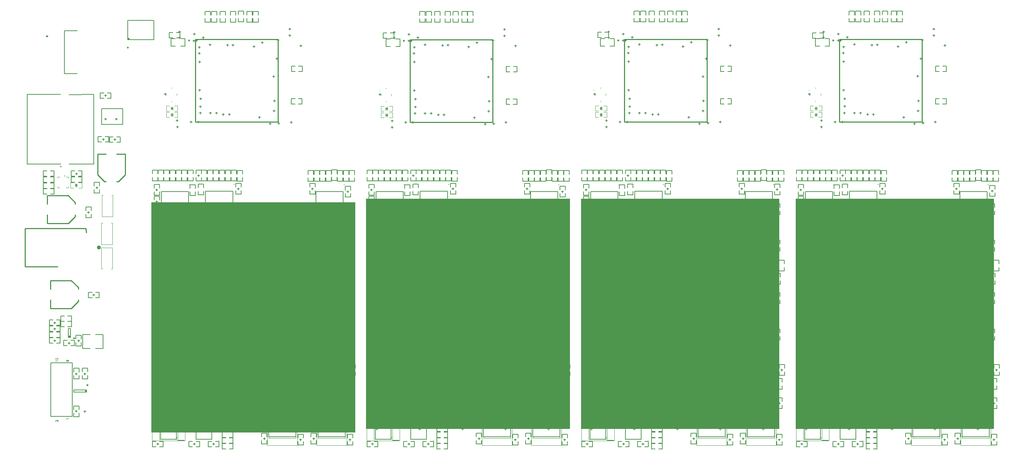
<source format=gto>
G04*
G04 #@! TF.GenerationSoftware,Altium Limited,Altium Designer,18.1.7 (191)*
G04*
G04 Layer_Color=65535*
%FSLAX25Y25*%
%MOIN*%
G70*
G01*
G75*
%ADD10C,0.00984*%
%ADD11C,0.00787*%
%ADD12C,0.01500*%
%ADD13C,0.00394*%
%ADD14C,0.00500*%
%ADD15C,0.00800*%
%ADD16C,0.01000*%
%ADD17C,0.00400*%
%ADD18C,0.00197*%
%ADD19R,1.90000X2.15000*%
%ADD20R,1.85000X2.15000*%
G36*
X83684Y388848D02*
X86684D01*
X83684Y391848D01*
Y388848D01*
D02*
G37*
G36*
X146910Y389111D02*
Y386111D01*
X149910Y389111D01*
X146910D01*
D02*
G37*
G36*
X347020Y388851D02*
Y385851D01*
X350020Y388851D01*
X347020D01*
D02*
G37*
G36*
X546710Y389196D02*
Y386196D01*
X549710Y389196D01*
X546710D01*
D02*
G37*
G36*
X747010Y389211D02*
Y386211D01*
X750010Y389211D01*
X747010D01*
D02*
G37*
G36*
X18073Y91906D02*
X18133Y91902D01*
X18203Y91895D01*
X18277Y91887D01*
X18358Y91880D01*
X18443Y91865D01*
X18532Y91847D01*
X18617Y91828D01*
X18702Y91802D01*
X18788Y91776D01*
X18865Y91739D01*
X18939Y91702D01*
X19002Y91658D01*
X19006Y91654D01*
X19013Y91647D01*
X19028Y91636D01*
X19043Y91621D01*
X19061Y91599D01*
X19083Y91573D01*
X19109Y91539D01*
X19132Y91506D01*
X19158Y91465D01*
X19183Y91425D01*
X19206Y91377D01*
X19224Y91325D01*
X19239Y91269D01*
X19254Y91206D01*
X19261Y91144D01*
X19265Y91077D01*
Y91062D01*
X19261Y91040D01*
Y91014D01*
X19257Y90984D01*
X19250Y90947D01*
X19243Y90907D01*
X19228Y90862D01*
X19213Y90814D01*
X19195Y90766D01*
X19172Y90714D01*
X19143Y90666D01*
X19113Y90614D01*
X19072Y90566D01*
X19032Y90518D01*
X18980Y90474D01*
X18976Y90470D01*
X18965Y90463D01*
X18947Y90452D01*
X18924Y90440D01*
X18891Y90422D01*
X18850Y90403D01*
X18799Y90381D01*
X18743Y90363D01*
X18677Y90341D01*
X18602Y90318D01*
X18517Y90300D01*
X18425Y90285D01*
X18321Y90270D01*
X18207Y90259D01*
X18085Y90252D01*
X17951Y90248D01*
X17948D01*
X17944D01*
X17933D01*
X17918D01*
X17881D01*
X17833Y90252D01*
X17774Y90255D01*
X17703Y90263D01*
X17629Y90270D01*
X17548Y90278D01*
X17463Y90293D01*
X17378Y90307D01*
X17289Y90329D01*
X17204Y90352D01*
X17122Y90381D01*
X17045Y90415D01*
X16971Y90452D01*
X16908Y90496D01*
X16904Y90500D01*
X16897Y90507D01*
X16882Y90518D01*
X16867Y90537D01*
X16845Y90555D01*
X16823Y90581D01*
X16801Y90614D01*
X16775Y90648D01*
X16749Y90688D01*
X16727Y90729D01*
X16704Y90777D01*
X16682Y90829D01*
X16667Y90885D01*
X16653Y90947D01*
X16645Y91010D01*
X16642Y91077D01*
Y91114D01*
X16645Y91140D01*
X16649Y91169D01*
X16656Y91206D01*
X16664Y91243D01*
X16675Y91288D01*
X16690Y91336D01*
X16708Y91380D01*
X16727Y91428D01*
X16752Y91477D01*
X16786Y91525D01*
X16819Y91573D01*
X16860Y91617D01*
X16908Y91658D01*
X16912Y91662D01*
X16923Y91669D01*
X16941Y91680D01*
X16967Y91698D01*
X17004Y91717D01*
X17049Y91739D01*
X17097Y91761D01*
X17160Y91784D01*
X17226Y91806D01*
X17304Y91832D01*
X17389Y91850D01*
X17485Y91869D01*
X17589Y91887D01*
X17700Y91898D01*
X17822Y91906D01*
X17955Y91909D01*
X17959D01*
X17962D01*
X17974D01*
X17988D01*
X18025D01*
X18073Y91906D01*
D02*
G37*
G36*
X19217Y89020D02*
X17363D01*
X17367Y89016D01*
X17374Y89009D01*
X17385Y88994D01*
X17404Y88972D01*
X17426Y88946D01*
X17448Y88916D01*
X17474Y88879D01*
X17504Y88838D01*
X17533Y88794D01*
X17563Y88746D01*
X17596Y88694D01*
X17626Y88639D01*
X17681Y88520D01*
X17733Y88387D01*
X17289D01*
Y88391D01*
X17285Y88394D01*
X17282Y88406D01*
X17278Y88420D01*
X17259Y88457D01*
X17237Y88509D01*
X17208Y88572D01*
X17167Y88642D01*
X17115Y88720D01*
X17056Y88801D01*
X17052Y88805D01*
X17049Y88813D01*
X17037Y88824D01*
X17023Y88838D01*
X16986Y88879D01*
X16938Y88924D01*
X16878Y88975D01*
X16804Y89027D01*
X16727Y89075D01*
X16642Y89112D01*
Y89512D01*
X19217D01*
Y89020D01*
D02*
G37*
G36*
X28055Y90093D02*
X28114Y90089D01*
X28181Y90082D01*
X28251Y90074D01*
X28329Y90063D01*
X28414Y90048D01*
X28495Y90034D01*
X28580Y90011D01*
X28665Y89985D01*
X28743Y89956D01*
X28821Y89919D01*
X28891Y89882D01*
X28954Y89834D01*
X28958Y89830D01*
X28969Y89823D01*
X28984Y89808D01*
X29002Y89786D01*
X29024Y89760D01*
X29054Y89730D01*
X29080Y89693D01*
X29109Y89652D01*
X29139Y89608D01*
X29165Y89556D01*
X29191Y89501D01*
X29217Y89442D01*
X29235Y89375D01*
X29250Y89308D01*
X29261Y89238D01*
X29265Y89160D01*
Y89131D01*
X29261Y89112D01*
Y89086D01*
X29257Y89057D01*
X29246Y88986D01*
X29224Y88909D01*
X29198Y88831D01*
X29158Y88750D01*
X29135Y88713D01*
X29106Y88676D01*
X29102Y88672D01*
X29098Y88668D01*
X29087Y88657D01*
X29076Y88646D01*
X29058Y88631D01*
X29039Y88613D01*
X29013Y88598D01*
X28987Y88576D01*
X28954Y88557D01*
X28921Y88535D01*
X28880Y88516D01*
X28836Y88498D01*
X28791Y88480D01*
X28739Y88465D01*
X28688Y88450D01*
X28628Y88439D01*
X28573Y88912D01*
X28580D01*
X28599Y88916D01*
X28625Y88920D01*
X28654Y88931D01*
X28691Y88942D01*
X28728Y88957D01*
X28762Y88975D01*
X28791Y89001D01*
X28795Y89005D01*
X28802Y89016D01*
X28813Y89031D01*
X28824Y89053D01*
X28836Y89083D01*
X28847Y89112D01*
X28854Y89153D01*
X28858Y89194D01*
Y89201D01*
X28854Y89219D01*
X28850Y89245D01*
X28839Y89282D01*
X28824Y89323D01*
X28799Y89364D01*
X28765Y89408D01*
X28721Y89449D01*
X28714Y89453D01*
X28706Y89460D01*
X28691Y89467D01*
X28677Y89475D01*
X28654Y89486D01*
X28628Y89493D01*
X28595Y89508D01*
X28558Y89519D01*
X28517Y89530D01*
X28469Y89541D01*
X28418Y89552D01*
X28358Y89564D01*
X28292Y89571D01*
X28218Y89578D01*
X28140Y89586D01*
X28144Y89582D01*
X28147Y89578D01*
X28159Y89567D01*
X28173Y89552D01*
X28188Y89534D01*
X28207Y89512D01*
X28247Y89460D01*
X28288Y89393D01*
X28321Y89312D01*
X28336Y89268D01*
X28343Y89223D01*
X28351Y89175D01*
X28355Y89123D01*
Y89094D01*
X28351Y89072D01*
X28347Y89046D01*
X28343Y89016D01*
X28325Y88946D01*
X28299Y88864D01*
X28277Y88824D01*
X28255Y88779D01*
X28229Y88735D01*
X28199Y88690D01*
X28162Y88646D01*
X28122Y88605D01*
X28118Y88602D01*
X28110Y88594D01*
X28096Y88587D01*
X28081Y88572D01*
X28055Y88554D01*
X28029Y88535D01*
X27996Y88516D01*
X27959Y88498D01*
X27918Y88476D01*
X27870Y88457D01*
X27822Y88439D01*
X27766Y88420D01*
X27711Y88406D01*
X27648Y88398D01*
X27581Y88391D01*
X27515Y88387D01*
X27511D01*
X27496D01*
X27478D01*
X27448Y88391D01*
X27415Y88394D01*
X27378Y88398D01*
X27333Y88406D01*
X27289Y88417D01*
X27189Y88442D01*
X27134Y88461D01*
X27082Y88483D01*
X27030Y88509D01*
X26978Y88542D01*
X26930Y88576D01*
X26882Y88616D01*
X26878Y88620D01*
X26871Y88627D01*
X26860Y88639D01*
X26845Y88657D01*
X26827Y88683D01*
X26804Y88709D01*
X26786Y88742D01*
X26760Y88779D01*
X26738Y88816D01*
X26719Y88864D01*
X26697Y88912D01*
X26678Y88964D01*
X26664Y89020D01*
X26653Y89079D01*
X26645Y89138D01*
X26641Y89205D01*
Y89223D01*
X26645Y89242D01*
Y89271D01*
X26649Y89305D01*
X26656Y89342D01*
X26667Y89386D01*
X26678Y89430D01*
X26697Y89482D01*
X26715Y89534D01*
X26741Y89586D01*
X26771Y89641D01*
X26804Y89693D01*
X26845Y89745D01*
X26893Y89797D01*
X26945Y89845D01*
X26949Y89849D01*
X26960Y89856D01*
X26978Y89867D01*
X27004Y89885D01*
X27037Y89904D01*
X27078Y89926D01*
X27126Y89948D01*
X27182Y89971D01*
X27248Y89993D01*
X27322Y90019D01*
X27404Y90037D01*
X27492Y90056D01*
X27592Y90074D01*
X27700Y90085D01*
X27814Y90093D01*
X27940Y90096D01*
X27944D01*
X27948D01*
X27959D01*
X27970D01*
X28007D01*
X28055Y90093D01*
D02*
G37*
G36*
X29217Y35020D02*
X27363D01*
X27367Y35016D01*
X27374Y35009D01*
X27385Y34994D01*
X27404Y34972D01*
X27426Y34946D01*
X27448Y34916D01*
X27474Y34879D01*
X27504Y34838D01*
X27533Y34794D01*
X27563Y34746D01*
X27596Y34694D01*
X27626Y34639D01*
X27681Y34520D01*
X27733Y34387D01*
X27289D01*
Y34391D01*
X27285Y34394D01*
X27282Y34405D01*
X27278Y34420D01*
X27259Y34457D01*
X27237Y34509D01*
X27208Y34572D01*
X27167Y34642D01*
X27115Y34720D01*
X27056Y34801D01*
X27052Y34805D01*
X27049Y34813D01*
X27037Y34824D01*
X27023Y34838D01*
X26986Y34879D01*
X26937Y34923D01*
X26878Y34975D01*
X26804Y35027D01*
X26727Y35075D01*
X26641Y35112D01*
Y35512D01*
X29217D01*
Y35020D01*
D02*
G37*
G36*
X19217Y32387D02*
X19213D01*
X19206D01*
X19191Y32391D01*
X19172Y32394D01*
X19150Y32398D01*
X19124Y32402D01*
X19058Y32417D01*
X18984Y32439D01*
X18902Y32468D01*
X18813Y32505D01*
X18728Y32553D01*
X18725D01*
X18717Y32561D01*
X18702Y32568D01*
X18688Y32583D01*
X18662Y32598D01*
X18636Y32620D01*
X18602Y32646D01*
X18565Y32676D01*
X18521Y32709D01*
X18477Y32750D01*
X18425Y32794D01*
X18369Y32846D01*
X18314Y32901D01*
X18251Y32964D01*
X18184Y33031D01*
X18114Y33105D01*
X18110Y33108D01*
X18099Y33120D01*
X18085Y33134D01*
X18062Y33157D01*
X18040Y33186D01*
X18011Y33216D01*
X17944Y33282D01*
X17874Y33349D01*
X17803Y33416D01*
X17774Y33445D01*
X17740Y33475D01*
X17715Y33497D01*
X17692Y33512D01*
X17685Y33516D01*
X17666Y33527D01*
X17637Y33545D01*
X17596Y33564D01*
X17552Y33582D01*
X17500Y33601D01*
X17448Y33612D01*
X17393Y33615D01*
X17389D01*
X17385D01*
X17367D01*
X17333Y33612D01*
X17296Y33604D01*
X17256Y33593D01*
X17215Y33578D01*
X17174Y33556D01*
X17137Y33527D01*
X17134Y33523D01*
X17122Y33512D01*
X17108Y33490D01*
X17093Y33464D01*
X17078Y33427D01*
X17063Y33386D01*
X17052Y33338D01*
X17049Y33282D01*
Y33257D01*
X17052Y33227D01*
X17060Y33194D01*
X17071Y33153D01*
X17089Y33112D01*
X17111Y33072D01*
X17141Y33035D01*
X17145Y33031D01*
X17160Y33020D01*
X17182Y33005D01*
X17215Y32990D01*
X17256Y32972D01*
X17311Y32957D01*
X17374Y32942D01*
X17448Y32935D01*
X17400Y32446D01*
X17396D01*
X17381Y32450D01*
X17363D01*
X17333Y32457D01*
X17300Y32461D01*
X17263Y32472D01*
X17222Y32483D01*
X17174Y32494D01*
X17082Y32531D01*
X16986Y32576D01*
X16938Y32605D01*
X16893Y32639D01*
X16856Y32676D01*
X16819Y32716D01*
X16815Y32720D01*
X16812Y32727D01*
X16804Y32739D01*
X16790Y32757D01*
X16778Y32779D01*
X16764Y32809D01*
X16745Y32838D01*
X16730Y32875D01*
X16712Y32916D01*
X16697Y32961D01*
X16667Y33057D01*
X16649Y33171D01*
X16645Y33231D01*
X16642Y33294D01*
Y33331D01*
X16645Y33356D01*
X16649Y33390D01*
X16653Y33427D01*
X16660Y33467D01*
X16667Y33512D01*
X16693Y33608D01*
X16730Y33704D01*
X16752Y33756D01*
X16778Y33800D01*
X16812Y33849D01*
X16849Y33889D01*
X16852Y33893D01*
X16856Y33900D01*
X16871Y33908D01*
X16886Y33922D01*
X16904Y33941D01*
X16930Y33959D01*
X16956Y33978D01*
X16989Y34000D01*
X17063Y34037D01*
X17148Y34074D01*
X17197Y34089D01*
X17248Y34096D01*
X17304Y34104D01*
X17359Y34108D01*
X17367D01*
X17389D01*
X17422Y34104D01*
X17463Y34100D01*
X17515Y34093D01*
X17570Y34082D01*
X17629Y34067D01*
X17689Y34045D01*
X17696Y34041D01*
X17715Y34034D01*
X17748Y34019D01*
X17788Y33996D01*
X17837Y33971D01*
X17892Y33937D01*
X17951Y33897D01*
X18014Y33849D01*
X18018Y33845D01*
X18036Y33830D01*
X18062Y33808D01*
X18099Y33775D01*
X18144Y33730D01*
X18203Y33675D01*
X18266Y33608D01*
X18343Y33527D01*
X18347Y33523D01*
X18351Y33516D01*
X18362Y33504D01*
X18377Y33490D01*
X18414Y33449D01*
X18458Y33401D01*
X18506Y33353D01*
X18554Y33305D01*
X18595Y33260D01*
X18614Y33245D01*
X18628Y33231D01*
X18632Y33227D01*
X18640Y33220D01*
X18654Y33208D01*
X18673Y33194D01*
X18713Y33160D01*
X18762Y33131D01*
Y34108D01*
X19217D01*
Y32387D01*
D02*
G37*
%LPC*%
G36*
X18036Y91391D02*
X17955D01*
X17951D01*
X17936D01*
X17911D01*
X17881D01*
X17844D01*
X17803Y91388D01*
X17755D01*
X17707Y91384D01*
X17604Y91380D01*
X17504Y91373D01*
X17456Y91365D01*
X17407Y91358D01*
X17367Y91351D01*
X17333Y91343D01*
X17330D01*
X17326Y91340D01*
X17308Y91336D01*
X17278Y91325D01*
X17241Y91314D01*
X17204Y91295D01*
X17167Y91277D01*
X17134Y91255D01*
X17108Y91232D01*
X17104Y91229D01*
X17097Y91221D01*
X17089Y91206D01*
X17078Y91188D01*
X17067Y91166D01*
X17056Y91140D01*
X17052Y91110D01*
X17049Y91077D01*
Y91062D01*
X17052Y91044D01*
X17056Y91025D01*
X17063Y90999D01*
X17074Y90973D01*
X17089Y90944D01*
X17108Y90918D01*
X17111Y90914D01*
X17119Y90907D01*
X17134Y90896D01*
X17152Y90881D01*
X17182Y90862D01*
X17215Y90847D01*
X17259Y90829D01*
X17311Y90814D01*
X17315D01*
X17319Y90811D01*
X17333D01*
X17348Y90807D01*
X17370Y90803D01*
X17396Y90799D01*
X17426Y90796D01*
X17463Y90792D01*
X17507Y90785D01*
X17552Y90781D01*
X17607Y90777D01*
X17663Y90773D01*
X17729Y90770D01*
X17796D01*
X17874Y90766D01*
X17955D01*
X17959D01*
X17974D01*
X17999D01*
X18029D01*
X18066D01*
X18107Y90770D01*
X18155D01*
X18203Y90773D01*
X18306Y90777D01*
X18410Y90785D01*
X18458Y90788D01*
X18503Y90796D01*
X18543Y90803D01*
X18580Y90811D01*
X18588Y90814D01*
X18606Y90818D01*
X18636Y90829D01*
X18669Y90840D01*
X18706Y90859D01*
X18743Y90877D01*
X18776Y90899D01*
X18802Y90921D01*
X18806Y90925D01*
X18810Y90933D01*
X18821Y90947D01*
X18828Y90966D01*
X18839Y90988D01*
X18850Y91014D01*
X18854Y91044D01*
X18858Y91077D01*
Y91092D01*
X18854Y91110D01*
X18850Y91129D01*
X18843Y91155D01*
X18836Y91180D01*
X18821Y91206D01*
X18802Y91232D01*
X18799Y91236D01*
X18791Y91243D01*
X18776Y91258D01*
X18754Y91273D01*
X18728Y91288D01*
X18691Y91306D01*
X18651Y91325D01*
X18599Y91340D01*
X18595D01*
X18591Y91343D01*
X18577D01*
X18562Y91347D01*
X18540Y91351D01*
X18514Y91354D01*
X18484Y91362D01*
X18447Y91365D01*
X18406Y91369D01*
X18358Y91377D01*
X18306Y91380D01*
X18247Y91384D01*
X18184Y91388D01*
X18114D01*
X18036Y91391D01*
D02*
G37*
G36*
X27555Y89545D02*
X27552D01*
X27544D01*
X27533D01*
X27515D01*
X27474Y89538D01*
X27419Y89530D01*
X27359Y89519D01*
X27296Y89497D01*
X27237Y89471D01*
X27182Y89434D01*
X27174Y89430D01*
X27160Y89416D01*
X27141Y89393D01*
X27115Y89364D01*
X27089Y89327D01*
X27071Y89282D01*
X27056Y89234D01*
X27049Y89183D01*
Y89160D01*
X27056Y89134D01*
X27063Y89105D01*
X27074Y89068D01*
X27097Y89031D01*
X27123Y88994D01*
X27160Y88957D01*
X27163Y88953D01*
X27182Y88942D01*
X27208Y88927D01*
X27245Y88912D01*
X27293Y88898D01*
X27356Y88883D01*
X27430Y88872D01*
X27515Y88868D01*
X27518D01*
X27526D01*
X27537D01*
X27555D01*
X27600Y88872D01*
X27652Y88879D01*
X27714Y88890D01*
X27774Y88909D01*
X27833Y88931D01*
X27881Y88964D01*
X27885Y88968D01*
X27900Y88983D01*
X27918Y89001D01*
X27937Y89031D01*
X27959Y89068D01*
X27977Y89109D01*
X27992Y89157D01*
X27996Y89208D01*
Y89216D01*
X27992Y89231D01*
X27988Y89257D01*
X27981Y89290D01*
X27970Y89327D01*
X27948Y89368D01*
X27922Y89408D01*
X27885Y89445D01*
X27881Y89449D01*
X27863Y89460D01*
X27837Y89478D01*
X27803Y89497D01*
X27755Y89512D01*
X27700Y89530D01*
X27633Y89541D01*
X27555Y89545D01*
D02*
G37*
%LPD*%
D10*
X46949Y66547D02*
G03*
X46949Y66547I-492J0D01*
G01*
X84676Y381348D02*
G03*
X84676Y381348I-492J0D01*
G01*
X34615Y110270D02*
G03*
X34615Y110270I-492J0D01*
G01*
X141709Y388013D02*
G03*
X141709Y388013I-492J0D01*
G01*
X341819Y387753D02*
G03*
X341819Y387753I-492J0D01*
G01*
X741809Y388112D02*
G03*
X741809Y388112I-492J0D01*
G01*
X541509Y388098D02*
G03*
X541509Y388098I-492J0D01*
G01*
D11*
X22160Y270306D02*
G03*
X21372Y270306I-394J0D01*
G01*
D02*
G03*
X22160Y270306I394J0D01*
G01*
X25231Y261542D02*
G03*
X25231Y261936I0J197D01*
G01*
D02*
G03*
X25231Y261542I0J-197D01*
G01*
X56947Y194961D02*
G03*
X57341Y194961I197J0D01*
G01*
D02*
G03*
X56947Y194961I-197J0D01*
G01*
X886858Y18433D02*
Y33000D01*
X861268Y18433D02*
X886858D01*
X861268D02*
Y33000D01*
X886858D01*
X887843Y34378D02*
Y40185D01*
X686858Y18433D02*
Y33000D01*
X661268Y18433D02*
X686858D01*
X661268D02*
Y33000D01*
X686858D01*
X687843Y34378D02*
Y40185D01*
X486858Y18433D02*
Y33000D01*
X461268Y18433D02*
X486858D01*
X461268D02*
Y33000D01*
X486858D01*
X487843Y34378D02*
Y40185D01*
X286858Y18433D02*
Y33000D01*
X261268Y18433D02*
X286858D01*
X261268D02*
Y33000D01*
X286858D01*
X287843Y34378D02*
Y40185D01*
X840858Y18433D02*
Y33000D01*
X815268Y18433D02*
X840858D01*
X815268D02*
Y33000D01*
X840858D01*
X841843Y34378D02*
Y40185D01*
X640858Y18433D02*
Y33000D01*
X615268Y18433D02*
X640858D01*
X615268D02*
Y33000D01*
X640858D01*
X641843Y34378D02*
Y40185D01*
X440858Y18433D02*
Y33000D01*
X415268Y18433D02*
X440858D01*
X415268D02*
Y33000D01*
X440858D01*
X441843Y34378D02*
Y40185D01*
X240858Y18433D02*
Y33000D01*
X215268Y18433D02*
X240858D01*
X215268D02*
Y33000D01*
X240858D01*
X241843Y34378D02*
Y40185D01*
X714780Y15921D02*
X729347D01*
X714780D02*
Y41512D01*
X729347D01*
Y15921D02*
Y41512D01*
X730725Y14937D02*
X736532D01*
X514780Y15921D02*
X529347D01*
X514780D02*
Y41512D01*
X529347D01*
Y15921D02*
Y41512D01*
X530725Y14937D02*
X536532D01*
X314780Y15921D02*
X329347D01*
X314780D02*
Y41512D01*
X329347D01*
Y15921D02*
Y41512D01*
X330725Y14937D02*
X336532D01*
X114780Y15921D02*
X129347D01*
X114780D02*
Y41512D01*
X129347D01*
Y15921D02*
Y41512D01*
X130725Y14937D02*
X136532D01*
X714780Y60921D02*
X729347D01*
X714780D02*
Y86512D01*
X729347D01*
Y60921D02*
Y86512D01*
X730725Y59937D02*
X736532D01*
X514780Y60921D02*
X529347D01*
X514780D02*
Y86512D01*
X529347D01*
Y60921D02*
Y86512D01*
X530725Y59937D02*
X536532D01*
X314780Y60921D02*
X329347D01*
X314780D02*
Y86512D01*
X329347D01*
Y60921D02*
Y86512D01*
X330725Y59937D02*
X336532D01*
X114780Y60921D02*
X129347D01*
X114780D02*
Y86512D01*
X129347D01*
Y60921D02*
Y86512D01*
X130725Y59937D02*
X136532D01*
X884858Y116433D02*
Y131000D01*
X859268Y116433D02*
X884858D01*
X859268D02*
Y131000D01*
X884858D01*
X885843Y132378D02*
Y138185D01*
X684858Y116433D02*
Y131000D01*
X659268Y116433D02*
X684858D01*
X659268D02*
Y131000D01*
X684858D01*
X685843Y132378D02*
Y138185D01*
X484858Y116433D02*
Y131000D01*
X459268Y116433D02*
X484858D01*
X459268D02*
Y131000D01*
X484858D01*
X485843Y132378D02*
Y138185D01*
X284858Y116433D02*
Y131000D01*
X259268Y116433D02*
X284858D01*
X259268D02*
Y131000D01*
X284858D01*
X285843Y132378D02*
Y138185D01*
X714780Y105921D02*
X729347D01*
X714780D02*
Y131512D01*
X729347D01*
Y105921D02*
Y131512D01*
X730725Y104937D02*
X736532D01*
X514780Y105921D02*
X529347D01*
X514780D02*
Y131512D01*
X529347D01*
Y105921D02*
Y131512D01*
X530725Y104937D02*
X536532D01*
X314780Y105921D02*
X329347D01*
X314780D02*
Y131512D01*
X329347D01*
Y105921D02*
Y131512D01*
X330725Y104937D02*
X336532D01*
X114780Y105921D02*
X129347D01*
X114780D02*
Y131512D01*
X129347D01*
Y105921D02*
Y131512D01*
X130725Y104937D02*
X136532D01*
X714780Y151921D02*
X729347D01*
X714780D02*
Y177512D01*
X729347D01*
Y151921D02*
Y177512D01*
X730725Y150937D02*
X736532D01*
X514780Y151921D02*
X529347D01*
X514780D02*
Y177512D01*
X529347D01*
Y151921D02*
Y177512D01*
X530725Y150937D02*
X536532D01*
X314780Y151921D02*
X329347D01*
X314780D02*
Y177512D01*
X329347D01*
Y151921D02*
Y177512D01*
X330725Y150937D02*
X336532D01*
X114780Y151921D02*
X129347D01*
X114780D02*
Y177512D01*
X129347D01*
Y151921D02*
Y177512D01*
X130725Y150937D02*
X136532D01*
X884858Y199433D02*
Y214000D01*
X859268Y199433D02*
X884858D01*
X859268D02*
Y214000D01*
X884858D01*
X885843Y215378D02*
Y221185D01*
X684858Y199433D02*
Y214000D01*
X659268Y199433D02*
X684858D01*
X659268D02*
Y214000D01*
X684858D01*
X685843Y215378D02*
Y221185D01*
X484858Y199433D02*
Y214000D01*
X459268Y199433D02*
X484858D01*
X459268D02*
Y214000D01*
X484858D01*
X485843Y215378D02*
Y221185D01*
X284858Y199433D02*
Y214000D01*
X259268Y199433D02*
X284858D01*
X259268D02*
Y214000D01*
X284858D01*
X285843Y215378D02*
Y221185D01*
X781918Y199767D02*
Y214334D01*
X756327Y199767D02*
X781918D01*
X756327D02*
Y214334D01*
X781918D01*
X782902Y215712D02*
Y221519D01*
X581918Y199767D02*
Y214334D01*
X556327Y199767D02*
X581918D01*
X556327D02*
Y214334D01*
X581918D01*
X582902Y215712D02*
Y221519D01*
X381918Y199767D02*
Y214334D01*
X356328Y199767D02*
X381918D01*
X356328D02*
Y214334D01*
X381918D01*
X382902Y215712D02*
Y221519D01*
X181918Y199767D02*
Y214334D01*
X156327Y199767D02*
X181918D01*
X156327D02*
Y214334D01*
X181918D01*
X182902Y215712D02*
Y221519D01*
X740864Y198464D02*
Y213031D01*
X715273Y198464D02*
X740864D01*
X715273D02*
Y213031D01*
X740864D01*
X741848Y214409D02*
Y220216D01*
X540864Y198464D02*
Y213031D01*
X515273Y198464D02*
X540864D01*
X515273D02*
Y213031D01*
X540864D01*
X541848Y214409D02*
Y220216D01*
X340864Y198464D02*
Y213031D01*
X315273Y198464D02*
X340864D01*
X315273D02*
Y213031D01*
X340864D01*
X341848Y214409D02*
Y220216D01*
X140864Y198464D02*
Y213031D01*
X115273Y198464D02*
X140864D01*
X115273D02*
Y213031D01*
X140864D01*
X141848Y214409D02*
Y220216D01*
X44562Y60064D02*
Y62230D01*
X45062Y60064D02*
Y62230D01*
X33851D02*
X45662D01*
X33851Y60064D02*
Y62230D01*
Y60064D02*
X45662D01*
Y62230D01*
X32217Y37387D02*
Y87387D01*
X12217Y37387D02*
Y87387D01*
Y37387D02*
X32217D01*
X12217Y87387D02*
X32217D01*
X25130Y397110D02*
X36941D01*
X25130Y356953D02*
Y397110D01*
Y356953D02*
X36941D01*
X83979Y388793D02*
Y406903D01*
X108388D01*
Y388793D02*
Y406903D01*
X83979Y388793D02*
X108388D01*
X59692Y309713D02*
Y324280D01*
X79377D01*
Y309713D02*
Y324280D01*
X59692Y309713D02*
X79377D01*
X28638Y112337D02*
X30607D01*
X28638Y111837D02*
X30607D01*
Y111237D02*
Y119504D01*
X28638D02*
X30607D01*
X28638Y111237D02*
Y119504D01*
Y111237D02*
X30607D01*
X486858Y51433D02*
Y66000D01*
X461268Y51433D02*
X486858D01*
X461268D02*
Y66000D01*
X486858D01*
X487834Y72557D02*
Y72608D01*
X781918Y232767D02*
Y247334D01*
X756327Y232767D02*
X781918D01*
X756327D02*
Y247334D01*
X781918D01*
X782893Y253890D02*
Y253942D01*
X581918Y232767D02*
Y247334D01*
X556327Y232767D02*
X581918D01*
X556327D02*
Y247334D01*
X581918D01*
X582893Y253890D02*
Y253942D01*
X540858Y232433D02*
Y247000D01*
X515268Y232433D02*
X540858D01*
X515268D02*
Y247000D01*
X540858D01*
X541834Y253556D02*
Y253608D01*
X340858Y232433D02*
Y247000D01*
X315268Y232433D02*
X340858D01*
X315268D02*
Y247000D01*
X340858D01*
X341834Y253556D02*
Y253608D01*
X740858Y232433D02*
Y247000D01*
X715268Y232433D02*
X740858D01*
X715268D02*
Y247000D01*
X740858D01*
X741834Y253556D02*
Y253608D01*
X886858Y51433D02*
Y66000D01*
X861268Y51433D02*
X886858D01*
X861268D02*
Y66000D01*
X886858D01*
X887834Y72557D02*
Y72608D01*
X840858Y51433D02*
Y66000D01*
X815268Y51433D02*
X840858D01*
X815268D02*
Y66000D01*
X840858D01*
X841834Y72557D02*
Y72608D01*
X747780Y15921D02*
X762347D01*
X747780D02*
Y41512D01*
X762347D01*
Y15921D02*
Y41512D01*
X768903Y14946D02*
X768955D01*
X747780Y60921D02*
X762347D01*
X747780D02*
Y86512D01*
X762347D01*
Y60921D02*
Y86512D01*
X768903Y59946D02*
X768955D01*
X884858Y149433D02*
Y164000D01*
X859268Y149433D02*
X884858D01*
X859268D02*
Y164000D01*
X884858D01*
X885834Y170556D02*
Y170608D01*
X747780Y105921D02*
X762347D01*
X747780D02*
Y131512D01*
X762347D01*
Y105921D02*
Y131512D01*
X768903Y104946D02*
X768955D01*
X747780Y151921D02*
X762347D01*
X747780D02*
Y177512D01*
X762347D01*
Y151921D02*
Y177512D01*
X768903Y150946D02*
X768955D01*
X884858Y232433D02*
Y247000D01*
X859268Y232433D02*
X884858D01*
X859268D02*
Y247000D01*
X884858D01*
X885834Y253556D02*
Y253608D01*
X686858Y51433D02*
Y66000D01*
X661268Y51433D02*
X686858D01*
X661268D02*
Y66000D01*
X686858D01*
X687834Y72557D02*
Y72608D01*
X640858Y51433D02*
Y66000D01*
X615268Y51433D02*
X640858D01*
X615268D02*
Y66000D01*
X640858D01*
X641834Y72557D02*
Y72608D01*
X547780Y15921D02*
X562347D01*
X547780D02*
Y41512D01*
X562347D01*
Y15921D02*
Y41512D01*
X568903Y14946D02*
X568955D01*
X547780Y60921D02*
X562347D01*
X547780D02*
Y86512D01*
X562347D01*
Y60921D02*
Y86512D01*
X568903Y59946D02*
X568955D01*
X684858Y149433D02*
Y164000D01*
X659268Y149433D02*
X684858D01*
X659268D02*
Y164000D01*
X684858D01*
X685834Y170556D02*
Y170608D01*
X547780Y105921D02*
X562347D01*
X547780D02*
Y131512D01*
X562347D01*
Y105921D02*
Y131512D01*
X568903Y104946D02*
X568955D01*
X547780Y151921D02*
X562347D01*
X547780D02*
Y177512D01*
X562347D01*
Y151921D02*
Y177512D01*
X568903Y150946D02*
X568955D01*
X684858Y232433D02*
Y247000D01*
X659268Y232433D02*
X684858D01*
X659268D02*
Y247000D01*
X684858D01*
X685834Y253556D02*
Y253608D01*
X440858Y51433D02*
Y66000D01*
X415268Y51433D02*
X440858D01*
X415268D02*
Y66000D01*
X440858D01*
X441834Y72557D02*
Y72608D01*
X347780Y15921D02*
X362347D01*
X347780D02*
Y41512D01*
X362347D01*
Y15921D02*
Y41512D01*
X368903Y14946D02*
X368955D01*
X347780Y60921D02*
X362347D01*
X347780D02*
Y86512D01*
X362347D01*
Y60921D02*
Y86512D01*
X368903Y59946D02*
X368955D01*
X484858Y149433D02*
Y164000D01*
X459268Y149433D02*
X484858D01*
X459268D02*
Y164000D01*
X484858D01*
X485834Y170556D02*
Y170608D01*
X347780Y105921D02*
X362347D01*
X347780D02*
Y131512D01*
X362347D01*
Y105921D02*
Y131512D01*
X368903Y104946D02*
X368955D01*
X347780Y151921D02*
X362347D01*
X347780D02*
Y177512D01*
X362347D01*
Y151921D02*
Y177512D01*
X368903Y150946D02*
X368955D01*
X484858Y232433D02*
Y247000D01*
X459268Y232433D02*
X484858D01*
X459268D02*
Y247000D01*
X484858D01*
X485834Y253556D02*
Y253608D01*
X381918Y232767D02*
Y247334D01*
X356328Y232767D02*
X381918D01*
X356328D02*
Y247334D01*
X381918D01*
X382893Y253890D02*
Y253942D01*
X284858Y149433D02*
Y164000D01*
X259268Y149433D02*
X284858D01*
X259268D02*
Y164000D01*
X284858D01*
X285834Y170556D02*
Y170608D01*
X182893Y253890D02*
Y253942D01*
X156327Y247334D02*
X181918D01*
X156327Y232767D02*
Y247334D01*
Y232767D02*
X181918D01*
Y247334D01*
X285834Y253556D02*
Y253608D01*
X259268Y247000D02*
X284858D01*
X259268Y232433D02*
Y247000D01*
Y232433D02*
X284858D01*
Y247000D01*
X147780Y151921D02*
X162347D01*
X147780D02*
Y177512D01*
X162347D01*
Y151921D02*
Y177512D01*
X168903Y150946D02*
X168955D01*
X240858Y51433D02*
Y66000D01*
X215268Y51433D02*
X240858D01*
X215268D02*
Y66000D01*
X240858D01*
X241834Y72557D02*
Y72608D01*
X286858Y51433D02*
Y66000D01*
X261268Y51433D02*
X286858D01*
X261268D02*
Y66000D01*
X286858D01*
X287834Y72557D02*
Y72608D01*
X147780Y15921D02*
X162347D01*
X147780D02*
Y41512D01*
X162347D01*
Y15921D02*
Y41512D01*
X168903Y14946D02*
X168955D01*
X147780Y60921D02*
X162347D01*
X147780D02*
Y86512D01*
X162347D01*
Y60921D02*
Y86512D01*
X168903Y59946D02*
X168955D01*
X147780Y105921D02*
X162347D01*
X147780D02*
Y131512D01*
X162347D01*
Y105921D02*
Y131512D01*
X168903Y104946D02*
X168955D01*
X141834Y253556D02*
Y253608D01*
X115268Y247000D02*
X140858D01*
X115268Y232433D02*
Y247000D01*
Y232433D02*
X140858D01*
Y247000D01*
D12*
X9124Y391907D02*
G03*
X8631Y391907I-246J0D01*
G01*
D02*
G03*
X9124Y391907I246J0D01*
G01*
X58144Y194961D02*
G03*
X58144Y194961I-1000J0D01*
G01*
D13*
X118384Y341424D02*
G03*
X118384Y341817I0J197D01*
G01*
D02*
G03*
X118384Y341424I0J-197D01*
G01*
X318494Y341163D02*
G03*
X318494Y341557I0J197D01*
G01*
D02*
G03*
X318494Y341163I0J-197D01*
G01*
X718484Y341524D02*
G03*
X718484Y341917I0J197D01*
G01*
D02*
G03*
X718484Y341524I0J-197D01*
G01*
X518184Y341902D02*
G03*
X518184Y341509I0J-197D01*
G01*
D02*
G03*
X518184Y341902I0J197D01*
G01*
X60054Y223816D02*
X70172D01*
X59936D02*
Y243683D01*
X61117D01*
X68991D02*
X70172D01*
Y223816D02*
Y243683D01*
X59594Y197834D02*
X69712D01*
X59476D02*
Y217700D01*
X60657D01*
X68531D02*
X69712D01*
Y197834D02*
Y217700D01*
X59526Y175006D02*
Y194873D01*
Y175006D02*
X60707D01*
X68581D02*
X69762D01*
Y194873D01*
X59526D02*
X69644D01*
X30701Y255280D02*
X33556D01*
X30701Y250556D02*
X33556D01*
X38477D02*
X41331D01*
Y255280D01*
X38477D02*
X41331D01*
X30701Y250556D02*
Y255280D01*
X35210Y251245D02*
Y254591D01*
Y252918D02*
X36804Y251325D01*
X35210Y252918D02*
X36804Y254512D01*
Y251343D02*
Y254493D01*
X124289Y343786D02*
X125077D01*
X129604Y336699D02*
Y338274D01*
X119762Y336699D02*
Y338274D01*
X124289Y331187D02*
X125077D01*
X320008Y320779D02*
X322862D01*
X320008Y316054D02*
X322862D01*
X327784D02*
X330638D01*
Y320779D01*
X327784D02*
X330638D01*
X320008Y316054D02*
Y320779D01*
X324517Y316743D02*
Y320090D01*
Y318417D02*
X326110Y316823D01*
X324517Y318417D02*
X326110Y320010D01*
Y316842D02*
Y319991D01*
X324399Y343526D02*
X325187D01*
X329714Y336439D02*
Y338014D01*
X319872Y336439D02*
Y338014D01*
X324399Y330927D02*
X325187D01*
X320008Y326709D02*
X322862D01*
X320008Y321984D02*
X322862D01*
X327784D02*
X330638D01*
Y326709D01*
X327784D02*
X330638D01*
X320008Y321984D02*
Y326709D01*
X324517Y322673D02*
Y326020D01*
Y324346D02*
X326110Y322753D01*
X324517Y324346D02*
X326110Y325940D01*
Y322772D02*
Y325921D01*
X726100Y317202D02*
Y320351D01*
X724507Y318776D02*
X726100Y320370D01*
X724507Y318776D02*
X726100Y317183D01*
X724507Y317103D02*
Y320450D01*
X719998Y316414D02*
Y321139D01*
X727774D02*
X730628D01*
Y316414D02*
Y321139D01*
X727774Y316414D02*
X730628D01*
X719998D02*
X722852D01*
X719998Y321139D02*
X722852D01*
X719998Y327069D02*
X722852D01*
X719998Y322344D02*
X722852D01*
X727774D02*
X730628D01*
Y327069D01*
X727774D02*
X730628D01*
X719998Y322344D02*
Y327069D01*
X724507Y323033D02*
Y326380D01*
Y324707D02*
X726100Y323113D01*
X724507Y324707D02*
X726100Y326300D01*
Y323132D02*
Y326281D01*
X724389Y343886D02*
X725177D01*
X729704Y336799D02*
Y338374D01*
X719862Y336799D02*
Y338374D01*
X724389Y331287D02*
X725177D01*
X524089Y331272D02*
X524877D01*
X519562Y336784D02*
Y338359D01*
X529404Y336784D02*
Y338359D01*
X524089Y343871D02*
X524877D01*
X525800Y317187D02*
Y320336D01*
X524207Y318761D02*
X525800Y320355D01*
X524207Y318761D02*
X525800Y317168D01*
X524207Y317088D02*
Y320435D01*
X519698Y316399D02*
Y321124D01*
X527474D02*
X530328D01*
Y316399D02*
Y321124D01*
X527474Y316399D02*
X530328D01*
X519698D02*
X522552D01*
X519698Y321124D02*
X522552D01*
X525800Y323117D02*
Y326266D01*
X524207Y324692D02*
X525800Y326285D01*
X524207Y324692D02*
X525800Y323098D01*
X524207Y323018D02*
Y326365D01*
X519698Y322329D02*
Y327054D01*
X527474D02*
X530328D01*
Y322329D02*
Y327054D01*
X527474Y322329D02*
X530328D01*
X519698D02*
X522552D01*
X519698Y327054D02*
X522552D01*
X126000Y317102D02*
Y320251D01*
X124407Y318676D02*
X126000Y320270D01*
X124407Y318676D02*
X126000Y317083D01*
X124407Y317003D02*
Y320350D01*
X119898Y316314D02*
Y321039D01*
X127674D02*
X130528D01*
Y316314D02*
Y321039D01*
X127674Y316314D02*
X130528D01*
X119898D02*
X122752D01*
X119898Y321039D02*
X122752D01*
X126000Y323032D02*
Y326181D01*
X124407Y324606D02*
X126000Y326200D01*
X124407Y324606D02*
X126000Y323013D01*
X124407Y322933D02*
Y326280D01*
X119898Y322244D02*
Y326969D01*
X127674D02*
X130528D01*
Y322244D02*
Y326969D01*
X127674Y322244D02*
X130528D01*
X119898D02*
X122752D01*
X119898Y326969D02*
X122752D01*
X886858Y17055D02*
Y34378D01*
X861268Y17055D02*
X886858D01*
X861268D02*
Y34378D01*
X886858D01*
X884299D02*
X886858Y31819D01*
X686858Y17055D02*
Y34378D01*
X661268Y17055D02*
X686858D01*
X661268D02*
Y34378D01*
X686858D01*
X684299D02*
X686858Y31819D01*
X486858Y17055D02*
Y34378D01*
X461268Y17055D02*
X486858D01*
X461268D02*
Y34378D01*
X486858D01*
X484299D02*
X486858Y31819D01*
X286858Y17055D02*
Y34378D01*
X261268Y17055D02*
X286858D01*
X261268D02*
Y34378D01*
X286858D01*
X284299D02*
X286858Y31819D01*
X840858Y17055D02*
Y34378D01*
X815268Y17055D02*
X840858D01*
X815268D02*
Y34378D01*
X840858D01*
X838299D02*
X840858Y31819D01*
X640858Y17055D02*
Y34378D01*
X615268Y17055D02*
X640858D01*
X615268D02*
Y34378D01*
X640858D01*
X638299D02*
X640858Y31819D01*
X440858Y17055D02*
Y34378D01*
X415268Y17055D02*
X440858D01*
X415268D02*
Y34378D01*
X440858D01*
X438299D02*
X440858Y31819D01*
X240858Y17055D02*
Y34378D01*
X215268Y17055D02*
X240858D01*
X215268D02*
Y34378D01*
X240858D01*
X238299D02*
X240858Y31819D01*
X713402Y15921D02*
X730725D01*
X713402D02*
Y41512D01*
X730725D01*
Y15921D02*
Y41512D01*
X728165Y15921D02*
X730725Y18480D01*
X513402Y15921D02*
X530725D01*
X513402D02*
Y41512D01*
X530725D01*
Y15921D02*
Y41512D01*
X528165Y15921D02*
X530725Y18480D01*
X313402Y15921D02*
X330725D01*
X313402D02*
Y41512D01*
X330725D01*
Y15921D02*
Y41512D01*
X328166Y15921D02*
X330725Y18480D01*
X113402Y15921D02*
X130725D01*
X113402D02*
Y41512D01*
X130725D01*
Y15921D02*
Y41512D01*
X128165Y15921D02*
X130725Y18480D01*
X713402Y60921D02*
X730725D01*
X713402D02*
Y86512D01*
X730725D01*
Y60921D02*
Y86512D01*
X728165Y60921D02*
X730725Y63480D01*
X513402Y60921D02*
X530725D01*
X513402D02*
Y86512D01*
X530725D01*
Y60921D02*
Y86512D01*
X528165Y60921D02*
X530725Y63480D01*
X313402Y60921D02*
X330725D01*
X313402D02*
Y86512D01*
X330725D01*
Y60921D02*
Y86512D01*
X328166Y60921D02*
X330725Y63480D01*
X113402Y60921D02*
X130725D01*
X113402D02*
Y86512D01*
X130725D01*
Y60921D02*
Y86512D01*
X128165Y60921D02*
X130725Y63480D01*
X884858Y115055D02*
Y132378D01*
X859268Y115055D02*
X884858D01*
X859268D02*
Y132378D01*
X884858D01*
X882299D02*
X884858Y129819D01*
X684858Y115055D02*
Y132378D01*
X659268Y115055D02*
X684858D01*
X659268D02*
Y132378D01*
X684858D01*
X682299D02*
X684858Y129819D01*
X484858Y115055D02*
Y132378D01*
X459268Y115055D02*
X484858D01*
X459268D02*
Y132378D01*
X484858D01*
X482299D02*
X484858Y129819D01*
X284858Y115055D02*
Y132378D01*
X259268Y115055D02*
X284858D01*
X259268D02*
Y132378D01*
X284858D01*
X282299D02*
X284858Y129819D01*
X713402Y105921D02*
X730725D01*
X713402D02*
Y131512D01*
X730725D01*
Y105921D02*
Y131512D01*
X728165Y105921D02*
X730725Y108480D01*
X513402Y105921D02*
X530725D01*
X513402D02*
Y131512D01*
X530725D01*
Y105921D02*
Y131512D01*
X528165Y105921D02*
X530725Y108480D01*
X313402Y105921D02*
X330725D01*
X313402D02*
Y131512D01*
X330725D01*
Y105921D02*
Y131512D01*
X328166Y105921D02*
X330725Y108480D01*
X113402Y105921D02*
X130725D01*
X113402D02*
Y131512D01*
X130725D01*
Y105921D02*
Y131512D01*
X128165Y105921D02*
X130725Y108480D01*
X713402Y151921D02*
X730725D01*
X713402D02*
Y177512D01*
X730725D01*
Y151921D02*
Y177512D01*
X728165Y151921D02*
X730725Y154480D01*
X513402Y151921D02*
X530725D01*
X513402D02*
Y177512D01*
X530725D01*
Y151921D02*
Y177512D01*
X528165Y151921D02*
X530725Y154480D01*
X313402Y151921D02*
X330725D01*
X313402D02*
Y177512D01*
X330725D01*
Y151921D02*
Y177512D01*
X328166Y151921D02*
X330725Y154480D01*
X113402Y151921D02*
X130725D01*
X113402D02*
Y177512D01*
X130725D01*
Y151921D02*
Y177512D01*
X128165Y151921D02*
X130725Y154480D01*
X884858Y198055D02*
Y215378D01*
X859268Y198055D02*
X884858D01*
X859268D02*
Y215378D01*
X884858D01*
X882299D02*
X884858Y212819D01*
X684858Y198055D02*
Y215378D01*
X659268Y198055D02*
X684858D01*
X659268D02*
Y215378D01*
X684858D01*
X682299D02*
X684858Y212819D01*
X484858Y198055D02*
Y215378D01*
X459268Y198055D02*
X484858D01*
X459268D02*
Y215378D01*
X484858D01*
X482299D02*
X484858Y212819D01*
X284858Y198055D02*
Y215378D01*
X259268Y198055D02*
X284858D01*
X259268D02*
Y215378D01*
X284858D01*
X282299D02*
X284858Y212819D01*
X781918Y198389D02*
Y215712D01*
X756327Y198389D02*
X781918D01*
X756327D02*
Y215712D01*
X781918D01*
X779359D02*
X781918Y213153D01*
X581918Y198389D02*
Y215712D01*
X556327Y198389D02*
X581918D01*
X556327D02*
Y215712D01*
X581918D01*
X579359D02*
X581918Y213153D01*
X381918Y198389D02*
Y215712D01*
X356328Y198389D02*
X381918D01*
X356328D02*
Y215712D01*
X381918D01*
X379359D02*
X381918Y213153D01*
X181918Y198389D02*
Y215712D01*
X156327Y198389D02*
X181918D01*
X156327D02*
Y215712D01*
X181918D01*
X179359D02*
X181918Y213153D01*
X740864Y197087D02*
Y214409D01*
X715273Y197087D02*
X740864D01*
X715273D02*
Y214409D01*
X740864D01*
X738305D02*
X740864Y211850D01*
X540864Y197087D02*
Y214409D01*
X515273Y197087D02*
X540864D01*
X515273D02*
Y214409D01*
X540864D01*
X538305D02*
X540864Y211850D01*
X340864Y197087D02*
Y214409D01*
X315273Y197087D02*
X340864D01*
X315273D02*
Y214409D01*
X340864D01*
X338305D02*
X340864Y211850D01*
X140864Y197087D02*
Y214409D01*
X115273Y197087D02*
X140864D01*
X115273D02*
Y214409D01*
X140864D01*
X138305D02*
X140864Y211850D01*
D14*
X33667Y47227D02*
X38667D01*
X33667Y43827D02*
Y47227D01*
X38667Y43827D02*
Y47227D01*
X33667Y37227D02*
X38667D01*
X33667D02*
Y40627D01*
X38667Y37227D02*
Y40627D01*
X33677Y72247D02*
X38677D01*
Y75647D01*
X33677Y72247D02*
Y75647D01*
Y82247D02*
X38677D01*
Y78847D02*
Y82247D01*
X33677Y78847D02*
Y82247D01*
X41617Y78987D02*
Y82387D01*
X46617Y78987D02*
Y82387D01*
X41617D02*
X46617D01*
X41617Y72387D02*
Y75787D01*
X46617Y72387D02*
Y75787D01*
X41617Y72387D02*
X46617D01*
X35782Y103039D02*
X40782D01*
Y106439D01*
X35782Y103039D02*
Y106439D01*
Y113039D02*
X40782D01*
Y109639D02*
Y113039D01*
X35782Y109639D02*
Y113039D01*
X42174Y113743D02*
X49174D01*
X54174D02*
X61174D01*
Y100743D02*
Y113743D01*
X54174Y100743D02*
X61174D01*
X42174D02*
X49174D01*
X42174D02*
Y113743D01*
X11032Y122303D02*
Y127303D01*
Y122303D02*
X14432D01*
X11032Y127303D02*
X14432D01*
X21032Y122303D02*
Y127303D01*
X17632Y122303D02*
X21032D01*
X17632Y127303D02*
X21032D01*
X11002Y105665D02*
Y110665D01*
Y105665D02*
X14402D01*
X11002Y110665D02*
X14402D01*
X21002Y105665D02*
Y110665D01*
X17602Y105665D02*
X21002D01*
X17602Y110665D02*
X21002D01*
X77070Y293146D02*
Y298147D01*
X73670D02*
X77070D01*
X73670Y293146D02*
X77070D01*
X67070D02*
Y298147D01*
X70470D01*
X67070Y293146D02*
X70470D01*
X11002Y116713D02*
Y121713D01*
Y116713D02*
X14402D01*
X11002Y121713D02*
X14402D01*
X21002Y116713D02*
Y121713D01*
X17602Y116713D02*
X21002D01*
X17602Y121713D02*
X21002D01*
X11002Y111202D02*
Y116202D01*
Y111202D02*
X14402D01*
X11002Y116202D02*
X14402D01*
X21002Y111202D02*
Y116202D01*
X17602Y111202D02*
X21002D01*
X17602Y116202D02*
X21002D01*
X47468Y148206D02*
X50868D01*
X47468Y153207D02*
X50868D01*
X47468Y148206D02*
Y153207D01*
X54068Y148206D02*
X57468D01*
X54068Y153207D02*
X57468D01*
Y148206D02*
Y153207D01*
X21577Y121055D02*
X24977D01*
X21577Y126055D02*
X24977D01*
X21577Y121055D02*
Y126055D01*
X28177Y121055D02*
X31577D01*
X28177Y126055D02*
X31577D01*
Y121055D02*
Y126055D01*
X15298Y250227D02*
Y255227D01*
X11898D02*
X15298D01*
X11898Y250227D02*
X15298D01*
X5298D02*
Y255227D01*
X8698D01*
X5298Y250227D02*
X8698D01*
X68474Y334207D02*
Y339207D01*
X65074D02*
X68474D01*
X65074Y334207D02*
X68474D01*
X58474D02*
Y339207D01*
X61874D01*
X58474Y334207D02*
X61874D01*
X66364Y293326D02*
Y298326D01*
X62964D02*
X66364D01*
X62964Y293326D02*
X66364D01*
X56364D02*
Y298326D01*
X59764D01*
X56364Y293326D02*
X59764D01*
X57734Y245656D02*
Y249057D01*
X52734Y245656D02*
Y249057D01*
Y245656D02*
X57734D01*
Y252256D02*
Y255657D01*
X52734Y252256D02*
Y255657D01*
X57734D01*
X44924Y229427D02*
Y232826D01*
X49924Y229427D02*
Y232826D01*
X44924D02*
X49924D01*
X44924Y222827D02*
Y226226D01*
X49924Y222827D02*
Y226226D01*
X44924Y222827D02*
X49924D01*
X41278Y261334D02*
Y266334D01*
X37878D02*
X41278D01*
X37878Y261334D02*
X41278D01*
X31278D02*
Y266334D01*
X34678D01*
X31278Y261334D02*
X34678D01*
X41278Y255781D02*
Y260781D01*
X37878D02*
X41278D01*
X37878Y255781D02*
X41278D01*
X31278D02*
Y260781D01*
X34678D01*
X31278Y255781D02*
X34678D01*
X24322Y103283D02*
Y108283D01*
Y103283D02*
X27722D01*
X24322Y108283D02*
X27722D01*
X34322Y103283D02*
Y108283D01*
X30922Y103283D02*
X34322D01*
X30922Y108283D02*
X34322D01*
X31577Y126173D02*
Y131173D01*
X28177D02*
X31577D01*
X28177Y126173D02*
X31577D01*
X21577D02*
Y131173D01*
X24977D01*
X21577Y126173D02*
X24977D01*
X5298Y261334D02*
Y266334D01*
Y261334D02*
X8698D01*
X5298Y266334D02*
X8698D01*
X15298Y261334D02*
Y266334D01*
X11898Y261334D02*
X15298D01*
X11898Y266334D02*
X15298D01*
Y255781D02*
Y260781D01*
X11898D02*
X15298D01*
X11898Y255781D02*
X15298D01*
X5298D02*
Y260781D01*
X8698D01*
X5298Y255781D02*
X8698D01*
X11898Y249674D02*
X15298D01*
X11898Y244674D02*
X15298D01*
Y249674D01*
X5298D02*
X8698D01*
X5298Y244674D02*
X8698D01*
X5298D02*
Y249674D01*
X454727Y18316D02*
Y21716D01*
X459727Y18316D02*
Y21716D01*
X454727D02*
X459727D01*
X454727Y11716D02*
Y15116D01*
X459727Y11716D02*
Y15116D01*
X454727Y11716D02*
X459727D01*
Y44717D02*
Y48116D01*
X454727Y44717D02*
Y48116D01*
Y44717D02*
X459727D01*
Y51316D02*
Y54716D01*
X454727Y51316D02*
Y54716D01*
X459727D01*
X457563Y75717D02*
Y79116D01*
X452563Y75717D02*
Y79116D01*
Y75717D02*
X457563D01*
Y82316D02*
Y85716D01*
X452563Y82316D02*
Y85716D01*
X457563D01*
X468230Y75717D02*
Y79116D01*
X463230Y75717D02*
Y79116D01*
Y75717D02*
X468230D01*
Y82316D02*
Y85716D01*
X463230Y82316D02*
Y85716D01*
X468230D01*
X473785Y75717D02*
Y79116D01*
X468785Y75717D02*
Y79116D01*
Y75717D02*
X473785D01*
Y82316D02*
Y85716D01*
X468785Y82316D02*
Y85716D01*
X473785D01*
X490860Y75800D02*
Y79200D01*
X485860Y75800D02*
Y79200D01*
Y75800D02*
X490860D01*
Y82400D02*
Y85800D01*
X485860Y82400D02*
Y85800D01*
X490860D01*
X459563Y63717D02*
Y67116D01*
X454563Y63717D02*
Y67116D01*
Y63717D02*
X459563D01*
Y70316D02*
Y73716D01*
X454563Y70316D02*
Y73716D01*
X459563D01*
X462674Y75717D02*
Y79116D01*
X457674Y75717D02*
Y79116D01*
Y75717D02*
X462674D01*
Y82316D02*
Y85716D01*
X457674Y82316D02*
Y85716D01*
X462674D01*
X488563Y17316D02*
Y20717D01*
X493563Y17316D02*
Y20717D01*
X488563D02*
X493563D01*
X488563Y10717D02*
Y14117D01*
X493563Y10717D02*
Y14117D01*
X488563Y10717D02*
X493563D01*
Y44717D02*
Y48116D01*
X488563Y44717D02*
Y48116D01*
Y44717D02*
X493563D01*
Y51316D02*
Y54716D01*
X488563Y51316D02*
Y54716D01*
X493563D01*
Y62717D02*
Y66116D01*
X488563Y62717D02*
Y66116D01*
Y62717D02*
X493563D01*
Y69317D02*
Y72716D01*
X488563Y69317D02*
Y72716D01*
X493563D01*
X479341Y75717D02*
Y79116D01*
X474341Y75717D02*
Y79116D01*
Y75717D02*
X479341D01*
Y82316D02*
Y85716D01*
X474341Y82316D02*
Y85716D01*
X479341D01*
X484897Y75717D02*
Y79116D01*
X479896Y75717D02*
Y79116D01*
Y75717D02*
X484897D01*
Y82316D02*
Y85716D01*
X479896Y82316D02*
Y85716D01*
X484897D01*
X496007Y75717D02*
Y79116D01*
X491008Y75717D02*
Y79116D01*
Y75717D02*
X496007D01*
Y82316D02*
Y85716D01*
X491008Y82316D02*
Y85716D01*
X496007D01*
X757734Y257050D02*
Y260450D01*
X752734Y257050D02*
Y260450D01*
Y257050D02*
X757734D01*
Y263650D02*
Y267050D01*
X752734Y263650D02*
Y267050D01*
X757734D01*
X774401Y257050D02*
Y260450D01*
X769401Y257050D02*
Y260450D01*
Y257050D02*
X774401D01*
Y263650D02*
Y267050D01*
X769401Y263650D02*
Y267050D01*
X774401D01*
X789563Y244717D02*
Y248116D01*
X784563Y244717D02*
Y248116D01*
Y244717D02*
X789563D01*
Y251316D02*
Y254716D01*
X784563Y251316D02*
Y254716D01*
X789563D01*
X790927Y256847D02*
Y260247D01*
X785927Y256847D02*
Y260247D01*
Y256847D02*
X790927D01*
Y263447D02*
Y266847D01*
X785927Y263447D02*
Y266847D01*
X790927D01*
X749787Y199650D02*
Y203050D01*
X754787Y199650D02*
Y203050D01*
X749787D02*
X754787D01*
X749787Y193050D02*
Y196450D01*
X754787Y193050D02*
Y196450D01*
X749787Y193050D02*
X754787D01*
Y244050D02*
Y247450D01*
X749787Y244050D02*
Y247450D01*
Y244050D02*
X754787D01*
Y250650D02*
Y254050D01*
X749787Y250650D02*
Y254050D01*
X754787D01*
X763289Y257050D02*
Y260450D01*
X758289Y257050D02*
Y260450D01*
Y257050D02*
X763289D01*
Y263650D02*
Y267050D01*
X758289Y263650D02*
Y267050D01*
X763289D01*
X752623Y257050D02*
Y260450D01*
X747623Y257050D02*
Y260450D01*
Y257050D02*
X752623D01*
Y263650D02*
Y267050D01*
X747623Y263650D02*
Y267050D01*
X752623D01*
X783623Y198650D02*
Y202050D01*
X788623Y198650D02*
Y202050D01*
X783623D02*
X788623D01*
X783623Y192050D02*
Y195450D01*
X788623Y192050D02*
Y195450D01*
X783623Y192050D02*
X788623D01*
X768845Y257050D02*
Y260450D01*
X763845Y257050D02*
Y260450D01*
Y257050D02*
X768845D01*
Y263650D02*
Y267050D01*
X763845Y263650D02*
Y267050D01*
X768845D01*
X779956Y257050D02*
Y260450D01*
X774956Y257050D02*
Y260450D01*
Y257050D02*
X779956D01*
Y263650D02*
Y267050D01*
X774956Y263650D02*
Y267050D01*
X779956D01*
X785512Y257050D02*
Y260450D01*
X780512Y257050D02*
Y260450D01*
Y257050D02*
X785512D01*
Y263650D02*
Y267050D01*
X780512Y263650D02*
Y267050D01*
X785512D01*
X754787Y226125D02*
Y229525D01*
X749787Y226125D02*
Y229525D01*
Y226125D02*
X754787D01*
Y232725D02*
Y236125D01*
X749787Y232725D02*
Y236125D01*
X754787D01*
X788623Y226050D02*
Y229450D01*
X783623Y226050D02*
Y229450D01*
Y226050D02*
X788623D01*
Y232650D02*
Y236050D01*
X783623Y232650D02*
Y236050D01*
X788623D01*
X557734Y257050D02*
Y260450D01*
X552734Y257050D02*
Y260450D01*
Y257050D02*
X557734D01*
Y263650D02*
Y267050D01*
X552734Y263650D02*
Y267050D01*
X557734D01*
X574401Y257050D02*
Y260450D01*
X569401Y257050D02*
Y260450D01*
Y257050D02*
X574401D01*
Y263650D02*
Y267050D01*
X569401Y263650D02*
Y267050D01*
X574401D01*
X579956Y257050D02*
Y260450D01*
X574956Y257050D02*
Y260450D01*
Y257050D02*
X579956D01*
Y263650D02*
Y267050D01*
X574956Y263650D02*
Y267050D01*
X579956D01*
X583623Y198650D02*
Y202050D01*
X588623Y198650D02*
Y202050D01*
X583623D02*
X588623D01*
X583623Y192050D02*
Y195450D01*
X588623Y192050D02*
Y195450D01*
X583623Y192050D02*
X588623D01*
Y226050D02*
Y229450D01*
X583623Y226050D02*
Y229450D01*
Y226050D02*
X588623D01*
Y232650D02*
Y236050D01*
X583623Y232650D02*
Y236050D01*
X588623D01*
X589563Y244717D02*
Y248116D01*
X584563Y244717D02*
Y248116D01*
Y244717D02*
X589563D01*
Y251316D02*
Y254716D01*
X584563Y251316D02*
Y254716D01*
X589563D01*
X590927Y256847D02*
Y260247D01*
X585927Y256847D02*
Y260247D01*
Y256847D02*
X590927D01*
Y263447D02*
Y266847D01*
X585927Y263447D02*
Y266847D01*
X590927D01*
X549787Y199650D02*
Y203050D01*
X554787Y199650D02*
Y203050D01*
X549787D02*
X554787D01*
X549787Y193050D02*
Y196450D01*
X554787Y193050D02*
Y196450D01*
X549787Y193050D02*
X554787D01*
Y226125D02*
Y229525D01*
X549787Y226125D02*
Y229525D01*
Y226125D02*
X554787D01*
Y232725D02*
Y236125D01*
X549787Y232725D02*
Y236125D01*
X554787D01*
X563289Y257050D02*
Y260450D01*
X558289Y257050D02*
Y260450D01*
Y257050D02*
X563289D01*
Y263650D02*
Y267050D01*
X558289Y263650D02*
Y267050D01*
X563289D01*
X568845Y257050D02*
Y260450D01*
X563845Y257050D02*
Y260450D01*
Y257050D02*
X568845D01*
Y263650D02*
Y267050D01*
X563845Y263650D02*
Y267050D01*
X568845D01*
X552623Y257050D02*
Y260450D01*
X547623Y257050D02*
Y260450D01*
Y257050D02*
X552623D01*
Y263650D02*
Y267050D01*
X547623Y263650D02*
Y267050D01*
X552623D01*
X585512Y257050D02*
Y260450D01*
X580512Y257050D02*
Y260450D01*
Y257050D02*
X585512D01*
Y263650D02*
Y267050D01*
X580512Y263650D02*
Y267050D01*
X585512D01*
X554787Y244050D02*
Y247450D01*
X549787Y244050D02*
Y247450D01*
Y244050D02*
X554787D01*
Y250650D02*
Y254050D01*
X549787Y250650D02*
Y254050D01*
X554787D01*
X508727Y199317D02*
Y202716D01*
X513727Y199317D02*
Y202716D01*
X508727D02*
X513727D01*
X508727Y192717D02*
Y196116D01*
X513727Y192717D02*
Y196116D01*
X508727Y192717D02*
X513727D01*
X513563Y219717D02*
Y223116D01*
X508563Y219717D02*
Y223116D01*
Y219717D02*
X513563D01*
Y226316D02*
Y229716D01*
X508563Y226316D02*
Y229716D01*
X513563D01*
X508563Y239317D02*
Y242717D01*
X513563Y239317D02*
Y242717D01*
X508563D02*
X513563D01*
X508563Y232716D02*
Y236117D01*
X513563Y232716D02*
Y236117D01*
X508563Y232716D02*
X513563D01*
X508563Y250317D02*
Y253716D01*
X513563Y250317D02*
Y253716D01*
X508563D02*
X513563D01*
X508563Y243717D02*
Y247116D01*
X513563Y243717D02*
Y247116D01*
X508563Y243717D02*
X513563D01*
X511960Y256997D02*
Y260397D01*
X506960Y256997D02*
Y260397D01*
Y256997D02*
X511960D01*
Y263597D02*
Y266997D01*
X506960Y263597D02*
Y266997D01*
X511960D01*
X528384Y256983D02*
Y260383D01*
X523384Y256983D02*
Y260383D01*
Y256983D02*
X528384D01*
Y263583D02*
Y266983D01*
X523384Y263583D02*
Y266983D01*
X528384D01*
X545051Y256983D02*
Y260383D01*
X540051Y256983D02*
Y260383D01*
Y256983D02*
X545051D01*
Y263583D02*
Y266983D01*
X540051Y263583D02*
Y266983D01*
X545051D01*
X517273Y256983D02*
Y260383D01*
X512273Y256983D02*
Y260383D01*
Y256983D02*
X517273D01*
Y263583D02*
Y266983D01*
X512273Y263583D02*
Y266983D01*
X517273D01*
X541956Y199340D02*
Y202740D01*
X546956Y199340D02*
Y202740D01*
X541956D02*
X546956D01*
X541956Y192740D02*
Y196140D01*
X546956Y192740D02*
Y196140D01*
X541956Y192740D02*
X546956D01*
X547563Y225716D02*
Y229117D01*
X542563Y225716D02*
Y229117D01*
Y225716D02*
X547563D01*
Y232316D02*
Y235717D01*
X542563Y232316D02*
Y235717D01*
X547563D01*
X522829Y256983D02*
Y260383D01*
X517829Y256983D02*
Y260383D01*
Y256983D02*
X522829D01*
Y263583D02*
Y266983D01*
X517829Y263583D02*
Y266983D01*
X522829D01*
X533940Y256983D02*
Y260383D01*
X528940Y256983D02*
Y260383D01*
Y256983D02*
X533940D01*
Y263583D02*
Y266983D01*
X528940Y263583D02*
Y266983D01*
X533940D01*
X539495Y256983D02*
Y260383D01*
X534495Y256983D02*
Y260383D01*
Y256983D02*
X539495D01*
Y263583D02*
Y266983D01*
X534495Y263583D02*
Y266983D01*
X539495D01*
X546890Y243534D02*
Y246934D01*
X541890Y243534D02*
Y246934D01*
Y243534D02*
X546890D01*
Y250134D02*
Y253534D01*
X541890Y250134D02*
Y253534D01*
X546890D01*
X328384Y256983D02*
Y260383D01*
X323384Y256983D02*
Y260383D01*
Y256983D02*
X328384D01*
Y263583D02*
Y266983D01*
X323384Y263583D02*
Y266983D01*
X328384D01*
X345051Y256983D02*
Y260383D01*
X340051Y256983D02*
Y260383D01*
Y256983D02*
X345051D01*
Y263583D02*
Y266983D01*
X340051Y263583D02*
Y266983D01*
X345051D01*
X322829Y256983D02*
Y260383D01*
X317829Y256983D02*
Y260383D01*
Y256983D02*
X322829D01*
Y263583D02*
Y266983D01*
X317829Y263583D02*
Y266983D01*
X322829D01*
X333940Y256983D02*
Y260383D01*
X328940Y256983D02*
Y260383D01*
Y256983D02*
X333940D01*
Y263583D02*
Y266983D01*
X328940Y263583D02*
Y266983D01*
X333940D01*
X339495Y256983D02*
Y260383D01*
X334495Y256983D02*
Y260383D01*
Y256983D02*
X339495D01*
Y263583D02*
Y266983D01*
X334495Y263583D02*
Y266983D01*
X339495D01*
X347563Y225716D02*
Y229117D01*
X342563Y225716D02*
Y229117D01*
Y225716D02*
X347563D01*
Y232316D02*
Y235717D01*
X342563Y232316D02*
Y235717D01*
X347563D01*
X341956Y199340D02*
Y202740D01*
X346956Y199340D02*
Y202740D01*
X341956D02*
X346956D01*
X341956Y192740D02*
Y196140D01*
X346956Y192740D02*
Y196140D01*
X341956Y192740D02*
X346956D01*
X346890Y243534D02*
Y246934D01*
X341891Y243534D02*
Y246934D01*
Y243534D02*
X346890D01*
Y250134D02*
Y253534D01*
X341891Y250134D02*
Y253534D01*
X346890D01*
X308727Y199317D02*
Y202716D01*
X313727Y199317D02*
Y202716D01*
X308727D02*
X313727D01*
X308727Y192717D02*
Y196116D01*
X313727Y192717D02*
Y196116D01*
X308727Y192717D02*
X313727D01*
X308563Y239317D02*
Y242717D01*
X313563Y239317D02*
Y242717D01*
X308563D02*
X313563D01*
X308563Y232716D02*
Y236117D01*
X313563Y232716D02*
Y236117D01*
X308563Y232716D02*
X313563D01*
X311960Y256997D02*
Y260397D01*
X306960Y256997D02*
Y260397D01*
Y256997D02*
X311960D01*
Y263597D02*
Y266997D01*
X306960Y263597D02*
Y266997D01*
X311960D01*
X308563Y250317D02*
Y253716D01*
X313563Y250317D02*
Y253716D01*
X308563D02*
X313563D01*
X308563Y243717D02*
Y247116D01*
X313563Y243717D02*
Y247116D01*
X308563Y243717D02*
X313563D01*
Y219717D02*
Y223116D01*
X308563Y219717D02*
Y223116D01*
Y219717D02*
X313563D01*
Y226316D02*
Y229716D01*
X308563Y226316D02*
Y229716D01*
X313563D01*
X317273Y256983D02*
Y260383D01*
X312273Y256983D02*
Y260383D01*
Y256983D02*
X317273D01*
Y263583D02*
Y266983D01*
X312273Y263583D02*
Y266983D01*
X317273D01*
X711960Y256997D02*
Y260397D01*
X706960Y256997D02*
Y260397D01*
Y256997D02*
X711960D01*
Y263597D02*
Y266997D01*
X706960Y263597D02*
Y266997D01*
X711960D01*
X717273Y256983D02*
Y260383D01*
X712273Y256983D02*
Y260383D01*
Y256983D02*
X717273D01*
Y263583D02*
Y266983D01*
X712273Y263583D02*
Y266983D01*
X717273D01*
X722829Y256983D02*
Y260383D01*
X717829Y256983D02*
Y260383D01*
Y256983D02*
X722829D01*
Y263583D02*
Y266983D01*
X717829Y263583D02*
Y266983D01*
X722829D01*
X728384Y256983D02*
Y260383D01*
X723384Y256983D02*
Y260383D01*
Y256983D02*
X728384D01*
Y263583D02*
Y266983D01*
X723384Y263583D02*
Y266983D01*
X728384D01*
X733940Y256983D02*
Y260383D01*
X728940Y256983D02*
Y260383D01*
Y256983D02*
X733940D01*
Y263583D02*
Y266983D01*
X728940Y263583D02*
Y266983D01*
X733940D01*
X739495Y256983D02*
Y260383D01*
X734495Y256983D02*
Y260383D01*
Y256983D02*
X739495D01*
Y263583D02*
Y266983D01*
X734495Y263583D02*
Y266983D01*
X739495D01*
X745051Y256983D02*
Y260383D01*
X740051Y256983D02*
Y260383D01*
Y256983D02*
X745051D01*
Y263583D02*
Y266983D01*
X740051Y263583D02*
Y266983D01*
X745051D01*
X746890Y243534D02*
Y246934D01*
X741890Y243534D02*
Y246934D01*
Y243534D02*
X746890D01*
Y250134D02*
Y253534D01*
X741890Y250134D02*
Y253534D01*
X746890D01*
X708727Y199317D02*
Y202716D01*
X713727Y199317D02*
Y202716D01*
X708727D02*
X713727D01*
X708727Y192717D02*
Y196116D01*
X713727Y192717D02*
Y196116D01*
X708727Y192717D02*
X713727D01*
X747563Y225716D02*
Y229117D01*
X742563Y225716D02*
Y229117D01*
Y225716D02*
X747563D01*
Y232316D02*
Y235717D01*
X742563Y232316D02*
Y235717D01*
X747563D01*
X708563Y250317D02*
Y253716D01*
X713563Y250317D02*
Y253716D01*
X708563D02*
X713563D01*
X708563Y243717D02*
Y247116D01*
X713563Y243717D02*
Y247116D01*
X708563Y243717D02*
X713563D01*
Y219717D02*
Y223116D01*
X708563Y219717D02*
Y223116D01*
Y219717D02*
X713563D01*
Y226316D02*
Y229716D01*
X708563Y226316D02*
Y229716D01*
X713563D01*
X708563Y239317D02*
Y242717D01*
X713563Y239317D02*
Y242717D01*
X708563D02*
X713563D01*
X708563Y232716D02*
Y236117D01*
X713563Y232716D02*
Y236117D01*
X708563Y232716D02*
X713563D01*
X741956Y199340D02*
Y202740D01*
X746956Y199340D02*
Y202740D01*
X741956D02*
X746956D01*
X741956Y192740D02*
Y196140D01*
X746956Y192740D02*
Y196140D01*
X741956Y192740D02*
X746956D01*
X859727Y44717D02*
Y48116D01*
X854727Y44717D02*
Y48116D01*
Y44717D02*
X859727D01*
Y51316D02*
Y54716D01*
X854727Y51316D02*
Y54716D01*
X859727D01*
X896008Y75717D02*
Y79116D01*
X891008Y75717D02*
Y79116D01*
Y75717D02*
X896008D01*
Y82316D02*
Y85716D01*
X891008Y82316D02*
Y85716D01*
X896008D01*
X888563Y17316D02*
Y20717D01*
X893563Y17316D02*
Y20717D01*
X888563D02*
X893563D01*
X888563Y10717D02*
Y14117D01*
X893563Y10717D02*
Y14117D01*
X888563Y10717D02*
X893563D01*
Y44717D02*
Y48116D01*
X888563Y44717D02*
Y48116D01*
Y44717D02*
X893563D01*
Y51316D02*
Y54716D01*
X888563Y51316D02*
Y54716D01*
X893563D01*
X859563Y63717D02*
Y67116D01*
X854563Y63717D02*
Y67116D01*
Y63717D02*
X859563D01*
Y70316D02*
Y73716D01*
X854563Y70316D02*
Y73716D01*
X859563D01*
X854727Y18316D02*
Y21716D01*
X859727Y18316D02*
Y21716D01*
X854727D02*
X859727D01*
X854727Y11716D02*
Y15116D01*
X859727Y11716D02*
Y15116D01*
X854727Y11716D02*
X859727D01*
X893563Y62717D02*
Y66116D01*
X888563Y62717D02*
Y66116D01*
Y62717D02*
X893563D01*
Y69317D02*
Y72716D01*
X888563Y69317D02*
Y72716D01*
X893563D01*
X890452Y75717D02*
Y79116D01*
X885452Y75717D02*
Y79116D01*
Y75717D02*
X890452D01*
Y82316D02*
Y85716D01*
X885452Y82316D02*
Y85716D01*
X890452D01*
X884896Y75717D02*
Y79116D01*
X879897Y75717D02*
Y79116D01*
Y75717D02*
X884896D01*
Y82316D02*
Y85716D01*
X879897Y82316D02*
Y85716D01*
X884896D01*
X879341Y75717D02*
Y79116D01*
X874341Y75717D02*
Y79116D01*
Y75717D02*
X879341D01*
Y82316D02*
Y85716D01*
X874341Y82316D02*
Y85716D01*
X879341D01*
X873785Y75717D02*
Y79116D01*
X868785Y75717D02*
Y79116D01*
Y75717D02*
X873785D01*
Y82316D02*
Y85716D01*
X868785Y82316D02*
Y85716D01*
X873785D01*
X868230Y75717D02*
Y79116D01*
X863230Y75717D02*
Y79116D01*
Y75717D02*
X868230D01*
Y82316D02*
Y85716D01*
X863230Y82316D02*
Y85716D01*
X868230D01*
X862674Y75717D02*
Y79116D01*
X857674Y75717D02*
Y79116D01*
Y75717D02*
X862674D01*
Y82316D02*
Y85716D01*
X857674Y82316D02*
Y85716D01*
X862674D01*
X857563Y75717D02*
Y79116D01*
X852563Y75717D02*
Y79116D01*
Y75717D02*
X857563D01*
Y82316D02*
Y85716D01*
X852563Y82316D02*
Y85716D01*
X857563D01*
X813727Y44717D02*
Y48116D01*
X808727Y44717D02*
Y48116D01*
Y44717D02*
X813727D01*
Y51316D02*
Y54716D01*
X808727Y51316D02*
Y54716D01*
X813727D01*
X847563Y61717D02*
Y65117D01*
X842563Y61717D02*
Y65117D01*
Y61717D02*
X847563D01*
Y68317D02*
Y71716D01*
X842563Y68317D02*
Y71716D01*
X847563D01*
X842563Y17316D02*
Y20717D01*
X847563Y17316D02*
Y20717D01*
X842563D02*
X847563D01*
X842563Y10717D02*
Y14117D01*
X847563Y10717D02*
Y14117D01*
X842563Y10717D02*
X847563D01*
Y44717D02*
Y48116D01*
X842563Y44717D02*
Y48116D01*
Y44717D02*
X847563D01*
Y51316D02*
Y54716D01*
X842563Y51316D02*
Y54716D01*
X847563D01*
X808563Y69317D02*
Y72716D01*
X813563Y69317D02*
Y72716D01*
X808563D02*
X813563D01*
X808563Y62717D02*
Y66116D01*
X813563Y62717D02*
Y66116D01*
X808563Y62717D02*
X813563D01*
X808727Y18316D02*
Y21716D01*
X813727Y18316D02*
Y21716D01*
X808727D02*
X813727D01*
X808727Y11716D02*
Y15116D01*
X813727Y11716D02*
Y15116D01*
X808727Y11716D02*
X813727D01*
X850563Y75717D02*
Y79116D01*
X845563Y75717D02*
Y79116D01*
Y75717D02*
X850563D01*
Y82316D02*
Y85716D01*
X845563Y82316D02*
Y85716D01*
X850563D01*
X844452Y75717D02*
Y79116D01*
X839452Y75717D02*
Y79116D01*
Y75717D02*
X844452D01*
Y82316D02*
Y85716D01*
X839452Y82316D02*
Y85716D01*
X844452D01*
X838896Y75717D02*
Y79116D01*
X833897Y75717D02*
Y79116D01*
Y75717D02*
X838896D01*
Y82316D02*
Y85716D01*
X833897Y82316D02*
Y85716D01*
X838896D01*
X833341Y75717D02*
Y79116D01*
X828341Y75717D02*
Y79116D01*
Y75717D02*
X833341D01*
Y82316D02*
Y85716D01*
X828341Y82316D02*
Y85716D01*
X833341D01*
X827785Y75717D02*
Y79116D01*
X822785Y75717D02*
Y79116D01*
Y75717D02*
X827785D01*
Y82316D02*
Y85716D01*
X822785Y82316D02*
Y85716D01*
X827785D01*
X822230Y75717D02*
Y79116D01*
X817230Y75717D02*
Y79116D01*
Y75717D02*
X822230D01*
Y82316D02*
Y85716D01*
X817230Y82316D02*
Y85716D01*
X822230D01*
X816674Y75717D02*
Y79116D01*
X811674Y75717D02*
Y79116D01*
Y75717D02*
X816674D01*
Y82316D02*
Y85716D01*
X811674Y82316D02*
Y85716D01*
X816674D01*
X811563Y75717D02*
Y79116D01*
X806563Y75717D02*
Y79116D01*
Y75717D02*
X811563D01*
Y82316D02*
Y85716D01*
X806563Y82316D02*
Y85716D01*
X811563D01*
X741063Y43053D02*
X744463D01*
X741063Y48053D02*
X744463D01*
X741063Y43053D02*
Y48053D01*
X747663Y43053D02*
X751063D01*
X747663Y48053D02*
X751063D01*
Y43053D02*
Y48053D01*
X759063Y9217D02*
X762463D01*
X759063Y14217D02*
X762463D01*
X759063Y9217D02*
Y14217D01*
X765663Y9217D02*
X769063D01*
X765663Y14217D02*
X769063D01*
Y9217D02*
Y14217D01*
X713663D02*
X717063D01*
X713663Y9217D02*
X717063D01*
Y14217D01*
X707063D02*
X710463D01*
X707063Y9217D02*
X710463D01*
X707063D02*
Y14217D01*
X741063Y9217D02*
X744463D01*
X741063Y14217D02*
X744463D01*
X741063Y9217D02*
Y14217D01*
X747663Y9217D02*
X751063D01*
X747663Y14217D02*
X751063D01*
Y9217D02*
Y14217D01*
X759173Y46319D02*
X762573D01*
X759173Y51319D02*
X762573D01*
X759173Y46319D02*
Y51319D01*
X765773Y46319D02*
X769173D01*
X765773Y51319D02*
X769173D01*
Y46319D02*
Y51319D01*
X714663Y48053D02*
X718063D01*
X714663Y43053D02*
X718063D01*
Y48053D01*
X708063D02*
X711463D01*
X708063Y43053D02*
X711463D01*
X708063D02*
Y48053D01*
X772063Y7216D02*
X775463D01*
X772063Y12217D02*
X775463D01*
X772063Y7216D02*
Y12217D01*
X778663Y7216D02*
X782063D01*
X778663Y12217D02*
X782063D01*
Y7216D02*
Y12217D01*
X772063Y12328D02*
X775463D01*
X772063Y17328D02*
X775463D01*
X772063Y12328D02*
Y17328D01*
X778663Y12328D02*
X782063D01*
X778663Y17328D02*
X782063D01*
Y12328D02*
Y17328D01*
X772063Y17883D02*
X775463D01*
X772063Y22883D02*
X775463D01*
X772063Y17883D02*
Y22883D01*
X778663Y17883D02*
X782063D01*
X778663Y22883D02*
X782063D01*
Y17883D02*
Y22883D01*
X772063Y23439D02*
X775463D01*
X772063Y28439D02*
X775463D01*
X772063Y23439D02*
Y28439D01*
X778663Y23439D02*
X782063D01*
X778663Y28439D02*
X782063D01*
Y23439D02*
Y28439D01*
X772063Y28994D02*
X775463D01*
X772063Y33994D02*
X775463D01*
X772063Y28994D02*
Y33994D01*
X778663Y28994D02*
X782063D01*
X778663Y33994D02*
X782063D01*
Y28994D02*
Y33994D01*
X772063Y34550D02*
X775463D01*
X772063Y39550D02*
X775463D01*
X772063Y34550D02*
Y39550D01*
X778663Y34550D02*
X782063D01*
X778663Y39550D02*
X782063D01*
Y34550D02*
Y39550D01*
X772063Y40105D02*
X775463D01*
X772063Y45105D02*
X775463D01*
X772063Y40105D02*
Y45105D01*
X778663Y40105D02*
X782063D01*
X778663Y45105D02*
X782063D01*
Y40105D02*
Y45105D01*
X772063Y45217D02*
X775463D01*
X772063Y50217D02*
X775463D01*
X772063Y45217D02*
Y50217D01*
X778663Y45217D02*
X782063D01*
X778663Y50217D02*
X782063D01*
Y45217D02*
Y50217D01*
X741063Y88053D02*
X744463D01*
X741063Y93053D02*
X744463D01*
X741063Y88053D02*
Y93053D01*
X747663Y88053D02*
X751063D01*
X747663Y93053D02*
X751063D01*
Y88053D02*
Y93053D01*
X760063Y54216D02*
X763463D01*
X760063Y59216D02*
X763463D01*
X760063Y54216D02*
Y59216D01*
X766663Y54216D02*
X770063D01*
X766663Y59216D02*
X770063D01*
Y54216D02*
Y59216D01*
X713663D02*
X717063D01*
X713663Y54216D02*
X717063D01*
Y59216D01*
X707063D02*
X710463D01*
X707063Y54216D02*
X710463D01*
X707063D02*
Y59216D01*
X741063Y54216D02*
X744463D01*
X741063Y59216D02*
X744463D01*
X741063Y54216D02*
Y59216D01*
X747663Y54216D02*
X751063D01*
X747663Y59216D02*
X751063D01*
Y54216D02*
Y59216D01*
X759173Y91201D02*
X762573D01*
X759173Y96201D02*
X762573D01*
X759173Y91201D02*
Y96201D01*
X765773Y91201D02*
X769173D01*
X765773Y96201D02*
X769173D01*
Y91201D02*
Y96201D01*
X714663Y93053D02*
X718063D01*
X714663Y88053D02*
X718063D01*
Y93053D01*
X708063D02*
X711463D01*
X708063Y88053D02*
X711463D01*
X708063D02*
Y93053D01*
X772115Y50739D02*
X775515D01*
X772115Y55739D02*
X775515D01*
X772115Y50739D02*
Y55739D01*
X778715Y50739D02*
X782115D01*
X778715Y55739D02*
X782115D01*
Y50739D02*
Y55739D01*
X772063Y57328D02*
X775463D01*
X772063Y62328D02*
X775463D01*
X772063Y57328D02*
Y62328D01*
X778663Y57328D02*
X782063D01*
X778663Y62328D02*
X782063D01*
Y57328D02*
Y62328D01*
X772063Y62883D02*
X775463D01*
X772063Y67883D02*
X775463D01*
X772063Y62883D02*
Y67883D01*
X778663Y62883D02*
X782063D01*
X778663Y67883D02*
X782063D01*
Y62883D02*
Y67883D01*
X772063Y68439D02*
X775463D01*
X772063Y73439D02*
X775463D01*
X772063Y68439D02*
Y73439D01*
X778663Y68439D02*
X782063D01*
X778663Y73439D02*
X782063D01*
Y68439D02*
Y73439D01*
X772063Y73994D02*
X775463D01*
X772063Y78994D02*
X775463D01*
X772063Y73994D02*
Y78994D01*
X778663Y73994D02*
X782063D01*
X778663Y78994D02*
X782063D01*
Y73994D02*
Y78994D01*
X772063Y79550D02*
X775463D01*
X772063Y84550D02*
X775463D01*
X772063Y79550D02*
Y84550D01*
X778663Y79550D02*
X782063D01*
X778663Y84550D02*
X782063D01*
Y79550D02*
Y84550D01*
X772063Y85105D02*
X775463D01*
X772063Y90105D02*
X775463D01*
X772063Y85105D02*
Y90105D01*
X778663Y85105D02*
X782063D01*
X778663Y90105D02*
X782063D01*
Y85105D02*
Y90105D01*
X772063Y90216D02*
X775463D01*
X772063Y95217D02*
X775463D01*
X772063Y90216D02*
Y95217D01*
X778663Y90216D02*
X782063D01*
X778663Y95217D02*
X782063D01*
Y90216D02*
Y95217D01*
X857727Y142717D02*
Y146116D01*
X852727Y142717D02*
Y146116D01*
Y142717D02*
X857727D01*
Y149317D02*
Y152717D01*
X852727Y149317D02*
Y152717D01*
X857727D01*
X892008Y160716D02*
Y164117D01*
X887008Y160716D02*
Y164117D01*
Y160716D02*
X892008D01*
Y167316D02*
Y170717D01*
X887008Y167316D02*
Y170717D01*
X892008D01*
X886563Y115316D02*
Y118717D01*
X891563Y115316D02*
Y118717D01*
X886563D02*
X891563D01*
X886563Y108716D02*
Y112117D01*
X891563Y108716D02*
Y112117D01*
X886563Y108716D02*
X891563D01*
Y142717D02*
Y146116D01*
X886563Y142717D02*
Y146116D01*
Y142717D02*
X891563D01*
Y149317D02*
Y152717D01*
X886563Y149317D02*
Y152717D01*
X891563D01*
X857406Y173605D02*
Y177005D01*
X852406Y173605D02*
Y177005D01*
Y173605D02*
X857406D01*
Y180205D02*
Y183605D01*
X852406Y180205D02*
Y183605D01*
X857406D01*
X852727Y116316D02*
Y119717D01*
X857727Y116316D02*
Y119717D01*
X852727D02*
X857727D01*
X852727Y109716D02*
Y113117D01*
X857727Y109716D02*
Y113117D01*
X852727Y109716D02*
X857727D01*
X895624Y173105D02*
Y176505D01*
X890624Y173105D02*
Y176505D01*
Y173105D02*
X895624D01*
Y179705D02*
Y183105D01*
X890624Y179705D02*
Y183105D01*
X895624D01*
X890164Y173605D02*
Y177005D01*
X885164Y173605D02*
Y177005D01*
Y173605D02*
X890164D01*
Y180205D02*
Y183605D01*
X885164Y180205D02*
Y183605D01*
X890164D01*
X884705Y173605D02*
Y177005D01*
X879705Y173605D02*
Y177005D01*
Y173605D02*
X884705D01*
Y180205D02*
Y183605D01*
X879705Y180205D02*
Y183605D01*
X884705D01*
X879340Y174626D02*
Y178026D01*
X874340Y174626D02*
Y178026D01*
Y174626D02*
X879340D01*
Y181226D02*
Y184626D01*
X874340Y181226D02*
Y184626D01*
X879340D01*
X873785Y173605D02*
Y177005D01*
X868785Y173605D02*
Y177005D01*
Y173605D02*
X873785D01*
Y180205D02*
Y183605D01*
X868785Y180205D02*
Y183605D01*
X873785D01*
X868326Y173605D02*
Y177005D01*
X863326Y173605D02*
Y177005D01*
Y173605D02*
X868326D01*
Y180205D02*
Y183605D01*
X863326Y180205D02*
Y183605D01*
X868326D01*
X862866Y173605D02*
Y177005D01*
X857866Y173605D02*
Y177005D01*
Y173605D02*
X862866D01*
Y180205D02*
Y183605D01*
X857866Y180205D02*
Y183605D01*
X862866D01*
X857727Y160716D02*
Y164117D01*
X852727Y160716D02*
Y164117D01*
Y160716D02*
X857727D01*
Y167316D02*
Y170717D01*
X852727Y167316D02*
Y170717D01*
X857727D01*
X741063Y133053D02*
X744463D01*
X741063Y138053D02*
X744463D01*
X741063Y133053D02*
Y138053D01*
X747663Y133053D02*
X751063D01*
X747663Y138053D02*
X751063D01*
Y133053D02*
Y138053D01*
X759756Y99035D02*
X763156D01*
X759756Y104035D02*
X763156D01*
X759756Y99035D02*
Y104035D01*
X766356Y99035D02*
X769756D01*
X766356Y104035D02*
X769756D01*
Y99035D02*
Y104035D01*
X713663Y104217D02*
X717063D01*
X713663Y99217D02*
X717063D01*
Y104217D01*
X707063D02*
X710463D01*
X707063Y99217D02*
X710463D01*
X707063D02*
Y104217D01*
X741063Y99217D02*
X744463D01*
X741063Y104217D02*
X744463D01*
X741063Y99217D02*
Y104217D01*
X747663Y99217D02*
X751063D01*
X747663Y104217D02*
X751063D01*
Y99217D02*
Y104217D01*
X759684Y133548D02*
X763084D01*
X759684Y138548D02*
X763084D01*
X759684Y133548D02*
Y138548D01*
X766284Y133548D02*
X769684D01*
X766284Y138548D02*
X769684D01*
Y133548D02*
Y138548D01*
X714663Y138053D02*
X718063D01*
X714663Y133053D02*
X718063D01*
Y138053D01*
X708063D02*
X711463D01*
X708063Y133053D02*
X711463D01*
X708063D02*
Y138053D01*
X771983Y96706D02*
X775383D01*
X771983Y101706D02*
X775383D01*
X771983Y96706D02*
Y101706D01*
X778583Y96706D02*
X781983D01*
X778583Y101706D02*
X781983D01*
Y96706D02*
Y101706D01*
X772063Y102328D02*
X775463D01*
X772063Y107328D02*
X775463D01*
X772063Y102328D02*
Y107328D01*
X778663Y102328D02*
X782063D01*
X778663Y107328D02*
X782063D01*
Y102328D02*
Y107328D01*
X772063Y107883D02*
X775463D01*
X772063Y112883D02*
X775463D01*
X772063Y107883D02*
Y112883D01*
X778663Y107883D02*
X782063D01*
X778663Y112883D02*
X782063D01*
Y107883D02*
Y112883D01*
X772063Y113439D02*
X775463D01*
X772063Y118439D02*
X775463D01*
X772063Y113439D02*
Y118439D01*
X778663Y113439D02*
X782063D01*
X778663Y118439D02*
X782063D01*
Y113439D02*
Y118439D01*
X772063Y118994D02*
X775463D01*
X772063Y123994D02*
X775463D01*
X772063Y118994D02*
Y123994D01*
X778663Y118994D02*
X782063D01*
X778663Y123994D02*
X782063D01*
Y118994D02*
Y123994D01*
X772063Y124550D02*
X775463D01*
X772063Y129550D02*
X775463D01*
X772063Y124550D02*
Y129550D01*
X778663Y124550D02*
X782063D01*
X778663Y129550D02*
X782063D01*
Y124550D02*
Y129550D01*
X772063Y130105D02*
X775463D01*
X772063Y135105D02*
X775463D01*
X772063Y130105D02*
Y135105D01*
X778663Y130105D02*
X782063D01*
X778663Y135105D02*
X782063D01*
Y130105D02*
Y135105D01*
X772337Y135575D02*
X775737D01*
X772337Y140575D02*
X775737D01*
X772337Y135575D02*
Y140575D01*
X778937Y135575D02*
X782337D01*
X778937Y140575D02*
X782337D01*
Y135575D02*
Y140575D01*
X741138Y179053D02*
X744538D01*
X741138Y184053D02*
X744538D01*
X741138Y179053D02*
Y184053D01*
X747738Y179053D02*
X751138D01*
X747738Y184053D02*
X751138D01*
Y179053D02*
Y184053D01*
X759063Y145217D02*
X762463D01*
X759063Y150216D02*
X762463D01*
X759063Y145217D02*
Y150216D01*
X765663Y145217D02*
X769063D01*
X765663Y150216D02*
X769063D01*
Y145217D02*
Y150216D01*
X713663D02*
X717063D01*
X713663Y145217D02*
X717063D01*
Y150216D01*
X707063D02*
X710463D01*
X707063Y145217D02*
X710463D01*
X707063D02*
Y150216D01*
X741063Y145217D02*
X744463D01*
X741063Y150216D02*
X744463D01*
X741063Y145217D02*
Y150216D01*
X747663Y145217D02*
X751063D01*
X747663Y150216D02*
X751063D01*
Y145217D02*
Y150216D01*
X760063Y179217D02*
X763463D01*
X760063Y184216D02*
X763463D01*
X760063Y179217D02*
Y184216D01*
X766663Y179217D02*
X770063D01*
X766663Y184216D02*
X770063D01*
Y179217D02*
Y184216D01*
X714663Y184053D02*
X718063D01*
X714663Y179053D02*
X718063D01*
Y184053D01*
X708063D02*
X711463D01*
X708063Y179053D02*
X711463D01*
X708063D02*
Y184053D01*
X772063Y142217D02*
X775463D01*
X772063Y147216D02*
X775463D01*
X772063Y142217D02*
Y147216D01*
X778663Y142217D02*
X782063D01*
X778663Y147216D02*
X782063D01*
Y142217D02*
Y147216D01*
X772063Y148328D02*
X775463D01*
X772063Y153328D02*
X775463D01*
X772063Y148328D02*
Y153328D01*
X778663Y148328D02*
X782063D01*
X778663Y153328D02*
X782063D01*
Y148328D02*
Y153328D01*
X772063Y153883D02*
X775463D01*
X772063Y158883D02*
X775463D01*
X772063Y153883D02*
Y158883D01*
X778663Y153883D02*
X782063D01*
X778663Y158883D02*
X782063D01*
Y153883D02*
Y158883D01*
X772063Y159439D02*
X775463D01*
X772063Y164439D02*
X775463D01*
X772063Y159439D02*
Y164439D01*
X778663Y159439D02*
X782063D01*
X778663Y164439D02*
X782063D01*
Y159439D02*
Y164439D01*
X772063Y164994D02*
X775463D01*
X772063Y169994D02*
X775463D01*
X772063Y164994D02*
Y169994D01*
X778663Y164994D02*
X782063D01*
X778663Y169994D02*
X782063D01*
Y164994D02*
Y169994D01*
X772063Y170550D02*
X775463D01*
X772063Y175550D02*
X775463D01*
X772063Y170550D02*
Y175550D01*
X778663Y170550D02*
X782063D01*
X778663Y175550D02*
X782063D01*
Y170550D02*
Y175550D01*
X772063Y176105D02*
X775463D01*
X772063Y181105D02*
X775463D01*
X772063Y176105D02*
Y181105D01*
X778663Y176105D02*
X782063D01*
X778663Y181105D02*
X782063D01*
Y176105D02*
Y181105D01*
X772063Y181217D02*
X775463D01*
X772063Y186216D02*
X775463D01*
X772063Y181217D02*
Y186216D01*
X778663Y181217D02*
X782063D01*
X778663Y186216D02*
X782063D01*
Y181217D02*
Y186216D01*
X857727Y224716D02*
Y228116D01*
X852727Y224716D02*
Y228116D01*
Y224716D02*
X857727D01*
Y231316D02*
Y234717D01*
X852727Y231316D02*
Y234717D01*
X857727D01*
X891867Y242688D02*
Y246088D01*
X886867Y242688D02*
Y246088D01*
Y242688D02*
X891867D01*
Y249288D02*
Y252688D01*
X886867Y249288D02*
Y252688D01*
X891867D01*
X886563Y198317D02*
Y201716D01*
X891563Y198317D02*
Y201716D01*
X886563D02*
X891563D01*
X886563Y191717D02*
Y195116D01*
X891563Y191717D02*
Y195116D01*
X886563Y191717D02*
X891563D01*
Y225716D02*
Y229117D01*
X886563Y225716D02*
Y229117D01*
Y225716D02*
X891563D01*
Y232316D02*
Y235717D01*
X886563Y232316D02*
Y235717D01*
X891563D01*
X858589Y244717D02*
Y248116D01*
X853589Y244717D02*
Y248116D01*
Y244717D02*
X858589D01*
Y251316D02*
Y254716D01*
X853589Y251316D02*
Y254716D01*
X858589D01*
X852727Y199317D02*
Y202716D01*
X857727Y199317D02*
Y202716D01*
X852727D02*
X857727D01*
X852727Y192717D02*
Y196116D01*
X857727Y192717D02*
Y196116D01*
X852727Y192717D02*
X857727D01*
X895420Y256579D02*
Y259979D01*
X890420Y256579D02*
Y259979D01*
Y256579D02*
X895420D01*
Y263179D02*
Y266579D01*
X890420Y263179D02*
Y266579D01*
X895420D01*
X889949Y256579D02*
Y259979D01*
X884949Y256579D02*
Y259979D01*
Y256579D02*
X889949D01*
Y263179D02*
Y266579D01*
X884949Y263179D02*
Y266579D01*
X889949D01*
X884477Y256579D02*
Y259979D01*
X879477Y256579D02*
Y259979D01*
Y256579D02*
X884477D01*
Y263179D02*
Y266579D01*
X879477Y263179D02*
Y266579D01*
X884477D01*
X879025Y257497D02*
Y260897D01*
X874025Y257497D02*
Y260897D01*
Y257497D02*
X879025D01*
Y264097D02*
Y267497D01*
X874025Y264097D02*
Y267497D01*
X879025D01*
X873534Y256579D02*
Y259979D01*
X868534Y256579D02*
Y259979D01*
Y256579D02*
X873534D01*
Y263179D02*
Y266579D01*
X868534Y263179D02*
Y266579D01*
X873534D01*
X868063Y256579D02*
Y259979D01*
X863063Y256579D02*
Y259979D01*
Y256579D02*
X868063D01*
Y263179D02*
Y266579D01*
X863063Y263179D02*
Y266579D01*
X868063D01*
X862592Y256579D02*
Y259979D01*
X857592Y256579D02*
Y259979D01*
Y256579D02*
X862592D01*
Y263179D02*
Y266579D01*
X857592Y263179D02*
Y266579D01*
X862592D01*
X857120Y256579D02*
Y259979D01*
X852120Y256579D02*
Y259979D01*
Y256579D02*
X857120D01*
Y263179D02*
Y266579D01*
X852120Y263179D02*
Y266579D01*
X857120D01*
X659727Y44717D02*
Y48116D01*
X654727Y44717D02*
Y48116D01*
Y44717D02*
X659727D01*
Y51316D02*
Y54716D01*
X654727Y51316D02*
Y54716D01*
X659727D01*
X696007Y75717D02*
Y79116D01*
X691008Y75717D02*
Y79116D01*
Y75717D02*
X696007D01*
Y82316D02*
Y85716D01*
X691008Y82316D02*
Y85716D01*
X696007D01*
X688563Y17316D02*
Y20717D01*
X693563Y17316D02*
Y20717D01*
X688563D02*
X693563D01*
X688563Y10717D02*
Y14117D01*
X693563Y10717D02*
Y14117D01*
X688563Y10717D02*
X693563D01*
Y44717D02*
Y48116D01*
X688563Y44717D02*
Y48116D01*
Y44717D02*
X693563D01*
Y51316D02*
Y54716D01*
X688563Y51316D02*
Y54716D01*
X693563D01*
X659563Y63717D02*
Y67116D01*
X654563Y63717D02*
Y67116D01*
Y63717D02*
X659563D01*
Y70316D02*
Y73716D01*
X654563Y70316D02*
Y73716D01*
X659563D01*
X654727Y18316D02*
Y21716D01*
X659727Y18316D02*
Y21716D01*
X654727D02*
X659727D01*
X654727Y11716D02*
Y15116D01*
X659727Y11716D02*
Y15116D01*
X654727Y11716D02*
X659727D01*
X693563Y62717D02*
Y66116D01*
X688563Y62717D02*
Y66116D01*
Y62717D02*
X693563D01*
Y69317D02*
Y72716D01*
X688563Y69317D02*
Y72716D01*
X693563D01*
X690452Y75717D02*
Y79116D01*
X685452Y75717D02*
Y79116D01*
Y75717D02*
X690452D01*
Y82316D02*
Y85716D01*
X685452Y82316D02*
Y85716D01*
X690452D01*
X684897Y75717D02*
Y79116D01*
X679896Y75717D02*
Y79116D01*
Y75717D02*
X684897D01*
Y82316D02*
Y85716D01*
X679896Y82316D02*
Y85716D01*
X684897D01*
X679341Y75717D02*
Y79116D01*
X674341Y75717D02*
Y79116D01*
Y75717D02*
X679341D01*
Y82316D02*
Y85716D01*
X674341Y82316D02*
Y85716D01*
X679341D01*
X673785Y75717D02*
Y79116D01*
X668785Y75717D02*
Y79116D01*
Y75717D02*
X673785D01*
Y82316D02*
Y85716D01*
X668785Y82316D02*
Y85716D01*
X673785D01*
X668230Y75717D02*
Y79116D01*
X663230Y75717D02*
Y79116D01*
Y75717D02*
X668230D01*
Y82316D02*
Y85716D01*
X663230Y82316D02*
Y85716D01*
X668230D01*
X662674Y75717D02*
Y79116D01*
X657674Y75717D02*
Y79116D01*
Y75717D02*
X662674D01*
Y82316D02*
Y85716D01*
X657674Y82316D02*
Y85716D01*
X662674D01*
X657563Y75717D02*
Y79116D01*
X652563Y75717D02*
Y79116D01*
Y75717D02*
X657563D01*
Y82316D02*
Y85716D01*
X652563Y82316D02*
Y85716D01*
X657563D01*
X613727Y44717D02*
Y48116D01*
X608727Y44717D02*
Y48116D01*
Y44717D02*
X613727D01*
Y51316D02*
Y54716D01*
X608727Y51316D02*
Y54716D01*
X613727D01*
X647563Y61717D02*
Y65117D01*
X642563Y61717D02*
Y65117D01*
Y61717D02*
X647563D01*
Y68317D02*
Y71716D01*
X642563Y68317D02*
Y71716D01*
X647563D01*
X642563Y17316D02*
Y20717D01*
X647563Y17316D02*
Y20717D01*
X642563D02*
X647563D01*
X642563Y10717D02*
Y14117D01*
X647563Y10717D02*
Y14117D01*
X642563Y10717D02*
X647563D01*
Y44717D02*
Y48116D01*
X642563Y44717D02*
Y48116D01*
Y44717D02*
X647563D01*
Y51316D02*
Y54716D01*
X642563Y51316D02*
Y54716D01*
X647563D01*
X608563Y69317D02*
Y72716D01*
X613563Y69317D02*
Y72716D01*
X608563D02*
X613563D01*
X608563Y62717D02*
Y66116D01*
X613563Y62717D02*
Y66116D01*
X608563Y62717D02*
X613563D01*
X608727Y18316D02*
Y21716D01*
X613727Y18316D02*
Y21716D01*
X608727D02*
X613727D01*
X608727Y11716D02*
Y15116D01*
X613727Y11716D02*
Y15116D01*
X608727Y11716D02*
X613727D01*
X650563Y75717D02*
Y79116D01*
X645563Y75717D02*
Y79116D01*
Y75717D02*
X650563D01*
Y82316D02*
Y85716D01*
X645563Y82316D02*
Y85716D01*
X650563D01*
X644452Y75717D02*
Y79116D01*
X639452Y75717D02*
Y79116D01*
Y75717D02*
X644452D01*
Y82316D02*
Y85716D01*
X639452Y82316D02*
Y85716D01*
X644452D01*
X638897Y75717D02*
Y79116D01*
X633896Y75717D02*
Y79116D01*
Y75717D02*
X638897D01*
Y82316D02*
Y85716D01*
X633896Y82316D02*
Y85716D01*
X638897D01*
X633341Y75717D02*
Y79116D01*
X628341Y75717D02*
Y79116D01*
Y75717D02*
X633341D01*
Y82316D02*
Y85716D01*
X628341Y82316D02*
Y85716D01*
X633341D01*
X627785Y75717D02*
Y79116D01*
X622785Y75717D02*
Y79116D01*
Y75717D02*
X627785D01*
Y82316D02*
Y85716D01*
X622785Y82316D02*
Y85716D01*
X627785D01*
X622230Y75717D02*
Y79116D01*
X617230Y75717D02*
Y79116D01*
Y75717D02*
X622230D01*
Y82316D02*
Y85716D01*
X617230Y82316D02*
Y85716D01*
X622230D01*
X616674Y75717D02*
Y79116D01*
X611674Y75717D02*
Y79116D01*
Y75717D02*
X616674D01*
Y82316D02*
Y85716D01*
X611674Y82316D02*
Y85716D01*
X616674D01*
X611563Y75717D02*
Y79116D01*
X606563Y75717D02*
Y79116D01*
Y75717D02*
X611563D01*
Y82316D02*
Y85716D01*
X606563Y82316D02*
Y85716D01*
X611563D01*
X541063Y43053D02*
X544463D01*
X541063Y48053D02*
X544463D01*
X541063Y43053D02*
Y48053D01*
X547663Y43053D02*
X551063D01*
X547663Y48053D02*
X551063D01*
Y43053D02*
Y48053D01*
X559063Y9217D02*
X562463D01*
X559063Y14217D02*
X562463D01*
X559063Y9217D02*
Y14217D01*
X565663Y9217D02*
X569063D01*
X565663Y14217D02*
X569063D01*
Y9217D02*
Y14217D01*
X513663D02*
X517063D01*
X513663Y9217D02*
X517063D01*
Y14217D01*
X507063D02*
X510463D01*
X507063Y9217D02*
X510463D01*
X507063D02*
Y14217D01*
X541063Y9217D02*
X544463D01*
X541063Y14217D02*
X544463D01*
X541063Y9217D02*
Y14217D01*
X547663Y9217D02*
X551063D01*
X547663Y14217D02*
X551063D01*
Y9217D02*
Y14217D01*
X559173Y46319D02*
X562573D01*
X559173Y51319D02*
X562573D01*
X559173Y46319D02*
Y51319D01*
X565773Y46319D02*
X569173D01*
X565773Y51319D02*
X569173D01*
Y46319D02*
Y51319D01*
X514663Y48053D02*
X518063D01*
X514663Y43053D02*
X518063D01*
Y48053D01*
X508063D02*
X511463D01*
X508063Y43053D02*
X511463D01*
X508063D02*
Y48053D01*
X572063Y7216D02*
X575463D01*
X572063Y12217D02*
X575463D01*
X572063Y7216D02*
Y12217D01*
X578663Y7216D02*
X582063D01*
X578663Y12217D02*
X582063D01*
Y7216D02*
Y12217D01*
X572063Y12328D02*
X575463D01*
X572063Y17328D02*
X575463D01*
X572063Y12328D02*
Y17328D01*
X578663Y12328D02*
X582063D01*
X578663Y17328D02*
X582063D01*
Y12328D02*
Y17328D01*
X572063Y17883D02*
X575463D01*
X572063Y22883D02*
X575463D01*
X572063Y17883D02*
Y22883D01*
X578663Y17883D02*
X582063D01*
X578663Y22883D02*
X582063D01*
Y17883D02*
Y22883D01*
X572063Y23439D02*
X575463D01*
X572063Y28439D02*
X575463D01*
X572063Y23439D02*
Y28439D01*
X578663Y23439D02*
X582063D01*
X578663Y28439D02*
X582063D01*
Y23439D02*
Y28439D01*
X572063Y28994D02*
X575463D01*
X572063Y33994D02*
X575463D01*
X572063Y28994D02*
Y33994D01*
X578663Y28994D02*
X582063D01*
X578663Y33994D02*
X582063D01*
Y28994D02*
Y33994D01*
X572063Y34550D02*
X575463D01*
X572063Y39550D02*
X575463D01*
X572063Y34550D02*
Y39550D01*
X578663Y34550D02*
X582063D01*
X578663Y39550D02*
X582063D01*
Y34550D02*
Y39550D01*
X572063Y40105D02*
X575463D01*
X572063Y45105D02*
X575463D01*
X572063Y40105D02*
Y45105D01*
X578663Y40105D02*
X582063D01*
X578663Y45105D02*
X582063D01*
Y40105D02*
Y45105D01*
X572063Y45217D02*
X575463D01*
X572063Y50217D02*
X575463D01*
X572063Y45217D02*
Y50217D01*
X578663Y45217D02*
X582063D01*
X578663Y50217D02*
X582063D01*
Y45217D02*
Y50217D01*
X541063Y88053D02*
X544463D01*
X541063Y93053D02*
X544463D01*
X541063Y88053D02*
Y93053D01*
X547663Y88053D02*
X551063D01*
X547663Y93053D02*
X551063D01*
Y88053D02*
Y93053D01*
X560063Y54216D02*
X563463D01*
X560063Y59216D02*
X563463D01*
X560063Y54216D02*
Y59216D01*
X566663Y54216D02*
X570063D01*
X566663Y59216D02*
X570063D01*
Y54216D02*
Y59216D01*
X513663D02*
X517063D01*
X513663Y54216D02*
X517063D01*
Y59216D01*
X507063D02*
X510463D01*
X507063Y54216D02*
X510463D01*
X507063D02*
Y59216D01*
X541063Y54216D02*
X544463D01*
X541063Y59216D02*
X544463D01*
X541063Y54216D02*
Y59216D01*
X547663Y54216D02*
X551063D01*
X547663Y59216D02*
X551063D01*
Y54216D02*
Y59216D01*
X559173Y91201D02*
X562573D01*
X559173Y96201D02*
X562573D01*
X559173Y91201D02*
Y96201D01*
X565773Y91201D02*
X569173D01*
X565773Y96201D02*
X569173D01*
Y91201D02*
Y96201D01*
X514663Y93053D02*
X518063D01*
X514663Y88053D02*
X518063D01*
Y93053D01*
X508063D02*
X511463D01*
X508063Y88053D02*
X511463D01*
X508063D02*
Y93053D01*
X572115Y50739D02*
X575515D01*
X572115Y55739D02*
X575515D01*
X572115Y50739D02*
Y55739D01*
X578715Y50739D02*
X582115D01*
X578715Y55739D02*
X582115D01*
Y50739D02*
Y55739D01*
X572063Y57328D02*
X575463D01*
X572063Y62328D02*
X575463D01*
X572063Y57328D02*
Y62328D01*
X578663Y57328D02*
X582063D01*
X578663Y62328D02*
X582063D01*
Y57328D02*
Y62328D01*
X572063Y62883D02*
X575463D01*
X572063Y67883D02*
X575463D01*
X572063Y62883D02*
Y67883D01*
X578663Y62883D02*
X582063D01*
X578663Y67883D02*
X582063D01*
Y62883D02*
Y67883D01*
X572063Y68439D02*
X575463D01*
X572063Y73439D02*
X575463D01*
X572063Y68439D02*
Y73439D01*
X578663Y68439D02*
X582063D01*
X578663Y73439D02*
X582063D01*
Y68439D02*
Y73439D01*
X572063Y73994D02*
X575463D01*
X572063Y78994D02*
X575463D01*
X572063Y73994D02*
Y78994D01*
X578663Y73994D02*
X582063D01*
X578663Y78994D02*
X582063D01*
Y73994D02*
Y78994D01*
X572063Y79550D02*
X575463D01*
X572063Y84550D02*
X575463D01*
X572063Y79550D02*
Y84550D01*
X578663Y79550D02*
X582063D01*
X578663Y84550D02*
X582063D01*
Y79550D02*
Y84550D01*
X572063Y85105D02*
X575463D01*
X572063Y90105D02*
X575463D01*
X572063Y85105D02*
Y90105D01*
X578663Y85105D02*
X582063D01*
X578663Y90105D02*
X582063D01*
Y85105D02*
Y90105D01*
X572063Y90216D02*
X575463D01*
X572063Y95217D02*
X575463D01*
X572063Y90216D02*
Y95217D01*
X578663Y90216D02*
X582063D01*
X578663Y95217D02*
X582063D01*
Y90216D02*
Y95217D01*
X657727Y142717D02*
Y146116D01*
X652727Y142717D02*
Y146116D01*
Y142717D02*
X657727D01*
Y149317D02*
Y152717D01*
X652727Y149317D02*
Y152717D01*
X657727D01*
X692007Y160716D02*
Y164117D01*
X687008Y160716D02*
Y164117D01*
Y160716D02*
X692007D01*
Y167316D02*
Y170717D01*
X687008Y167316D02*
Y170717D01*
X692007D01*
X686563Y115316D02*
Y118717D01*
X691563Y115316D02*
Y118717D01*
X686563D02*
X691563D01*
X686563Y108716D02*
Y112117D01*
X691563Y108716D02*
Y112117D01*
X686563Y108716D02*
X691563D01*
Y142717D02*
Y146116D01*
X686563Y142717D02*
Y146116D01*
Y142717D02*
X691563D01*
Y149317D02*
Y152717D01*
X686563Y149317D02*
Y152717D01*
X691563D01*
X657406Y173605D02*
Y177005D01*
X652406Y173605D02*
Y177005D01*
Y173605D02*
X657406D01*
Y180205D02*
Y183605D01*
X652406Y180205D02*
Y183605D01*
X657406D01*
X652727Y116316D02*
Y119717D01*
X657727Y116316D02*
Y119717D01*
X652727D02*
X657727D01*
X652727Y109716D02*
Y113117D01*
X657727Y109716D02*
Y113117D01*
X652727Y109716D02*
X657727D01*
X695624Y173105D02*
Y176505D01*
X690624Y173105D02*
Y176505D01*
Y173105D02*
X695624D01*
Y179705D02*
Y183105D01*
X690624Y179705D02*
Y183105D01*
X695624D01*
X690164Y173605D02*
Y177005D01*
X685164Y173605D02*
Y177005D01*
Y173605D02*
X690164D01*
Y180205D02*
Y183605D01*
X685164Y180205D02*
Y183605D01*
X690164D01*
X684705Y173605D02*
Y177005D01*
X679705Y173605D02*
Y177005D01*
Y173605D02*
X684705D01*
Y180205D02*
Y183605D01*
X679705Y180205D02*
Y183605D01*
X684705D01*
X679340Y174626D02*
Y178026D01*
X674340Y174626D02*
Y178026D01*
Y174626D02*
X679340D01*
Y181226D02*
Y184626D01*
X674340Y181226D02*
Y184626D01*
X679340D01*
X673785Y173605D02*
Y177005D01*
X668785Y173605D02*
Y177005D01*
Y173605D02*
X673785D01*
Y180205D02*
Y183605D01*
X668785Y180205D02*
Y183605D01*
X673785D01*
X668326Y173605D02*
Y177005D01*
X663326Y173605D02*
Y177005D01*
Y173605D02*
X668326D01*
Y180205D02*
Y183605D01*
X663326Y180205D02*
Y183605D01*
X668326D01*
X662866Y173605D02*
Y177005D01*
X657866Y173605D02*
Y177005D01*
Y173605D02*
X662866D01*
Y180205D02*
Y183605D01*
X657866Y180205D02*
Y183605D01*
X662866D01*
X657727Y160716D02*
Y164117D01*
X652727Y160716D02*
Y164117D01*
Y160716D02*
X657727D01*
Y167316D02*
Y170717D01*
X652727Y167316D02*
Y170717D01*
X657727D01*
X541063Y133053D02*
X544463D01*
X541063Y138053D02*
X544463D01*
X541063Y133053D02*
Y138053D01*
X547663Y133053D02*
X551063D01*
X547663Y138053D02*
X551063D01*
Y133053D02*
Y138053D01*
X559756Y99035D02*
X563156D01*
X559756Y104035D02*
X563156D01*
X559756Y99035D02*
Y104035D01*
X566356Y99035D02*
X569756D01*
X566356Y104035D02*
X569756D01*
Y99035D02*
Y104035D01*
X513663Y104217D02*
X517063D01*
X513663Y99217D02*
X517063D01*
Y104217D01*
X507063D02*
X510463D01*
X507063Y99217D02*
X510463D01*
X507063D02*
Y104217D01*
X541063Y99217D02*
X544463D01*
X541063Y104217D02*
X544463D01*
X541063Y99217D02*
Y104217D01*
X547663Y99217D02*
X551063D01*
X547663Y104217D02*
X551063D01*
Y99217D02*
Y104217D01*
X559684Y133548D02*
X563084D01*
X559684Y138548D02*
X563084D01*
X559684Y133548D02*
Y138548D01*
X566284Y133548D02*
X569684D01*
X566284Y138548D02*
X569684D01*
Y133548D02*
Y138548D01*
X514663Y138053D02*
X518063D01*
X514663Y133053D02*
X518063D01*
Y138053D01*
X508063D02*
X511463D01*
X508063Y133053D02*
X511463D01*
X508063D02*
Y138053D01*
X571983Y96706D02*
X575383D01*
X571983Y101706D02*
X575383D01*
X571983Y96706D02*
Y101706D01*
X578583Y96706D02*
X581983D01*
X578583Y101706D02*
X581983D01*
Y96706D02*
Y101706D01*
X572063Y102328D02*
X575463D01*
X572063Y107328D02*
X575463D01*
X572063Y102328D02*
Y107328D01*
X578663Y102328D02*
X582063D01*
X578663Y107328D02*
X582063D01*
Y102328D02*
Y107328D01*
X572063Y107883D02*
X575463D01*
X572063Y112883D02*
X575463D01*
X572063Y107883D02*
Y112883D01*
X578663Y107883D02*
X582063D01*
X578663Y112883D02*
X582063D01*
Y107883D02*
Y112883D01*
X572063Y113439D02*
X575463D01*
X572063Y118439D02*
X575463D01*
X572063Y113439D02*
Y118439D01*
X578663Y113439D02*
X582063D01*
X578663Y118439D02*
X582063D01*
Y113439D02*
Y118439D01*
X572063Y118994D02*
X575463D01*
X572063Y123994D02*
X575463D01*
X572063Y118994D02*
Y123994D01*
X578663Y118994D02*
X582063D01*
X578663Y123994D02*
X582063D01*
Y118994D02*
Y123994D01*
X572063Y124550D02*
X575463D01*
X572063Y129550D02*
X575463D01*
X572063Y124550D02*
Y129550D01*
X578663Y124550D02*
X582063D01*
X578663Y129550D02*
X582063D01*
Y124550D02*
Y129550D01*
X572063Y130105D02*
X575463D01*
X572063Y135105D02*
X575463D01*
X572063Y130105D02*
Y135105D01*
X578663Y130105D02*
X582063D01*
X578663Y135105D02*
X582063D01*
Y130105D02*
Y135105D01*
X572337Y135575D02*
X575737D01*
X572337Y140575D02*
X575737D01*
X572337Y135575D02*
Y140575D01*
X578937Y135575D02*
X582337D01*
X578937Y140575D02*
X582337D01*
Y135575D02*
Y140575D01*
X541138Y179053D02*
X544538D01*
X541138Y184053D02*
X544538D01*
X541138Y179053D02*
Y184053D01*
X547738Y179053D02*
X551138D01*
X547738Y184053D02*
X551138D01*
Y179053D02*
Y184053D01*
X559063Y145217D02*
X562463D01*
X559063Y150216D02*
X562463D01*
X559063Y145217D02*
Y150216D01*
X565663Y145217D02*
X569063D01*
X565663Y150216D02*
X569063D01*
Y145217D02*
Y150216D01*
X513663D02*
X517063D01*
X513663Y145217D02*
X517063D01*
Y150216D01*
X507063D02*
X510463D01*
X507063Y145217D02*
X510463D01*
X507063D02*
Y150216D01*
X541063Y145217D02*
X544463D01*
X541063Y150216D02*
X544463D01*
X541063Y145217D02*
Y150216D01*
X547663Y145217D02*
X551063D01*
X547663Y150216D02*
X551063D01*
Y145217D02*
Y150216D01*
X560063Y179217D02*
X563463D01*
X560063Y184216D02*
X563463D01*
X560063Y179217D02*
Y184216D01*
X566663Y179217D02*
X570063D01*
X566663Y184216D02*
X570063D01*
Y179217D02*
Y184216D01*
X514663Y184053D02*
X518063D01*
X514663Y179053D02*
X518063D01*
Y184053D01*
X508063D02*
X511463D01*
X508063Y179053D02*
X511463D01*
X508063D02*
Y184053D01*
X572063Y142217D02*
X575463D01*
X572063Y147216D02*
X575463D01*
X572063Y142217D02*
Y147216D01*
X578663Y142217D02*
X582063D01*
X578663Y147216D02*
X582063D01*
Y142217D02*
Y147216D01*
X572063Y148328D02*
X575463D01*
X572063Y153328D02*
X575463D01*
X572063Y148328D02*
Y153328D01*
X578663Y148328D02*
X582063D01*
X578663Y153328D02*
X582063D01*
Y148328D02*
Y153328D01*
X572063Y153883D02*
X575463D01*
X572063Y158883D02*
X575463D01*
X572063Y153883D02*
Y158883D01*
X578663Y153883D02*
X582063D01*
X578663Y158883D02*
X582063D01*
Y153883D02*
Y158883D01*
X572063Y159439D02*
X575463D01*
X572063Y164439D02*
X575463D01*
X572063Y159439D02*
Y164439D01*
X578663Y159439D02*
X582063D01*
X578663Y164439D02*
X582063D01*
Y159439D02*
Y164439D01*
X572063Y164994D02*
X575463D01*
X572063Y169994D02*
X575463D01*
X572063Y164994D02*
Y169994D01*
X578663Y164994D02*
X582063D01*
X578663Y169994D02*
X582063D01*
Y164994D02*
Y169994D01*
X572063Y170550D02*
X575463D01*
X572063Y175550D02*
X575463D01*
X572063Y170550D02*
Y175550D01*
X578663Y170550D02*
X582063D01*
X578663Y175550D02*
X582063D01*
Y170550D02*
Y175550D01*
X572063Y176105D02*
X575463D01*
X572063Y181105D02*
X575463D01*
X572063Y176105D02*
Y181105D01*
X578663Y176105D02*
X582063D01*
X578663Y181105D02*
X582063D01*
Y176105D02*
Y181105D01*
X572063Y181217D02*
X575463D01*
X572063Y186216D02*
X575463D01*
X572063Y181217D02*
Y186216D01*
X578663Y181217D02*
X582063D01*
X578663Y186216D02*
X582063D01*
Y181217D02*
Y186216D01*
X657727Y224716D02*
Y228116D01*
X652727Y224716D02*
Y228116D01*
Y224716D02*
X657727D01*
Y231316D02*
Y234717D01*
X652727Y231316D02*
Y234717D01*
X657727D01*
X691620Y244063D02*
Y247463D01*
X686620Y244063D02*
Y247463D01*
Y244063D02*
X691620D01*
Y250663D02*
Y254063D01*
X686620Y250663D02*
Y254063D01*
X691620D01*
X686563Y198317D02*
Y201716D01*
X691563Y198317D02*
Y201716D01*
X686563D02*
X691563D01*
X686563Y191717D02*
Y195116D01*
X691563Y191717D02*
Y195116D01*
X686563Y191717D02*
X691563D01*
Y225716D02*
Y229117D01*
X686563Y225716D02*
Y229117D01*
Y225716D02*
X691563D01*
Y232316D02*
Y235717D01*
X686563Y232316D02*
Y235717D01*
X691563D01*
X658589Y244717D02*
Y248116D01*
X653589Y244717D02*
Y248116D01*
Y244717D02*
X658589D01*
Y251316D02*
Y254716D01*
X653589Y251316D02*
Y254716D01*
X658589D01*
X652727Y199317D02*
Y202716D01*
X657727Y199317D02*
Y202716D01*
X652727D02*
X657727D01*
X652727Y192717D02*
Y196116D01*
X657727Y192717D02*
Y196116D01*
X652727Y192717D02*
X657727D01*
X695420Y256579D02*
Y259979D01*
X690420Y256579D02*
Y259979D01*
Y256579D02*
X695420D01*
Y263179D02*
Y266579D01*
X690420Y263179D02*
Y266579D01*
X695420D01*
X689949Y256579D02*
Y259979D01*
X684949Y256579D02*
Y259979D01*
Y256579D02*
X689949D01*
Y263179D02*
Y266579D01*
X684949Y263179D02*
Y266579D01*
X689949D01*
X684477Y256579D02*
Y259979D01*
X679477Y256579D02*
Y259979D01*
Y256579D02*
X684477D01*
Y263179D02*
Y266579D01*
X679477Y263179D02*
Y266579D01*
X684477D01*
X679025Y257497D02*
Y260897D01*
X674025Y257497D02*
Y260897D01*
Y257497D02*
X679025D01*
Y264097D02*
Y267497D01*
X674025Y264097D02*
Y267497D01*
X679025D01*
X673534Y256579D02*
Y259979D01*
X668535Y256579D02*
Y259979D01*
Y256579D02*
X673534D01*
Y263179D02*
Y266579D01*
X668535Y263179D02*
Y266579D01*
X673534D01*
X668063Y256579D02*
Y259979D01*
X663063Y256579D02*
Y259979D01*
Y256579D02*
X668063D01*
Y263179D02*
Y266579D01*
X663063Y263179D02*
Y266579D01*
X668063D01*
X662592Y256579D02*
Y259979D01*
X657592Y256579D02*
Y259979D01*
Y256579D02*
X662592D01*
Y263179D02*
Y266579D01*
X657592Y263179D02*
Y266579D01*
X662592D01*
X657120Y256579D02*
Y259979D01*
X652120Y256579D02*
Y259979D01*
Y256579D02*
X657120D01*
Y263179D02*
Y266579D01*
X652120Y263179D02*
Y266579D01*
X657120D01*
X413727Y44717D02*
Y48116D01*
X408727Y44717D02*
Y48116D01*
Y44717D02*
X413727D01*
Y51316D02*
Y54716D01*
X408727Y51316D02*
Y54716D01*
X413727D01*
X447563Y61717D02*
Y65117D01*
X442563Y61717D02*
Y65117D01*
Y61717D02*
X447563D01*
Y68317D02*
Y71716D01*
X442563Y68317D02*
Y71716D01*
X447563D01*
X442563Y17316D02*
Y20717D01*
X447563Y17316D02*
Y20717D01*
X442563D02*
X447563D01*
X442563Y10717D02*
Y14117D01*
X447563Y10717D02*
Y14117D01*
X442563Y10717D02*
X447563D01*
Y44717D02*
Y48116D01*
X442563Y44717D02*
Y48116D01*
Y44717D02*
X447563D01*
Y51316D02*
Y54716D01*
X442563Y51316D02*
Y54716D01*
X447563D01*
X408563Y69317D02*
Y72716D01*
X413563Y69317D02*
Y72716D01*
X408563D02*
X413563D01*
X408563Y62717D02*
Y66116D01*
X413563Y62717D02*
Y66116D01*
X408563Y62717D02*
X413563D01*
X408727Y18316D02*
Y21716D01*
X413727Y18316D02*
Y21716D01*
X408727D02*
X413727D01*
X408727Y11716D02*
Y15116D01*
X413727Y11716D02*
Y15116D01*
X408727Y11716D02*
X413727D01*
X450563Y75717D02*
Y79116D01*
X445563Y75717D02*
Y79116D01*
Y75717D02*
X450563D01*
Y82316D02*
Y85716D01*
X445563Y82316D02*
Y85716D01*
X450563D01*
X444452Y75717D02*
Y79116D01*
X439452Y75717D02*
Y79116D01*
Y75717D02*
X444452D01*
Y82316D02*
Y85716D01*
X439452Y82316D02*
Y85716D01*
X444452D01*
X438897Y75717D02*
Y79116D01*
X433896Y75717D02*
Y79116D01*
Y75717D02*
X438897D01*
Y82316D02*
Y85716D01*
X433896Y82316D02*
Y85716D01*
X438897D01*
X433341Y75717D02*
Y79116D01*
X428341Y75717D02*
Y79116D01*
Y75717D02*
X433341D01*
Y82316D02*
Y85716D01*
X428341Y82316D02*
Y85716D01*
X433341D01*
X427785Y75717D02*
Y79116D01*
X422785Y75717D02*
Y79116D01*
Y75717D02*
X427785D01*
Y82316D02*
Y85716D01*
X422785Y82316D02*
Y85716D01*
X427785D01*
X422230Y75717D02*
Y79116D01*
X417230Y75717D02*
Y79116D01*
Y75717D02*
X422230D01*
Y82316D02*
Y85716D01*
X417230Y82316D02*
Y85716D01*
X422230D01*
X416674Y75717D02*
Y79116D01*
X411674Y75717D02*
Y79116D01*
Y75717D02*
X416674D01*
Y82316D02*
Y85716D01*
X411674Y82316D02*
Y85716D01*
X416674D01*
X411563Y75717D02*
Y79116D01*
X406563Y75717D02*
Y79116D01*
Y75717D02*
X411563D01*
Y82316D02*
Y85716D01*
X406563Y82316D02*
Y85716D01*
X411563D01*
X341063Y43053D02*
X344463D01*
X341063Y48053D02*
X344463D01*
X341063Y43053D02*
Y48053D01*
X347663Y43053D02*
X351063D01*
X347663Y48053D02*
X351063D01*
Y43053D02*
Y48053D01*
X359063Y9217D02*
X362463D01*
X359063Y14217D02*
X362463D01*
X359063Y9217D02*
Y14217D01*
X365663Y9217D02*
X369063D01*
X365663Y14217D02*
X369063D01*
Y9217D02*
Y14217D01*
X313663D02*
X317063D01*
X313663Y9217D02*
X317063D01*
Y14217D01*
X307063D02*
X310463D01*
X307063Y9217D02*
X310463D01*
X307063D02*
Y14217D01*
X341063Y9217D02*
X344463D01*
X341063Y14217D02*
X344463D01*
X341063Y9217D02*
Y14217D01*
X347663Y9217D02*
X351063D01*
X347663Y14217D02*
X351063D01*
Y9217D02*
Y14217D01*
X359173Y46319D02*
X362573D01*
X359173Y51319D02*
X362573D01*
X359173Y46319D02*
Y51319D01*
X365773Y46319D02*
X369173D01*
X365773Y51319D02*
X369173D01*
Y46319D02*
Y51319D01*
X314663Y48053D02*
X318063D01*
X314663Y43053D02*
X318063D01*
Y48053D01*
X308063D02*
X311463D01*
X308063Y43053D02*
X311463D01*
X308063D02*
Y48053D01*
X372063Y7216D02*
X375463D01*
X372063Y12217D02*
X375463D01*
X372063Y7216D02*
Y12217D01*
X378663Y7216D02*
X382063D01*
X378663Y12217D02*
X382063D01*
Y7216D02*
Y12217D01*
X372063Y12328D02*
X375463D01*
X372063Y17328D02*
X375463D01*
X372063Y12328D02*
Y17328D01*
X378663Y12328D02*
X382063D01*
X378663Y17328D02*
X382063D01*
Y12328D02*
Y17328D01*
X372063Y17883D02*
X375463D01*
X372063Y22883D02*
X375463D01*
X372063Y17883D02*
Y22883D01*
X378663Y17883D02*
X382063D01*
X378663Y22883D02*
X382063D01*
Y17883D02*
Y22883D01*
X372063Y23439D02*
X375463D01*
X372063Y28439D02*
X375463D01*
X372063Y23439D02*
Y28439D01*
X378663Y23439D02*
X382063D01*
X378663Y28439D02*
X382063D01*
Y23439D02*
Y28439D01*
X372063Y28994D02*
X375463D01*
X372063Y33994D02*
X375463D01*
X372063Y28994D02*
Y33994D01*
X378663Y28994D02*
X382063D01*
X378663Y33994D02*
X382063D01*
Y28994D02*
Y33994D01*
X372063Y34550D02*
X375463D01*
X372063Y39550D02*
X375463D01*
X372063Y34550D02*
Y39550D01*
X378663Y34550D02*
X382063D01*
X378663Y39550D02*
X382063D01*
Y34550D02*
Y39550D01*
X372063Y40105D02*
X375463D01*
X372063Y45105D02*
X375463D01*
X372063Y40105D02*
Y45105D01*
X378663Y40105D02*
X382063D01*
X378663Y45105D02*
X382063D01*
Y40105D02*
Y45105D01*
X372063Y45217D02*
X375463D01*
X372063Y50217D02*
X375463D01*
X372063Y45217D02*
Y50217D01*
X378663Y45217D02*
X382063D01*
X378663Y50217D02*
X382063D01*
Y45217D02*
Y50217D01*
X341063Y88053D02*
X344463D01*
X341063Y93053D02*
X344463D01*
X341063Y88053D02*
Y93053D01*
X347663Y88053D02*
X351063D01*
X347663Y93053D02*
X351063D01*
Y88053D02*
Y93053D01*
X360063Y54216D02*
X363463D01*
X360063Y59216D02*
X363463D01*
X360063Y54216D02*
Y59216D01*
X366663Y54216D02*
X370063D01*
X366663Y59216D02*
X370063D01*
Y54216D02*
Y59216D01*
X313663D02*
X317063D01*
X313663Y54216D02*
X317063D01*
Y59216D01*
X307063D02*
X310463D01*
X307063Y54216D02*
X310463D01*
X307063D02*
Y59216D01*
X341063Y54216D02*
X344463D01*
X341063Y59216D02*
X344463D01*
X341063Y54216D02*
Y59216D01*
X347663Y54216D02*
X351063D01*
X347663Y59216D02*
X351063D01*
Y54216D02*
Y59216D01*
X359173Y91201D02*
X362573D01*
X359173Y96201D02*
X362573D01*
X359173Y91201D02*
Y96201D01*
X365773Y91201D02*
X369173D01*
X365773Y96201D02*
X369173D01*
Y91201D02*
Y96201D01*
X314663Y93053D02*
X318063D01*
X314663Y88053D02*
X318063D01*
Y93053D01*
X308063D02*
X311463D01*
X308063Y88053D02*
X311463D01*
X308063D02*
Y93053D01*
X372115Y50739D02*
X375515D01*
X372115Y55739D02*
X375515D01*
X372115Y50739D02*
Y55739D01*
X378715Y50739D02*
X382115D01*
X378715Y55739D02*
X382115D01*
Y50739D02*
Y55739D01*
X372063Y57328D02*
X375463D01*
X372063Y62328D02*
X375463D01*
X372063Y57328D02*
Y62328D01*
X378663Y57328D02*
X382063D01*
X378663Y62328D02*
X382063D01*
Y57328D02*
Y62328D01*
X372063Y62883D02*
X375463D01*
X372063Y67883D02*
X375463D01*
X372063Y62883D02*
Y67883D01*
X378663Y62883D02*
X382063D01*
X378663Y67883D02*
X382063D01*
Y62883D02*
Y67883D01*
X372063Y68439D02*
X375463D01*
X372063Y73439D02*
X375463D01*
X372063Y68439D02*
Y73439D01*
X378663Y68439D02*
X382063D01*
X378663Y73439D02*
X382063D01*
Y68439D02*
Y73439D01*
X372063Y73994D02*
X375463D01*
X372063Y78994D02*
X375463D01*
X372063Y73994D02*
Y78994D01*
X378663Y73994D02*
X382063D01*
X378663Y78994D02*
X382063D01*
Y73994D02*
Y78994D01*
X372063Y79550D02*
X375463D01*
X372063Y84550D02*
X375463D01*
X372063Y79550D02*
Y84550D01*
X378663Y79550D02*
X382063D01*
X378663Y84550D02*
X382063D01*
Y79550D02*
Y84550D01*
X372063Y85105D02*
X375463D01*
X372063Y90105D02*
X375463D01*
X372063Y85105D02*
Y90105D01*
X378663Y85105D02*
X382063D01*
X378663Y90105D02*
X382063D01*
Y85105D02*
Y90105D01*
X372063Y90216D02*
X375463D01*
X372063Y95217D02*
X375463D01*
X372063Y90216D02*
Y95217D01*
X378663Y90216D02*
X382063D01*
X378663Y95217D02*
X382063D01*
Y90216D02*
Y95217D01*
X457727Y142717D02*
Y146116D01*
X452727Y142717D02*
Y146116D01*
Y142717D02*
X457727D01*
Y149317D02*
Y152717D01*
X452727Y149317D02*
Y152717D01*
X457727D01*
X492007Y160716D02*
Y164117D01*
X487008Y160716D02*
Y164117D01*
Y160716D02*
X492007D01*
Y167316D02*
Y170717D01*
X487008Y167316D02*
Y170717D01*
X492007D01*
X486563Y115316D02*
Y118717D01*
X491563Y115316D02*
Y118717D01*
X486563D02*
X491563D01*
X486563Y108716D02*
Y112117D01*
X491563Y108716D02*
Y112117D01*
X486563Y108716D02*
X491563D01*
Y142717D02*
Y146116D01*
X486563Y142717D02*
Y146116D01*
Y142717D02*
X491563D01*
Y149317D02*
Y152717D01*
X486563Y149317D02*
Y152717D01*
X491563D01*
X457406Y173605D02*
Y177005D01*
X452406Y173605D02*
Y177005D01*
Y173605D02*
X457406D01*
Y180205D02*
Y183605D01*
X452406Y180205D02*
Y183605D01*
X457406D01*
X452727Y116316D02*
Y119717D01*
X457727Y116316D02*
Y119717D01*
X452727D02*
X457727D01*
X452727Y109716D02*
Y113117D01*
X457727Y109716D02*
Y113117D01*
X452727Y109716D02*
X457727D01*
X495624Y173105D02*
Y176505D01*
X490624Y173105D02*
Y176505D01*
Y173105D02*
X495624D01*
Y179705D02*
Y183105D01*
X490624Y179705D02*
Y183105D01*
X495624D01*
X490164Y173605D02*
Y177005D01*
X485164Y173605D02*
Y177005D01*
Y173605D02*
X490164D01*
Y180205D02*
Y183605D01*
X485164Y180205D02*
Y183605D01*
X490164D01*
X484705Y173605D02*
Y177005D01*
X479705Y173605D02*
Y177005D01*
Y173605D02*
X484705D01*
Y180205D02*
Y183605D01*
X479705Y180205D02*
Y183605D01*
X484705D01*
X479340Y174626D02*
Y178026D01*
X474340Y174626D02*
Y178026D01*
Y174626D02*
X479340D01*
Y181226D02*
Y184626D01*
X474340Y181226D02*
Y184626D01*
X479340D01*
X473785Y173605D02*
Y177005D01*
X468785Y173605D02*
Y177005D01*
Y173605D02*
X473785D01*
Y180205D02*
Y183605D01*
X468785Y180205D02*
Y183605D01*
X473785D01*
X468326Y173605D02*
Y177005D01*
X463326Y173605D02*
Y177005D01*
Y173605D02*
X468326D01*
Y180205D02*
Y183605D01*
X463326Y180205D02*
Y183605D01*
X468326D01*
X462866Y173605D02*
Y177005D01*
X457866Y173605D02*
Y177005D01*
Y173605D02*
X462866D01*
Y180205D02*
Y183605D01*
X457866Y180205D02*
Y183605D01*
X462866D01*
X457727Y160716D02*
Y164117D01*
X452727Y160716D02*
Y164117D01*
Y160716D02*
X457727D01*
Y167316D02*
Y170717D01*
X452727Y167316D02*
Y170717D01*
X457727D01*
X341063Y133053D02*
X344463D01*
X341063Y138053D02*
X344463D01*
X341063Y133053D02*
Y138053D01*
X347663Y133053D02*
X351063D01*
X347663Y138053D02*
X351063D01*
Y133053D02*
Y138053D01*
X359756Y99035D02*
X363156D01*
X359756Y104035D02*
X363156D01*
X359756Y99035D02*
Y104035D01*
X366356Y99035D02*
X369756D01*
X366356Y104035D02*
X369756D01*
Y99035D02*
Y104035D01*
X313663Y104217D02*
X317063D01*
X313663Y99217D02*
X317063D01*
Y104217D01*
X307063D02*
X310463D01*
X307063Y99217D02*
X310463D01*
X307063D02*
Y104217D01*
X341063Y99217D02*
X344463D01*
X341063Y104217D02*
X344463D01*
X341063Y99217D02*
Y104217D01*
X347663Y99217D02*
X351063D01*
X347663Y104217D02*
X351063D01*
Y99217D02*
Y104217D01*
X359684Y133548D02*
X363084D01*
X359684Y138548D02*
X363084D01*
X359684Y133548D02*
Y138548D01*
X366284Y133548D02*
X369684D01*
X366284Y138548D02*
X369684D01*
Y133548D02*
Y138548D01*
X314663Y138053D02*
X318063D01*
X314663Y133053D02*
X318063D01*
Y138053D01*
X308063D02*
X311463D01*
X308063Y133053D02*
X311463D01*
X308063D02*
Y138053D01*
X371983Y96706D02*
X375383D01*
X371983Y101706D02*
X375383D01*
X371983Y96706D02*
Y101706D01*
X378583Y96706D02*
X381983D01*
X378583Y101706D02*
X381983D01*
Y96706D02*
Y101706D01*
X372063Y102328D02*
X375463D01*
X372063Y107328D02*
X375463D01*
X372063Y102328D02*
Y107328D01*
X378663Y102328D02*
X382063D01*
X378663Y107328D02*
X382063D01*
Y102328D02*
Y107328D01*
X372063Y107883D02*
X375463D01*
X372063Y112883D02*
X375463D01*
X372063Y107883D02*
Y112883D01*
X378663Y107883D02*
X382063D01*
X378663Y112883D02*
X382063D01*
Y107883D02*
Y112883D01*
X372063Y113439D02*
X375463D01*
X372063Y118439D02*
X375463D01*
X372063Y113439D02*
Y118439D01*
X378663Y113439D02*
X382063D01*
X378663Y118439D02*
X382063D01*
Y113439D02*
Y118439D01*
X372063Y118994D02*
X375463D01*
X372063Y123994D02*
X375463D01*
X372063Y118994D02*
Y123994D01*
X378663Y118994D02*
X382063D01*
X378663Y123994D02*
X382063D01*
Y118994D02*
Y123994D01*
X372063Y124550D02*
X375463D01*
X372063Y129550D02*
X375463D01*
X372063Y124550D02*
Y129550D01*
X378663Y124550D02*
X382063D01*
X378663Y129550D02*
X382063D01*
Y124550D02*
Y129550D01*
X372063Y130105D02*
X375463D01*
X372063Y135105D02*
X375463D01*
X372063Y130105D02*
Y135105D01*
X378663Y130105D02*
X382063D01*
X378663Y135105D02*
X382063D01*
Y130105D02*
Y135105D01*
X372337Y135575D02*
X375737D01*
X372337Y140575D02*
X375737D01*
X372337Y135575D02*
Y140575D01*
X378937Y135575D02*
X382337D01*
X378937Y140575D02*
X382337D01*
Y135575D02*
Y140575D01*
X341138Y179053D02*
X344538D01*
X341138Y184053D02*
X344538D01*
X341138Y179053D02*
Y184053D01*
X347738Y179053D02*
X351138D01*
X347738Y184053D02*
X351138D01*
Y179053D02*
Y184053D01*
X359063Y145217D02*
X362463D01*
X359063Y150216D02*
X362463D01*
X359063Y145217D02*
Y150216D01*
X365663Y145217D02*
X369063D01*
X365663Y150216D02*
X369063D01*
Y145217D02*
Y150216D01*
X313663D02*
X317063D01*
X313663Y145217D02*
X317063D01*
Y150216D01*
X307063D02*
X310463D01*
X307063Y145217D02*
X310463D01*
X307063D02*
Y150216D01*
X341063Y145217D02*
X344463D01*
X341063Y150216D02*
X344463D01*
X341063Y145217D02*
Y150216D01*
X347663Y145217D02*
X351063D01*
X347663Y150216D02*
X351063D01*
Y145217D02*
Y150216D01*
X360063Y179217D02*
X363463D01*
X360063Y184216D02*
X363463D01*
X360063Y179217D02*
Y184216D01*
X366663Y179217D02*
X370063D01*
X366663Y184216D02*
X370063D01*
Y179217D02*
Y184216D01*
X314663Y184053D02*
X318063D01*
X314663Y179053D02*
X318063D01*
Y184053D01*
X308063D02*
X311463D01*
X308063Y179053D02*
X311463D01*
X308063D02*
Y184053D01*
X372063Y142217D02*
X375463D01*
X372063Y147216D02*
X375463D01*
X372063Y142217D02*
Y147216D01*
X378663Y142217D02*
X382063D01*
X378663Y147216D02*
X382063D01*
Y142217D02*
Y147216D01*
X372063Y148328D02*
X375463D01*
X372063Y153328D02*
X375463D01*
X372063Y148328D02*
Y153328D01*
X378663Y148328D02*
X382063D01*
X378663Y153328D02*
X382063D01*
Y148328D02*
Y153328D01*
X372063Y153883D02*
X375463D01*
X372063Y158883D02*
X375463D01*
X372063Y153883D02*
Y158883D01*
X378663Y153883D02*
X382063D01*
X378663Y158883D02*
X382063D01*
Y153883D02*
Y158883D01*
X372063Y159439D02*
X375463D01*
X372063Y164439D02*
X375463D01*
X372063Y159439D02*
Y164439D01*
X378663Y159439D02*
X382063D01*
X378663Y164439D02*
X382063D01*
Y159439D02*
Y164439D01*
X372063Y164994D02*
X375463D01*
X372063Y169994D02*
X375463D01*
X372063Y164994D02*
Y169994D01*
X378663Y164994D02*
X382063D01*
X378663Y169994D02*
X382063D01*
Y164994D02*
Y169994D01*
X372063Y170550D02*
X375463D01*
X372063Y175550D02*
X375463D01*
X372063Y170550D02*
Y175550D01*
X378663Y170550D02*
X382063D01*
X378663Y175550D02*
X382063D01*
Y170550D02*
Y175550D01*
X372063Y176105D02*
X375463D01*
X372063Y181105D02*
X375463D01*
X372063Y176105D02*
Y181105D01*
X378663Y176105D02*
X382063D01*
X378663Y181105D02*
X382063D01*
Y176105D02*
Y181105D01*
X372063Y181217D02*
X375463D01*
X372063Y186216D02*
X375463D01*
X372063Y181217D02*
Y186216D01*
X378663Y181217D02*
X382063D01*
X378663Y186216D02*
X382063D01*
Y181217D02*
Y186216D01*
X457727Y224716D02*
Y228116D01*
X452727Y224716D02*
Y228116D01*
Y224716D02*
X457727D01*
Y231316D02*
Y234717D01*
X452727Y231316D02*
Y234717D01*
X457727D01*
X491563Y242154D02*
Y245554D01*
X486563Y242154D02*
Y245554D01*
Y242154D02*
X491563D01*
Y248754D02*
Y252154D01*
X486563Y248754D02*
Y252154D01*
X491563D01*
X486563Y198317D02*
Y201716D01*
X491563Y198317D02*
Y201716D01*
X486563D02*
X491563D01*
X486563Y191717D02*
Y195116D01*
X491563Y191717D02*
Y195116D01*
X486563Y191717D02*
X491563D01*
Y225716D02*
Y229117D01*
X486563Y225716D02*
Y229117D01*
Y225716D02*
X491563D01*
Y232316D02*
Y235717D01*
X486563Y232316D02*
Y235717D01*
X491563D01*
X458589Y244717D02*
Y248116D01*
X453589Y244717D02*
Y248116D01*
Y244717D02*
X458589D01*
Y251316D02*
Y254716D01*
X453589Y251316D02*
Y254716D01*
X458589D01*
X452727Y199317D02*
Y202716D01*
X457727Y199317D02*
Y202716D01*
X452727D02*
X457727D01*
X452727Y192717D02*
Y196116D01*
X457727Y192717D02*
Y196116D01*
X452727Y192717D02*
X457727D01*
X495420Y256579D02*
Y259979D01*
X490420Y256579D02*
Y259979D01*
Y256579D02*
X495420D01*
Y263179D02*
Y266579D01*
X490420Y263179D02*
Y266579D01*
X495420D01*
X489949Y256579D02*
Y259979D01*
X484949Y256579D02*
Y259979D01*
Y256579D02*
X489949D01*
Y263179D02*
Y266579D01*
X484949Y263179D02*
Y266579D01*
X489949D01*
X484477Y256579D02*
Y259979D01*
X479477Y256579D02*
Y259979D01*
Y256579D02*
X484477D01*
Y263179D02*
Y266579D01*
X479477Y263179D02*
Y266579D01*
X484477D01*
X479025Y257497D02*
Y260897D01*
X474025Y257497D02*
Y260897D01*
Y257497D02*
X479025D01*
Y264097D02*
Y267497D01*
X474025Y264097D02*
Y267497D01*
X479025D01*
X473534Y256579D02*
Y259979D01*
X468535Y256579D02*
Y259979D01*
Y256579D02*
X473534D01*
Y263179D02*
Y266579D01*
X468535Y263179D02*
Y266579D01*
X473534D01*
X468063Y256579D02*
Y259979D01*
X463063Y256579D02*
Y259979D01*
Y256579D02*
X468063D01*
Y263179D02*
Y266579D01*
X463063Y263179D02*
Y266579D01*
X468063D01*
X462592Y256579D02*
Y259979D01*
X457592Y256579D02*
Y259979D01*
Y256579D02*
X462592D01*
Y263179D02*
Y266579D01*
X457592Y263179D02*
Y266579D01*
X462592D01*
X457120Y256579D02*
Y259979D01*
X452120Y256579D02*
Y259979D01*
Y256579D02*
X457120D01*
Y263179D02*
Y266579D01*
X452120Y263179D02*
Y266579D01*
X457120D01*
X354787Y226125D02*
Y229525D01*
X349787Y226125D02*
Y229525D01*
Y226125D02*
X354787D01*
Y232725D02*
Y236125D01*
X349787Y232725D02*
Y236125D01*
X354787D01*
X389563Y244717D02*
Y248116D01*
X384563Y244717D02*
Y248116D01*
Y244717D02*
X389563D01*
Y251316D02*
Y254716D01*
X384563Y251316D02*
Y254716D01*
X389563D01*
X383623Y198650D02*
Y202050D01*
X388623Y198650D02*
Y202050D01*
X383623D02*
X388623D01*
X383623Y192050D02*
Y195450D01*
X388623Y192050D02*
Y195450D01*
X383623Y192050D02*
X388623D01*
Y226050D02*
Y229450D01*
X383623Y226050D02*
Y229450D01*
Y226050D02*
X388623D01*
Y232650D02*
Y236050D01*
X383623Y232650D02*
Y236050D01*
X388623D01*
X352623Y257050D02*
Y260450D01*
X347623Y257050D02*
Y260450D01*
Y257050D02*
X352623D01*
Y263650D02*
Y267050D01*
X347623Y263650D02*
Y267050D01*
X352623D01*
X349787Y199650D02*
Y203050D01*
X354787Y199650D02*
Y203050D01*
X349787D02*
X354787D01*
X349787Y193050D02*
Y196450D01*
X354787Y193050D02*
Y196450D01*
X349787Y193050D02*
X354787D01*
X390927Y256847D02*
Y260247D01*
X385927Y256847D02*
Y260247D01*
Y256847D02*
X390927D01*
Y263447D02*
Y266847D01*
X385927Y263447D02*
Y266847D01*
X390927D01*
X385512Y257050D02*
Y260450D01*
X380512Y257050D02*
Y260450D01*
Y257050D02*
X385512D01*
Y263650D02*
Y267050D01*
X380512Y263650D02*
Y267050D01*
X385512D01*
X379956Y257050D02*
Y260450D01*
X374956Y257050D02*
Y260450D01*
Y257050D02*
X379956D01*
Y263650D02*
Y267050D01*
X374956Y263650D02*
Y267050D01*
X379956D01*
X374400Y257050D02*
Y260450D01*
X369401Y257050D02*
Y260450D01*
Y257050D02*
X374400D01*
Y263650D02*
Y267050D01*
X369401Y263650D02*
Y267050D01*
X374400D01*
X368845Y257050D02*
Y260450D01*
X363845Y257050D02*
Y260450D01*
Y257050D02*
X368845D01*
Y263650D02*
Y267050D01*
X363845Y263650D02*
Y267050D01*
X368845D01*
X363289Y257050D02*
Y260450D01*
X358289Y257050D02*
Y260450D01*
Y257050D02*
X363289D01*
Y263650D02*
Y267050D01*
X358289Y263650D02*
Y267050D01*
X363289D01*
X357734Y257050D02*
Y260450D01*
X352734Y257050D02*
Y260450D01*
Y257050D02*
X357734D01*
Y263650D02*
Y267050D01*
X352734Y263650D02*
Y267050D01*
X357734D01*
X354787Y244050D02*
Y247450D01*
X349787Y244050D02*
Y247450D01*
Y244050D02*
X354787D01*
Y250650D02*
Y254050D01*
X349787Y250650D02*
Y254050D01*
X354787D01*
X279025Y257497D02*
Y260897D01*
X274025Y257497D02*
Y260897D01*
Y257497D02*
X279025D01*
Y264097D02*
Y267497D01*
X274025Y264097D02*
Y267497D01*
X279025D01*
X182063Y90216D02*
Y95217D01*
X178663D02*
X182063D01*
X178663Y90216D02*
X182063D01*
X172063D02*
Y95217D01*
X175463D01*
X172063Y90216D02*
X175463D01*
X252406Y183605D02*
X257406D01*
X252406Y180205D02*
Y183605D01*
X257406Y180205D02*
Y183605D01*
X252406Y173605D02*
X257406D01*
X252406D02*
Y177005D01*
X257406Y173605D02*
Y177005D01*
X151063Y88053D02*
Y93053D01*
X147663D02*
X151063D01*
X147663Y88053D02*
X151063D01*
X141063D02*
Y93053D01*
X144463D01*
X141063Y88053D02*
X144463D01*
X151063Y54216D02*
Y59216D01*
X147663D02*
X151063D01*
X147663Y54216D02*
X151063D01*
X141063D02*
Y59216D01*
X144463D01*
X141063Y54216D02*
X144463D01*
X259727Y44717D02*
Y48116D01*
X254727Y44717D02*
Y48116D01*
Y44717D02*
X259727D01*
Y51316D02*
Y54716D01*
X254727Y51316D02*
Y54716D01*
X259727D01*
X213727Y44717D02*
Y48116D01*
X208727Y44717D02*
Y48116D01*
Y44717D02*
X213727D01*
Y51316D02*
Y54716D01*
X208727Y51316D02*
Y54716D01*
X213727D01*
X141063Y43053D02*
X144463D01*
X141063Y48053D02*
X144463D01*
X141063Y43053D02*
Y48053D01*
X147663Y43053D02*
X151063D01*
X147663Y48053D02*
X151063D01*
Y43053D02*
Y48053D01*
X257727Y142717D02*
Y146116D01*
X252727Y142717D02*
Y146116D01*
Y142717D02*
X257727D01*
Y149317D02*
Y152717D01*
X252727Y149317D02*
Y152717D01*
X257727D01*
X292007Y160716D02*
Y164117D01*
X287007Y160716D02*
Y164117D01*
Y160716D02*
X292007D01*
Y167316D02*
Y170717D01*
X287007Y167316D02*
Y170717D01*
X292007D01*
X286563Y115316D02*
Y118717D01*
X291563Y115316D02*
Y118717D01*
X286563D02*
X291563D01*
X286563Y108716D02*
Y112117D01*
X291563Y108716D02*
Y112117D01*
X286563Y108716D02*
X291563D01*
Y142717D02*
Y146116D01*
X286563Y142717D02*
Y146116D01*
Y142717D02*
X291563D01*
Y149317D02*
Y152717D01*
X286563Y149317D02*
Y152717D01*
X291563D01*
X252727Y116316D02*
Y119717D01*
X257727Y116316D02*
Y119717D01*
X252727D02*
X257727D01*
X252727Y109716D02*
Y113117D01*
X257727Y109716D02*
Y113117D01*
X252727Y109716D02*
X257727D01*
X295624Y173105D02*
Y176505D01*
X290624Y173105D02*
Y176505D01*
Y173105D02*
X295624D01*
Y179705D02*
Y183105D01*
X290624Y179705D02*
Y183105D01*
X295624D01*
X290164Y173605D02*
Y177005D01*
X285164Y173605D02*
Y177005D01*
Y173605D02*
X290164D01*
Y180205D02*
Y183605D01*
X285164Y180205D02*
Y183605D01*
X290164D01*
X284705Y173605D02*
Y177005D01*
X279705Y173605D02*
Y177005D01*
Y173605D02*
X284705D01*
Y180205D02*
Y183605D01*
X279705Y180205D02*
Y183605D01*
X284705D01*
X279340Y174626D02*
Y178026D01*
X274340Y174626D02*
Y178026D01*
Y174626D02*
X279340D01*
Y181226D02*
Y184626D01*
X274340Y181226D02*
Y184626D01*
X279340D01*
X273785Y173605D02*
Y177005D01*
X268785Y173605D02*
Y177005D01*
Y173605D02*
X273785D01*
Y180205D02*
Y183605D01*
X268785Y180205D02*
Y183605D01*
X273785D01*
X268326Y173605D02*
Y177005D01*
X263326Y173605D02*
Y177005D01*
Y173605D02*
X268326D01*
Y180205D02*
Y183605D01*
X263326Y180205D02*
Y183605D01*
X268326D01*
X262866Y173605D02*
Y177005D01*
X257866Y173605D02*
Y177005D01*
Y173605D02*
X262866D01*
Y180205D02*
Y183605D01*
X257866Y180205D02*
Y183605D01*
X262866D01*
X257727Y160716D02*
Y164117D01*
X252727Y160716D02*
Y164117D01*
Y160716D02*
X257727D01*
Y167316D02*
Y170717D01*
X252727Y167316D02*
Y170717D01*
X257727D01*
X141063Y133053D02*
X144463D01*
X141063Y138053D02*
X144463D01*
X141063Y133053D02*
Y138053D01*
X147663Y133053D02*
X151063D01*
X147663Y138053D02*
X151063D01*
Y133053D02*
Y138053D01*
X257727Y224716D02*
Y228116D01*
X252727Y224716D02*
Y228116D01*
Y224716D02*
X257727D01*
Y231316D02*
Y234717D01*
X252727Y231316D02*
Y234717D01*
X257727D01*
X183623Y198650D02*
Y202050D01*
X188623Y198650D02*
Y202050D01*
X183623D02*
X188623D01*
X183623Y192050D02*
Y195450D01*
X188623Y192050D02*
Y195450D01*
X183623Y192050D02*
X188623D01*
X286563Y198317D02*
Y201716D01*
X291563Y198317D02*
Y201716D01*
X286563D02*
X291563D01*
X286563Y191717D02*
Y195116D01*
X291563Y191717D02*
Y195116D01*
X286563Y191717D02*
X291563D01*
X107063Y145217D02*
Y150216D01*
Y145217D02*
X110463D01*
X107063Y150216D02*
X110463D01*
X117063Y145217D02*
Y150216D01*
X113663Y145217D02*
X117063D01*
X113663Y150216D02*
X117063D01*
X184563Y254716D02*
X189563D01*
X184563Y251316D02*
Y254716D01*
X189563Y251316D02*
Y254716D01*
X184563Y244717D02*
X189563D01*
X184563D02*
Y248116D01*
X189563Y244717D02*
Y248116D01*
X286563Y251969D02*
X291563D01*
X286563Y248569D02*
Y251969D01*
X291563Y248569D02*
Y251969D01*
X286563Y241969D02*
X291563D01*
X286563D02*
Y245369D01*
X291563Y241969D02*
Y245369D01*
X159063Y145217D02*
X162463D01*
X159063Y150216D02*
X162463D01*
X159063Y145217D02*
Y150216D01*
X165663Y145217D02*
X169063D01*
X165663Y150216D02*
X169063D01*
Y145217D02*
Y150216D01*
X149787Y236125D02*
X154787D01*
X149787Y232725D02*
Y236125D01*
X154787Y232725D02*
Y236125D01*
X149787Y226125D02*
X154787D01*
X149787D02*
Y229525D01*
X154787Y226125D02*
Y229525D01*
X141138Y179053D02*
X144538D01*
X141138Y184053D02*
X144538D01*
X141138Y179053D02*
Y184053D01*
X147738Y179053D02*
X151138D01*
X147738Y184053D02*
X151138D01*
Y179053D02*
Y184053D01*
X147623Y267050D02*
X152623D01*
X147623Y263650D02*
Y267050D01*
X152623Y263650D02*
Y267050D01*
X147623Y257050D02*
X152623D01*
X147623D02*
Y260450D01*
X152623Y257050D02*
Y260450D01*
X253589Y254716D02*
X258589D01*
X253589Y251316D02*
Y254716D01*
X258589Y251316D02*
Y254716D01*
X253589Y244717D02*
X258589D01*
X253589D02*
Y248116D01*
X258589Y244717D02*
Y248116D01*
X160063Y179217D02*
X163463D01*
X160063Y184216D02*
X163463D01*
X160063Y179217D02*
Y184216D01*
X166663Y179217D02*
X170063D01*
X166663Y184216D02*
X170063D01*
Y179217D02*
Y184216D01*
X183623Y236050D02*
X188623D01*
X183623Y232650D02*
Y236050D01*
X188623Y232650D02*
Y236050D01*
X183623Y226050D02*
X188623D01*
X183623D02*
Y229450D01*
X188623Y226050D02*
Y229450D01*
X286563Y235717D02*
X291563D01*
X286563Y232316D02*
Y235717D01*
X291563Y232316D02*
Y235717D01*
X286563Y225716D02*
X291563D01*
X286563D02*
Y229117D01*
X291563Y225716D02*
Y229117D01*
X141063Y145217D02*
X144463D01*
X141063Y150216D02*
X144463D01*
X141063Y145217D02*
Y150216D01*
X147663Y145217D02*
X151063D01*
X147663Y150216D02*
X151063D01*
Y145217D02*
Y150216D01*
X149787Y199650D02*
Y203050D01*
X154787Y199650D02*
Y203050D01*
X149787D02*
X154787D01*
X149787Y193050D02*
Y196450D01*
X154787Y193050D02*
Y196450D01*
X149787Y193050D02*
X154787D01*
X252727Y199317D02*
Y202716D01*
X257727Y199317D02*
Y202716D01*
X252727D02*
X257727D01*
X252727Y192717D02*
Y196116D01*
X257727Y192717D02*
Y196116D01*
X252727Y192717D02*
X257727D01*
X108063Y179053D02*
Y184053D01*
Y179053D02*
X111463D01*
X108063Y184053D02*
X111463D01*
X118063Y179053D02*
Y184053D01*
X114663Y179053D02*
X118063D01*
X114663Y184053D02*
X118063D01*
X185927Y266847D02*
X190927D01*
X185927Y263447D02*
Y266847D01*
X190927Y263447D02*
Y266847D01*
X185927Y256847D02*
X190927D01*
X185927D02*
Y260247D01*
X190927Y256847D02*
Y260247D01*
X290420Y266579D02*
X295420D01*
X290420Y263179D02*
Y266579D01*
X295420Y263179D02*
Y266579D01*
X290420Y256579D02*
X295420D01*
X290420D02*
Y259979D01*
X295420Y256579D02*
Y259979D01*
X172063Y142217D02*
X175463D01*
X172063Y147216D02*
X175463D01*
X172063Y142217D02*
Y147216D01*
X178663Y142217D02*
X182063D01*
X178663Y147216D02*
X182063D01*
Y142217D02*
Y147216D01*
X180512Y267050D02*
X185512D01*
X180512Y263650D02*
Y267050D01*
X185512Y263650D02*
Y267050D01*
X180512Y257050D02*
X185512D01*
X180512D02*
Y260450D01*
X185512Y257050D02*
Y260450D01*
X284949Y266579D02*
X289949D01*
X284949Y263179D02*
Y266579D01*
X289949Y263179D02*
Y266579D01*
X284949Y256579D02*
X289949D01*
X284949D02*
Y259979D01*
X289949Y256579D02*
Y259979D01*
X172063Y148328D02*
X175463D01*
X172063Y153328D02*
X175463D01*
X172063Y148328D02*
Y153328D01*
X178663Y148328D02*
X182063D01*
X178663Y153328D02*
X182063D01*
Y148328D02*
Y153328D01*
X174956Y267050D02*
X179956D01*
X174956Y263650D02*
Y267050D01*
X179956Y263650D02*
Y267050D01*
X174956Y257050D02*
X179956D01*
X174956D02*
Y260450D01*
X179956Y257050D02*
Y260450D01*
X279477Y266579D02*
X284477D01*
X279477Y263179D02*
Y266579D01*
X284477Y263179D02*
Y266579D01*
X279477Y256579D02*
X284477D01*
X279477D02*
Y259979D01*
X284477Y256579D02*
Y259979D01*
X172063Y153883D02*
X175463D01*
X172063Y158883D02*
X175463D01*
X172063Y153883D02*
Y158883D01*
X178663Y153883D02*
X182063D01*
X178663Y158883D02*
X182063D01*
Y153883D02*
Y158883D01*
X169401Y267050D02*
X174400D01*
X169401Y263650D02*
Y267050D01*
X174400Y263650D02*
Y267050D01*
X169401Y257050D02*
X174400D01*
X169401D02*
Y260450D01*
X174400Y257050D02*
Y260450D01*
X172063Y159439D02*
X175463D01*
X172063Y164439D02*
X175463D01*
X172063Y159439D02*
Y164439D01*
X178663Y159439D02*
X182063D01*
X178663Y164439D02*
X182063D01*
Y159439D02*
Y164439D01*
X163845Y267050D02*
X168845D01*
X163845Y263650D02*
Y267050D01*
X168845Y263650D02*
Y267050D01*
X163845Y257050D02*
X168845D01*
X163845D02*
Y260450D01*
X168845Y257050D02*
Y260450D01*
X268534Y266579D02*
X273534D01*
X268534Y263179D02*
Y266579D01*
X273534Y263179D02*
Y266579D01*
X268534Y256579D02*
X273534D01*
X268534D02*
Y259979D01*
X273534Y256579D02*
Y259979D01*
X172063Y164994D02*
X175463D01*
X172063Y169994D02*
X175463D01*
X172063Y164994D02*
Y169994D01*
X178663Y164994D02*
X182063D01*
X178663Y169994D02*
X182063D01*
Y164994D02*
Y169994D01*
X158289Y267050D02*
X163289D01*
X158289Y263650D02*
Y267050D01*
X163289Y263650D02*
Y267050D01*
X158289Y257050D02*
X163289D01*
X158289D02*
Y260450D01*
X163289Y257050D02*
Y260450D01*
X263063Y266579D02*
X268063D01*
X263063Y263179D02*
Y266579D01*
X268063Y263179D02*
Y266579D01*
X263063Y256579D02*
X268063D01*
X263063D02*
Y259979D01*
X268063Y256579D02*
Y259979D01*
X172063Y170550D02*
X175463D01*
X172063Y175550D02*
X175463D01*
X172063Y170550D02*
Y175550D01*
X178663Y170550D02*
X182063D01*
X178663Y175550D02*
X182063D01*
Y170550D02*
Y175550D01*
X152734Y267050D02*
X157734D01*
X152734Y263650D02*
Y267050D01*
X157734Y263650D02*
Y267050D01*
X152734Y257050D02*
X157734D01*
X152734D02*
Y260450D01*
X157734Y257050D02*
Y260450D01*
X257592Y266579D02*
X262592D01*
X257592Y263179D02*
Y266579D01*
X262592Y263179D02*
Y266579D01*
X257592Y256579D02*
X262592D01*
X257592D02*
Y259979D01*
X262592Y256579D02*
Y259979D01*
X172063Y176105D02*
X175463D01*
X172063Y181105D02*
X175463D01*
X172063Y176105D02*
Y181105D01*
X178663Y176105D02*
X182063D01*
X178663Y181105D02*
X182063D01*
Y176105D02*
Y181105D01*
X149787Y254050D02*
X154787D01*
X149787Y250650D02*
Y254050D01*
X154787Y250650D02*
Y254050D01*
X149787Y244050D02*
X154787D01*
X149787D02*
Y247450D01*
X154787Y244050D02*
Y247450D01*
X252120Y266579D02*
X257120D01*
X252120Y263179D02*
Y266579D01*
X257120Y263179D02*
Y266579D01*
X252120Y256579D02*
X257120D01*
X252120D02*
Y259979D01*
X257120Y256579D02*
Y259979D01*
X172063Y181217D02*
X175463D01*
X172063Y186216D02*
X175463D01*
X172063Y181217D02*
Y186216D01*
X178663Y181217D02*
X182063D01*
X178663Y186216D02*
X182063D01*
Y181217D02*
Y186216D01*
X208727Y11716D02*
X213727D01*
Y15116D01*
X208727Y11716D02*
Y15116D01*
Y21716D02*
X213727D01*
Y18316D02*
Y21716D01*
X208727Y18316D02*
Y21716D01*
X242563Y10717D02*
X247563D01*
Y14117D01*
X242563Y10717D02*
Y14117D01*
Y20717D02*
X247563D01*
Y17316D02*
Y20717D01*
X242563Y17316D02*
Y20717D01*
X247563Y61717D02*
Y65117D01*
X242563Y61717D02*
Y65117D01*
Y61717D02*
X247563D01*
Y68317D02*
Y71716D01*
X242563Y68317D02*
Y71716D01*
X247563D01*
X208563Y69317D02*
Y72716D01*
X213563Y69317D02*
Y72716D01*
X208563D02*
X213563D01*
X208563Y62717D02*
Y66116D01*
X213563Y62717D02*
Y66116D01*
X208563Y62717D02*
X213563D01*
X247563Y44717D02*
Y48116D01*
X242563Y44717D02*
Y48116D01*
Y44717D02*
X247563D01*
Y51316D02*
Y54716D01*
X242563Y51316D02*
Y54716D01*
X247563D01*
X250563Y75717D02*
Y79116D01*
X245563Y75717D02*
Y79116D01*
Y75717D02*
X250563D01*
Y82316D02*
Y85716D01*
X245563Y82316D02*
Y85716D01*
X250563D01*
X244452Y75717D02*
Y79116D01*
X239452Y75717D02*
Y79116D01*
Y75717D02*
X244452D01*
Y82316D02*
Y85716D01*
X239452Y82316D02*
Y85716D01*
X244452D01*
X238896Y75717D02*
Y79116D01*
X233896Y75717D02*
Y79116D01*
Y75717D02*
X238896D01*
Y82316D02*
Y85716D01*
X233896Y82316D02*
Y85716D01*
X238896D01*
X233341Y75717D02*
Y79116D01*
X228341Y75717D02*
Y79116D01*
Y75717D02*
X233341D01*
Y82316D02*
Y85716D01*
X228341Y82316D02*
Y85716D01*
X233341D01*
X227785Y75717D02*
Y79116D01*
X222785Y75717D02*
Y79116D01*
Y75717D02*
X227785D01*
Y82316D02*
Y85716D01*
X222785Y82316D02*
Y85716D01*
X227785D01*
X222230Y75717D02*
Y79116D01*
X217230Y75717D02*
Y79116D01*
Y75717D02*
X222230D01*
Y82316D02*
Y85716D01*
X217230Y82316D02*
Y85716D01*
X222230D01*
X216674Y75717D02*
Y79116D01*
X211674Y75717D02*
Y79116D01*
Y75717D02*
X216674D01*
Y82316D02*
Y85716D01*
X211674Y82316D02*
Y85716D01*
X216674D01*
X211563Y75717D02*
Y79116D01*
X206563Y75717D02*
Y79116D01*
Y75717D02*
X211563D01*
Y82316D02*
Y85716D01*
X206563Y82316D02*
Y85716D01*
X211563D01*
X254727Y11716D02*
X259727D01*
Y15116D01*
X254727Y11716D02*
Y15116D01*
Y21716D02*
X259727D01*
Y18316D02*
Y21716D01*
X254727Y18316D02*
Y21716D01*
X288563Y10717D02*
X293563D01*
Y14117D01*
X288563Y10717D02*
Y14117D01*
Y20717D02*
X293563D01*
Y17316D02*
Y20717D01*
X288563Y17316D02*
Y20717D01*
X296007Y75717D02*
Y79116D01*
X291007Y75717D02*
Y79116D01*
Y75717D02*
X296007D01*
Y82316D02*
Y85716D01*
X291007Y82316D02*
Y85716D01*
X296007D01*
X259563Y63717D02*
Y67116D01*
X254563Y63717D02*
Y67116D01*
Y63717D02*
X259563D01*
Y70316D02*
Y73716D01*
X254563Y70316D02*
Y73716D01*
X259563D01*
X293563Y44717D02*
Y48116D01*
X288563Y44717D02*
Y48116D01*
Y44717D02*
X293563D01*
Y51316D02*
Y54716D01*
X288563Y51316D02*
Y54716D01*
X293563D01*
Y62717D02*
Y66116D01*
X288563Y62717D02*
Y66116D01*
Y62717D02*
X293563D01*
Y69317D02*
Y72716D01*
X288563Y69317D02*
Y72716D01*
X293563D01*
X290452Y75717D02*
Y79116D01*
X285452Y75717D02*
Y79116D01*
Y75717D02*
X290452D01*
Y82316D02*
Y85716D01*
X285452Y82316D02*
Y85716D01*
X290452D01*
X284896Y75717D02*
Y79116D01*
X279896Y75717D02*
Y79116D01*
Y75717D02*
X284896D01*
Y82316D02*
Y85716D01*
X279896Y82316D02*
Y85716D01*
X284896D01*
X279341Y75717D02*
Y79116D01*
X274341Y75717D02*
Y79116D01*
Y75717D02*
X279341D01*
Y82316D02*
Y85716D01*
X274341Y82316D02*
Y85716D01*
X279341D01*
X273785Y75717D02*
Y79116D01*
X268785Y75717D02*
Y79116D01*
Y75717D02*
X273785D01*
Y82316D02*
Y85716D01*
X268785Y82316D02*
Y85716D01*
X273785D01*
X268230Y75717D02*
Y79116D01*
X263230Y75717D02*
Y79116D01*
Y75717D02*
X268230D01*
Y82316D02*
Y85716D01*
X263230Y82316D02*
Y85716D01*
X268230D01*
X262674Y75717D02*
Y79116D01*
X257674Y75717D02*
Y79116D01*
Y75717D02*
X262674D01*
Y82316D02*
Y85716D01*
X257674Y82316D02*
Y85716D01*
X262674D01*
X257563Y75717D02*
Y79116D01*
X252563Y75717D02*
Y79116D01*
Y75717D02*
X257563D01*
Y82316D02*
Y85716D01*
X252563Y82316D02*
Y85716D01*
X257563D01*
X172063Y45217D02*
X175463D01*
X172063Y50217D02*
X175463D01*
X172063Y45217D02*
Y50217D01*
X178663Y45217D02*
X182063D01*
X178663Y50217D02*
X182063D01*
Y45217D02*
Y50217D01*
X172063Y40105D02*
X175463D01*
X172063Y45105D02*
X175463D01*
X172063Y40105D02*
Y45105D01*
X178663Y40105D02*
X182063D01*
X178663Y45105D02*
X182063D01*
Y40105D02*
Y45105D01*
X172063Y34550D02*
X175463D01*
X172063Y39550D02*
X175463D01*
X172063Y34550D02*
Y39550D01*
X178663Y34550D02*
X182063D01*
X178663Y39550D02*
X182063D01*
Y34550D02*
Y39550D01*
X172063Y28994D02*
X175463D01*
X172063Y33994D02*
X175463D01*
X172063Y28994D02*
Y33994D01*
X178663Y28994D02*
X182063D01*
X178663Y33994D02*
X182063D01*
Y28994D02*
Y33994D01*
X172063Y23439D02*
X175463D01*
X172063Y28439D02*
X175463D01*
X172063Y23439D02*
Y28439D01*
X178663Y23439D02*
X182063D01*
X178663Y28439D02*
X182063D01*
Y23439D02*
Y28439D01*
X172063Y17883D02*
X175463D01*
X172063Y22883D02*
X175463D01*
X172063Y17883D02*
Y22883D01*
X178663Y17883D02*
X182063D01*
X178663Y22883D02*
X182063D01*
Y17883D02*
Y22883D01*
X172063Y12328D02*
X175463D01*
X172063Y17328D02*
X175463D01*
X172063Y12328D02*
Y17328D01*
X178663Y12328D02*
X182063D01*
X178663Y17328D02*
X182063D01*
Y12328D02*
Y17328D01*
X172063Y7216D02*
X175463D01*
X172063Y12217D02*
X175463D01*
X172063Y7216D02*
Y12217D01*
X178663Y7216D02*
X182063D01*
X178663Y12217D02*
X182063D01*
Y7216D02*
Y12217D01*
X141063Y9217D02*
X144463D01*
X141063Y14217D02*
X144463D01*
X141063Y9217D02*
Y14217D01*
X147663Y9217D02*
X151063D01*
X147663Y14217D02*
X151063D01*
Y9217D02*
Y14217D01*
X159173Y46319D02*
X162573D01*
X159173Y51319D02*
X162573D01*
X159173Y46319D02*
Y51319D01*
X165773Y46319D02*
X169173D01*
X165773Y51319D02*
X169173D01*
Y46319D02*
Y51319D01*
X159063Y9217D02*
X162463D01*
X159063Y14217D02*
X162463D01*
X159063Y9217D02*
Y14217D01*
X165663Y9217D02*
X169063D01*
X165663Y14217D02*
X169063D01*
Y9217D02*
Y14217D01*
X107063Y9217D02*
Y14217D01*
Y9217D02*
X110463D01*
X107063Y14217D02*
X110463D01*
X117063Y9217D02*
Y14217D01*
X113663Y9217D02*
X117063D01*
X113663Y14217D02*
X117063D01*
X108063Y43053D02*
Y48053D01*
Y43053D02*
X111463D01*
X108063Y48053D02*
X111463D01*
X118063Y43053D02*
Y48053D01*
X114663Y43053D02*
X118063D01*
X114663Y48053D02*
X118063D01*
X172063Y85105D02*
X175463D01*
X172063Y90105D02*
X175463D01*
X172063Y85105D02*
Y90105D01*
X178663Y85105D02*
X182063D01*
X178663Y90105D02*
X182063D01*
Y85105D02*
Y90105D01*
X172063Y79550D02*
X175463D01*
X172063Y84550D02*
X175463D01*
X172063Y79550D02*
Y84550D01*
X178663Y79550D02*
X182063D01*
X178663Y84550D02*
X182063D01*
Y79550D02*
Y84550D01*
X172063Y73994D02*
X175463D01*
X172063Y78994D02*
X175463D01*
X172063Y73994D02*
Y78994D01*
X178663Y73994D02*
X182063D01*
X178663Y78994D02*
X182063D01*
Y73994D02*
Y78994D01*
X172063Y68439D02*
X175463D01*
X172063Y73439D02*
X175463D01*
X172063Y68439D02*
Y73439D01*
X178663Y68439D02*
X182063D01*
X178663Y73439D02*
X182063D01*
Y68439D02*
Y73439D01*
X172063Y62883D02*
X175463D01*
X172063Y67883D02*
X175463D01*
X172063Y62883D02*
Y67883D01*
X178663Y62883D02*
X182063D01*
X178663Y67883D02*
X182063D01*
Y62883D02*
Y67883D01*
X172063Y57328D02*
X175463D01*
X172063Y62328D02*
X175463D01*
X172063Y57328D02*
Y62328D01*
X178663Y57328D02*
X182063D01*
X178663Y62328D02*
X182063D01*
Y57328D02*
Y62328D01*
X172115Y50739D02*
X175515D01*
X172115Y55739D02*
X175515D01*
X172115Y50739D02*
Y55739D01*
X178715Y50739D02*
X182115D01*
X178715Y55739D02*
X182115D01*
Y50739D02*
Y55739D01*
X159173Y91201D02*
X162573D01*
X159173Y96201D02*
X162573D01*
X159173Y91201D02*
Y96201D01*
X165773Y91201D02*
X169173D01*
X165773Y96201D02*
X169173D01*
Y91201D02*
Y96201D01*
X160063Y54216D02*
X163463D01*
X160063Y59216D02*
X163463D01*
X160063Y54216D02*
Y59216D01*
X166663Y54216D02*
X170063D01*
X166663Y59216D02*
X170063D01*
Y54216D02*
Y59216D01*
X107063Y54216D02*
Y59216D01*
Y54216D02*
X110463D01*
X107063Y59216D02*
X110463D01*
X117063Y54216D02*
Y59216D01*
X113663Y54216D02*
X117063D01*
X113663Y59216D02*
X117063D01*
X108063Y88053D02*
Y93053D01*
Y88053D02*
X111463D01*
X108063Y93053D02*
X111463D01*
X118063Y88053D02*
Y93053D01*
X114663Y88053D02*
X118063D01*
X114663Y93053D02*
X118063D01*
X172337Y135575D02*
X175737D01*
X172337Y140575D02*
X175737D01*
X172337Y135575D02*
Y140575D01*
X178937Y135575D02*
X182337D01*
X178937Y140575D02*
X182337D01*
Y135575D02*
Y140575D01*
X172063Y130105D02*
X175463D01*
X172063Y135105D02*
X175463D01*
X172063Y130105D02*
Y135105D01*
X178663Y130105D02*
X182063D01*
X178663Y135105D02*
X182063D01*
Y130105D02*
Y135105D01*
X172063Y124550D02*
X175463D01*
X172063Y129550D02*
X175463D01*
X172063Y124550D02*
Y129550D01*
X178663Y124550D02*
X182063D01*
X178663Y129550D02*
X182063D01*
Y124550D02*
Y129550D01*
X172063Y118994D02*
X175463D01*
X172063Y123994D02*
X175463D01*
X172063Y118994D02*
Y123994D01*
X178663Y118994D02*
X182063D01*
X178663Y123994D02*
X182063D01*
Y118994D02*
Y123994D01*
X172063Y113439D02*
X175463D01*
X172063Y118439D02*
X175463D01*
X172063Y113439D02*
Y118439D01*
X178663Y113439D02*
X182063D01*
X178663Y118439D02*
X182063D01*
Y113439D02*
Y118439D01*
X172063Y107883D02*
X175463D01*
X172063Y112883D02*
X175463D01*
X172063Y107883D02*
Y112883D01*
X178663Y107883D02*
X182063D01*
X178663Y112883D02*
X182063D01*
Y107883D02*
Y112883D01*
X172063Y102328D02*
X175463D01*
X172063Y107328D02*
X175463D01*
X172063Y102328D02*
Y107328D01*
X178663Y102328D02*
X182063D01*
X178663Y107328D02*
X182063D01*
Y102328D02*
Y107328D01*
X171983Y96706D02*
X175383D01*
X171983Y101706D02*
X175383D01*
X171983Y96706D02*
Y101706D01*
X178583Y96706D02*
X181983D01*
X178583Y101706D02*
X181983D01*
Y96706D02*
Y101706D01*
X141063Y99217D02*
X144463D01*
X141063Y104217D02*
X144463D01*
X141063Y99217D02*
Y104217D01*
X147663Y99217D02*
X151063D01*
X147663Y104217D02*
X151063D01*
Y99217D02*
Y104217D01*
X159684Y133548D02*
X163084D01*
X159684Y138548D02*
X163084D01*
X159684Y133548D02*
Y138548D01*
X166284Y133548D02*
X169684D01*
X166284Y138548D02*
X169684D01*
Y133548D02*
Y138548D01*
X159756Y99035D02*
X163156D01*
X159756Y104035D02*
X163156D01*
X159756Y99035D02*
Y104035D01*
X166356Y99035D02*
X169756D01*
X166356Y104035D02*
X169756D01*
Y99035D02*
Y104035D01*
X107063Y99217D02*
Y104217D01*
Y99217D02*
X110463D01*
X107063Y104217D02*
X110463D01*
X117063Y99217D02*
Y104217D01*
X113663Y99217D02*
X117063D01*
X113663Y104217D02*
X117063D01*
X108063Y133053D02*
Y138053D01*
Y133053D02*
X111463D01*
X108063Y138053D02*
X111463D01*
X118063Y133053D02*
Y138053D01*
X114663Y133053D02*
X118063D01*
X114663Y138053D02*
X118063D01*
X141956Y199340D02*
Y202740D01*
X146956Y199340D02*
Y202740D01*
X141956D02*
X146956D01*
X141956Y192740D02*
Y196140D01*
X146956Y192740D02*
Y196140D01*
X141956Y192740D02*
X146956D01*
X108727Y199317D02*
Y202716D01*
X113727Y199317D02*
Y202716D01*
X108727D02*
X113727D01*
X108727Y192717D02*
Y196116D01*
X113727Y192717D02*
Y196116D01*
X108727Y192717D02*
X113727D01*
X108563Y232716D02*
X113563D01*
Y236117D01*
X108563Y232716D02*
Y236117D01*
Y242717D02*
X113563D01*
Y239317D02*
Y242717D01*
X108563Y239317D02*
Y242717D01*
Y229716D02*
X113563D01*
X108563Y226316D02*
Y229716D01*
X113563Y226316D02*
Y229716D01*
X108563Y219717D02*
X113563D01*
X108563D02*
Y223116D01*
X113563Y219717D02*
Y223116D01*
X108563Y243717D02*
X113563D01*
Y247116D01*
X108563Y243717D02*
Y247116D01*
Y253716D02*
X113563D01*
Y250317D02*
Y253716D01*
X108563Y250317D02*
Y253716D01*
X142563Y235717D02*
X147563D01*
X142563Y232316D02*
Y235717D01*
X147563Y232316D02*
Y235717D01*
X142563Y225716D02*
X147563D01*
X142563D02*
Y229117D01*
X147563Y225716D02*
Y229117D01*
X141891Y253534D02*
X146890D01*
X141891Y250134D02*
Y253534D01*
X146890Y250134D02*
Y253534D01*
X141891Y243534D02*
X146890D01*
X141891D02*
Y246934D01*
X146890Y243534D02*
Y246934D01*
X140051Y266983D02*
X145051D01*
X140051Y263583D02*
Y266983D01*
X145051Y263583D02*
Y266983D01*
X140051Y256983D02*
X145051D01*
X140051D02*
Y260383D01*
X145051Y256983D02*
Y260383D01*
X134495Y266983D02*
X139495D01*
X134495Y263583D02*
Y266983D01*
X139495Y263583D02*
Y266983D01*
X134495Y256983D02*
X139495D01*
X134495D02*
Y260383D01*
X139495Y256983D02*
Y260383D01*
X128940Y266983D02*
X133940D01*
X128940Y263583D02*
Y266983D01*
X133940Y263583D02*
Y266983D01*
X128940Y256983D02*
X133940D01*
X128940D02*
Y260383D01*
X133940Y256983D02*
Y260383D01*
X123384Y266983D02*
X128384D01*
X123384Y263583D02*
Y266983D01*
X128384Y263583D02*
Y266983D01*
X123384Y256983D02*
X128384D01*
X123384D02*
Y260383D01*
X128384Y256983D02*
Y260383D01*
X117829Y266983D02*
X122829D01*
X117829Y263583D02*
Y266983D01*
X122829Y263583D02*
Y266983D01*
X117829Y256983D02*
X122829D01*
X117829D02*
Y260383D01*
X122829Y256983D02*
Y260383D01*
X112273Y266983D02*
X117273D01*
X112273Y263583D02*
Y266983D01*
X117273Y263583D02*
Y266983D01*
X112273Y256983D02*
X117273D01*
X112273D02*
Y260383D01*
X117273Y256983D02*
Y260383D01*
X106960Y266997D02*
X111960D01*
X106960Y263597D02*
Y266997D01*
X111960Y263597D02*
Y266997D01*
X106960Y256997D02*
X111960D01*
X106960D02*
Y260397D01*
X111960Y256997D02*
Y260397D01*
X133520Y382587D02*
X137520D01*
Y389586D01*
X133520D02*
X137520D01*
X124520Y382587D02*
X128520D01*
X124520D02*
Y389586D01*
X128520D01*
X324630Y389327D02*
X328630D01*
X324630Y382327D02*
Y389327D01*
Y382327D02*
X328630D01*
X333630Y389327D02*
X337630D01*
Y382327D02*
Y389327D01*
X333630Y382327D02*
X337630D01*
X533320Y382671D02*
X537320D01*
Y389671D01*
X533320D02*
X537320D01*
X524320Y382671D02*
X528320D01*
X524320D02*
Y389671D01*
X528320D01*
X733620Y382686D02*
X737620D01*
Y389686D01*
X733620D02*
X737620D01*
X724620Y382686D02*
X728620D01*
X724620D02*
Y389686D01*
X728620D01*
X122759Y390540D02*
X126160D01*
X122759Y395540D02*
X126160D01*
X122759Y390540D02*
Y395540D01*
X129359Y390540D02*
X132759D01*
X129359Y395540D02*
X132759D01*
Y390540D02*
Y395540D01*
X332063Y390216D02*
Y395216D01*
X328663D02*
X332063D01*
X328663Y390216D02*
X332063D01*
X322063D02*
Y395216D01*
X325463D01*
X322063Y390216D02*
X325463D01*
X521901Y390662D02*
X525301D01*
X521901Y395662D02*
X525301D01*
X521901Y390662D02*
Y395662D01*
X528501Y390662D02*
X531901D01*
X528501Y395662D02*
X531901D01*
Y390662D02*
Y395662D01*
X722063Y390216D02*
X725463D01*
X722063Y395216D02*
X725463D01*
X722063Y390216D02*
Y395216D01*
X728663Y390216D02*
X732063D01*
X728663Y395216D02*
X732063D01*
Y390216D02*
Y395216D01*
X355993Y411526D02*
Y414926D01*
X360993Y411526D02*
Y414926D01*
X355993D02*
X360993D01*
X355993Y404926D02*
Y408326D01*
X360993Y404926D02*
Y408326D01*
X355993Y404926D02*
X360993D01*
X361993Y411526D02*
Y414926D01*
X366993Y411526D02*
Y414926D01*
X361993D02*
X366993D01*
X361993Y404926D02*
Y408326D01*
X366993Y404926D02*
Y408326D01*
X361993Y404926D02*
X366993D01*
X370093Y411526D02*
Y414926D01*
X375093Y411526D02*
Y414926D01*
X370093D02*
X375093D01*
X370093Y404926D02*
Y408326D01*
X375093Y404926D02*
Y408326D01*
X370093Y404926D02*
X375093D01*
X379793Y411526D02*
Y414926D01*
X384793Y411526D02*
Y414926D01*
X379793D02*
X384793D01*
X379793Y404926D02*
Y408326D01*
X384793Y404926D02*
Y408326D01*
X379793Y404926D02*
X384793D01*
X387193Y411727D02*
Y415127D01*
X392193Y411727D02*
Y415127D01*
X387193D02*
X392193D01*
X387193Y405126D02*
Y408527D01*
X392193Y405126D02*
Y408527D01*
X387193Y405126D02*
X392193D01*
X395293Y411526D02*
Y414926D01*
X400293Y411526D02*
Y414926D01*
X395293D02*
X400293D01*
X395293Y404926D02*
Y408326D01*
X400293Y404926D02*
Y408326D01*
X395293Y404926D02*
X400293D01*
X436693Y358826D02*
X440093D01*
X436693Y363826D02*
X440093D01*
X436693Y358826D02*
Y363826D01*
X443293Y358826D02*
X446693D01*
X443293Y363826D02*
X446693D01*
Y358826D02*
Y363826D01*
X436593Y328526D02*
X439993D01*
X436593Y333526D02*
X439993D01*
X436593Y328526D02*
Y333526D01*
X443193Y328526D02*
X446593D01*
X443193Y333526D02*
X446593D01*
Y328526D02*
Y333526D01*
X400693Y411526D02*
Y414926D01*
X405693Y411526D02*
Y414926D01*
X400693D02*
X405693D01*
X400693Y404926D02*
Y408326D01*
X405693Y404926D02*
Y408326D01*
X400693Y404926D02*
X405693D01*
X187083Y405386D02*
X192083D01*
Y408786D01*
X187083Y405386D02*
Y408786D01*
Y415386D02*
X192083D01*
Y411986D02*
Y415386D01*
X187083Y411986D02*
Y415386D01*
X586883Y405472D02*
X591883D01*
Y408872D01*
X586883Y405472D02*
Y408872D01*
Y415472D02*
X591883D01*
Y412072D02*
Y415472D01*
X586883Y412072D02*
Y415472D01*
X755983Y405287D02*
X760983D01*
Y408686D01*
X755983Y405287D02*
Y408686D01*
Y415286D02*
X760983D01*
Y411887D02*
Y415286D01*
X755983Y411887D02*
Y415286D01*
X779783Y405287D02*
X784783D01*
Y408686D01*
X779783Y405287D02*
Y408686D01*
Y415286D02*
X784783D01*
Y411887D02*
Y415286D01*
X779783Y411887D02*
Y415286D01*
X787183Y412086D02*
Y415486D01*
X792183Y412086D02*
Y415486D01*
X787183D02*
X792183D01*
X787183Y405486D02*
Y408886D01*
X792183Y405486D02*
Y408886D01*
X787183Y405486D02*
X792183D01*
X795283Y411887D02*
Y415286D01*
X800283Y411887D02*
Y415286D01*
X795283D02*
X800283D01*
X795283Y405287D02*
Y408686D01*
X800283Y405287D02*
Y408686D01*
X795283Y405287D02*
X800283D01*
X836583Y328887D02*
X839983D01*
X836583Y333887D02*
X839983D01*
X836583Y328887D02*
Y333887D01*
X843183Y328887D02*
X846583D01*
X843183Y333887D02*
X846583D01*
Y328887D02*
Y333887D01*
X846683Y359187D02*
Y364187D01*
X843283D02*
X846683D01*
X843283Y359187D02*
X846683D01*
X836683D02*
Y364187D01*
X840083D01*
X836683Y359187D02*
X840083D01*
X761983Y405287D02*
X766983D01*
Y408686D01*
X761983Y405287D02*
Y408686D01*
Y415286D02*
X766983D01*
Y411887D02*
Y415286D01*
X761983Y411887D02*
Y415286D01*
X770083Y405287D02*
X775083D01*
Y408686D01*
X770083Y405287D02*
Y408686D01*
Y415286D02*
X775083D01*
Y411887D02*
Y415286D01*
X770083Y411887D02*
Y415286D01*
X800683Y411887D02*
Y415286D01*
X805683Y411887D02*
Y415286D01*
X800683D02*
X805683D01*
X800683Y405287D02*
Y408686D01*
X805683Y405287D02*
Y408686D01*
X800683Y405287D02*
X805683D01*
X646283Y328871D02*
Y333872D01*
X642883D02*
X646283D01*
X642883Y328871D02*
X646283D01*
X636283D02*
Y333872D01*
X639683D01*
X636283Y328871D02*
X639683D01*
X646383Y359172D02*
Y364172D01*
X642983D02*
X646383D01*
X642983Y359172D02*
X646383D01*
X636383D02*
Y364172D01*
X639783D01*
X636383Y359172D02*
X639783D01*
X600383Y405271D02*
X605383D01*
Y408672D01*
X600383Y405271D02*
Y408672D01*
Y415272D02*
X605383D01*
Y411871D02*
Y415272D01*
X600383Y411871D02*
Y415272D01*
X594983Y405271D02*
X599983D01*
Y408672D01*
X594983Y405271D02*
Y408672D01*
Y415272D02*
X599983D01*
Y411871D02*
Y415272D01*
X594983Y411871D02*
Y415272D01*
X579483Y405271D02*
X584483D01*
Y408672D01*
X579483Y405271D02*
Y408672D01*
Y415272D02*
X584483D01*
Y411871D02*
Y415272D01*
X579483Y411871D02*
Y415272D01*
X569783Y405271D02*
X574783D01*
Y408672D01*
X569783Y405271D02*
Y408672D01*
Y415272D02*
X574783D01*
Y411871D02*
Y415272D01*
X569783Y411871D02*
Y415272D01*
X561683Y405271D02*
X566683D01*
Y408672D01*
X561683Y405271D02*
Y408672D01*
Y415272D02*
X566683D01*
Y411871D02*
Y415272D01*
X561683Y411871D02*
Y415272D01*
X555683Y405271D02*
X560683D01*
Y408672D01*
X555683Y405271D02*
Y408672D01*
Y415272D02*
X560683D01*
Y411871D02*
Y415272D01*
X555683Y411871D02*
Y415272D01*
X246483Y328786D02*
Y333787D01*
X243083D02*
X246483D01*
X243083Y328786D02*
X246483D01*
X236483D02*
Y333787D01*
X239883D01*
X236483Y328786D02*
X239883D01*
X246583Y359086D02*
Y364087D01*
X243183D02*
X246583D01*
X243183Y359086D02*
X246583D01*
X236583D02*
Y364087D01*
X239983D01*
X236583Y359086D02*
X239983D01*
X200583Y405187D02*
X205583D01*
Y408587D01*
X200583Y405187D02*
Y408587D01*
Y415187D02*
X205583D01*
Y411787D02*
Y415187D01*
X200583Y411787D02*
Y415187D01*
X195183Y405187D02*
X200183D01*
Y408587D01*
X195183Y405187D02*
Y408587D01*
Y415187D02*
X200183D01*
Y411787D02*
Y415187D01*
X195183Y411787D02*
Y415187D01*
X179683Y405187D02*
X184683D01*
Y408587D01*
X179683Y405187D02*
Y408587D01*
Y415187D02*
X184683D01*
Y411787D02*
Y415187D01*
X179683Y411787D02*
Y415187D01*
X169983Y405187D02*
X174983D01*
Y408587D01*
X169983Y405187D02*
Y408587D01*
Y415187D02*
X174983D01*
Y411787D02*
Y415187D01*
X169983Y411787D02*
Y415187D01*
X161883Y405187D02*
X166883D01*
Y408587D01*
X161883Y405187D02*
Y408587D01*
Y415187D02*
X166883D01*
Y411787D02*
Y415187D01*
X161883Y411787D02*
Y415187D01*
X155883Y405187D02*
X160883D01*
Y408587D01*
X155883Y405187D02*
Y408587D01*
Y415187D02*
X160883D01*
Y411787D02*
Y415187D01*
X155883Y411787D02*
Y415187D01*
X35167Y42471D02*
X37167D01*
X36167Y41471D02*
Y43471D01*
X35177Y77003D02*
X37177D01*
X36177Y76003D02*
Y78003D01*
X43137Y42227D02*
X45137D01*
X44137Y41227D02*
Y43227D01*
X43037Y77217D02*
X45037D01*
X44037Y76217D02*
Y78217D01*
X16032Y123803D02*
Y125803D01*
X15032Y124803D02*
X17032D01*
X16002Y118213D02*
Y120213D01*
X15002Y119213D02*
X17002D01*
X72484Y314866D02*
X74484D01*
X73484Y313866D02*
Y315866D01*
X62244Y314866D02*
X64244D01*
X63244Y313866D02*
Y315866D01*
X38282Y107039D02*
Y109039D01*
X37282Y108039D02*
X39282D01*
X15002Y108165D02*
X17002D01*
X16002Y107165D02*
Y109165D01*
X71070Y295647D02*
X73070D01*
X72070Y294647D02*
Y296646D01*
X52468Y149706D02*
Y151707D01*
X51468Y150707D02*
X53468D01*
X35016Y252918D02*
X37016D01*
X36016Y251918D02*
Y253918D01*
X62474Y336706D02*
X64474D01*
X63474Y335706D02*
Y337706D01*
X60364Y295827D02*
X62364D01*
X61364Y294827D02*
Y296827D01*
X54234Y250657D02*
X56234D01*
X55234Y249657D02*
Y251657D01*
X46424Y227826D02*
X48424D01*
X47424Y226827D02*
Y228826D01*
X35278Y263834D02*
X37278D01*
X36278Y262834D02*
Y264834D01*
X28322Y105783D02*
X30322D01*
X29322Y104783D02*
Y106783D01*
X456227Y16716D02*
X458227D01*
X457227Y15717D02*
Y17717D01*
X456227Y49716D02*
X458227D01*
X457227Y48717D02*
Y50717D01*
X456063Y68717D02*
X458063D01*
X457063Y67716D02*
Y69717D01*
X490063Y15717D02*
X492063D01*
X491063Y14717D02*
Y16716D01*
X490063Y49716D02*
X492063D01*
X491063Y48717D02*
Y50717D01*
X492508Y80717D02*
X494508D01*
X493507Y79716D02*
Y81717D01*
X476063Y24716D02*
Y26717D01*
X475063Y25717D02*
X477063D01*
X476063Y39717D02*
Y41717D01*
X475063Y40716D02*
X477063D01*
X476063Y54716D02*
Y56717D01*
X475063Y55717D02*
X477063D01*
X876063Y54716D02*
Y56717D01*
X875063Y55717D02*
X877063D01*
X876063Y39717D02*
Y41717D01*
X875063Y40716D02*
X877063D01*
X876063Y24716D02*
Y26717D01*
X875063Y25717D02*
X877063D01*
X676063Y54716D02*
Y56717D01*
X675063Y55717D02*
X677063D01*
X676063Y39717D02*
Y41717D01*
X675063Y40716D02*
X677063D01*
X676063Y24716D02*
Y26717D01*
X675063Y25717D02*
X677063D01*
X876063Y69717D02*
Y71716D01*
X875063Y70717D02*
X877063D01*
X876063Y84716D02*
Y86717D01*
X875063Y85716D02*
X877063D01*
X836063Y24716D02*
Y26717D01*
X835063Y25717D02*
X837063D01*
X836063Y39717D02*
Y41717D01*
X835063Y40716D02*
X837063D01*
X836063Y54716D02*
Y56717D01*
X835063Y55717D02*
X837063D01*
X836063Y69717D02*
Y71716D01*
X835063Y70717D02*
X837063D01*
X836063Y84716D02*
Y86717D01*
X835063Y85716D02*
X837063D01*
X796063Y24716D02*
Y26717D01*
X795063Y25717D02*
X797063D01*
X676063Y69717D02*
Y71716D01*
X675063Y70717D02*
X677063D01*
X676063Y84716D02*
Y86717D01*
X675063Y85716D02*
X677063D01*
X636063Y24716D02*
Y26717D01*
X635063Y25717D02*
X637063D01*
X636063Y39717D02*
Y41717D01*
X635063Y40716D02*
X637063D01*
X636063Y54716D02*
Y56717D01*
X635063Y55717D02*
X637063D01*
X636063Y69717D02*
Y71716D01*
X635063Y70717D02*
X637063D01*
X636063Y84716D02*
Y86717D01*
X635063Y85716D02*
X637063D01*
X596063Y24716D02*
Y26717D01*
X595063Y25717D02*
X597063D01*
X476063Y69717D02*
Y71716D01*
X475063Y70717D02*
X477063D01*
X476063Y84716D02*
Y86717D01*
X475063Y85716D02*
X477063D01*
X436063Y24716D02*
Y26717D01*
X435063Y25717D02*
X437063D01*
X436063Y39717D02*
Y41717D01*
X435063Y40716D02*
X437063D01*
X436063Y54716D02*
Y56717D01*
X435063Y55717D02*
X437063D01*
X436063Y69717D02*
Y71716D01*
X435063Y70717D02*
X437063D01*
X436063Y84716D02*
Y86717D01*
X435063Y85716D02*
X437063D01*
X396063Y24716D02*
Y26717D01*
X395063Y25717D02*
X397063D01*
X756063Y24716D02*
Y26717D01*
X755063Y25717D02*
X757063D01*
X716063Y24716D02*
Y26717D01*
X715063Y25717D02*
X717063D01*
X796063Y39717D02*
Y41717D01*
X795063Y40716D02*
X797063D01*
X756063Y39717D02*
Y41717D01*
X755063Y40716D02*
X757063D01*
X716063Y39717D02*
Y41717D01*
X715063Y40716D02*
X717063D01*
X796063Y54716D02*
Y56717D01*
X795063Y55717D02*
X797063D01*
X756063Y54716D02*
Y56717D01*
X755063Y55717D02*
X757063D01*
X716063Y54716D02*
Y56717D01*
X715063Y55717D02*
X717063D01*
X556063Y24716D02*
Y26717D01*
X555063Y25717D02*
X557063D01*
X516063Y24716D02*
Y26717D01*
X515063Y25717D02*
X517063D01*
X596063Y39717D02*
Y41717D01*
X595063Y40716D02*
X597063D01*
X556063Y39717D02*
Y41717D01*
X555063Y40716D02*
X557063D01*
X516063Y39717D02*
Y41717D01*
X515063Y40716D02*
X517063D01*
X596063Y54716D02*
Y56717D01*
X595063Y55717D02*
X597063D01*
X556063Y54716D02*
Y56717D01*
X555063Y55717D02*
X557063D01*
X516063Y54716D02*
Y56717D01*
X515063Y55717D02*
X517063D01*
X356063Y24716D02*
Y26717D01*
X355063Y25717D02*
X357063D01*
X316063Y24716D02*
Y26717D01*
X315063Y25717D02*
X317063D01*
X396063Y39717D02*
Y41717D01*
X395063Y40716D02*
X397063D01*
X356063Y39717D02*
Y41717D01*
X355063Y40716D02*
X357063D01*
X316063Y39717D02*
Y41717D01*
X315063Y40716D02*
X317063D01*
X396063Y54716D02*
Y56717D01*
X395063Y55717D02*
X397063D01*
X356063Y54716D02*
Y56717D01*
X355063Y55717D02*
X357063D01*
X316063Y54716D02*
Y56717D01*
X315063Y55717D02*
X317063D01*
X796063Y69717D02*
Y71716D01*
X795063Y70717D02*
X797063D01*
X756063Y69717D02*
Y71716D01*
X755063Y70717D02*
X757063D01*
X716063Y69717D02*
Y71716D01*
X715063Y70717D02*
X717063D01*
X796063Y84716D02*
Y86717D01*
X795063Y85716D02*
X797063D01*
X756063Y84716D02*
Y86717D01*
X755063Y85716D02*
X757063D01*
X716063Y84716D02*
Y86717D01*
X715063Y85716D02*
X717063D01*
X756063Y99717D02*
Y101716D01*
X755063Y100716D02*
X757063D01*
X716063Y99717D02*
Y101716D01*
X715063Y100716D02*
X717063D01*
X596063Y69717D02*
Y71716D01*
X595063Y70717D02*
X597063D01*
X556063Y69717D02*
Y71716D01*
X555063Y70717D02*
X557063D01*
X516063Y69717D02*
Y71716D01*
X515063Y70717D02*
X517063D01*
X596063Y84716D02*
Y86717D01*
X595063Y85716D02*
X597063D01*
X556063Y84716D02*
Y86717D01*
X555063Y85716D02*
X557063D01*
X516063Y84716D02*
Y86717D01*
X515063Y85716D02*
X517063D01*
X556063Y99717D02*
Y101716D01*
X555063Y100716D02*
X557063D01*
X516063Y99717D02*
Y101716D01*
X515063Y100716D02*
X517063D01*
X396063Y69717D02*
Y71716D01*
X395063Y70717D02*
X397063D01*
X356063Y69717D02*
Y71716D01*
X355063Y70717D02*
X357063D01*
X316063Y69717D02*
Y71716D01*
X315063Y70717D02*
X317063D01*
X396063Y84716D02*
Y86717D01*
X395063Y85716D02*
X397063D01*
X356063Y84716D02*
Y86717D01*
X355063Y85716D02*
X357063D01*
X316063Y84716D02*
Y86717D01*
X315063Y85716D02*
X317063D01*
X356063Y99717D02*
Y101716D01*
X355063Y100716D02*
X357063D01*
X316063Y99717D02*
Y101716D01*
X315063Y100716D02*
X317063D01*
X876063Y99717D02*
Y101716D01*
X875063Y100716D02*
X877063D01*
X876063Y114716D02*
Y116717D01*
X875063Y115717D02*
X877063D01*
X876063Y129717D02*
Y131717D01*
X875063Y130717D02*
X877063D01*
X876063Y144717D02*
Y146716D01*
X875063Y145717D02*
X877063D01*
X836063Y99717D02*
Y101716D01*
X835063Y100716D02*
X837063D01*
X836063Y114716D02*
Y116717D01*
X835063Y115717D02*
X837063D01*
X836063Y144717D02*
Y146716D01*
X835063Y145717D02*
X837063D01*
X836063Y129717D02*
Y131717D01*
X835063Y130717D02*
X837063D01*
X676063Y99717D02*
Y101716D01*
X675063Y100716D02*
X677063D01*
X676063Y114716D02*
Y116717D01*
X675063Y115717D02*
X677063D01*
X676063Y129717D02*
Y131717D01*
X675063Y130717D02*
X677063D01*
X676063Y144717D02*
Y146716D01*
X675063Y145717D02*
X677063D01*
X636063Y99717D02*
Y101716D01*
X635063Y100716D02*
X637063D01*
X636063Y114716D02*
Y116717D01*
X635063Y115717D02*
X637063D01*
X636063Y144717D02*
Y146716D01*
X635063Y145717D02*
X637063D01*
X636063Y129717D02*
Y131717D01*
X635063Y130717D02*
X637063D01*
X476063Y99717D02*
Y101716D01*
X475063Y100716D02*
X477063D01*
X476063Y114716D02*
Y116717D01*
X475063Y115717D02*
X477063D01*
X476063Y129717D02*
Y131717D01*
X475063Y130717D02*
X477063D01*
X476063Y144717D02*
Y146716D01*
X475063Y145717D02*
X477063D01*
X436063Y99717D02*
Y101716D01*
X435063Y100716D02*
X437063D01*
X436063Y114716D02*
Y116717D01*
X435063Y115717D02*
X437063D01*
X436063Y144717D02*
Y146716D01*
X435063Y145717D02*
X437063D01*
X436063Y129717D02*
Y131717D01*
X435063Y130717D02*
X437063D01*
X796063Y99717D02*
Y101716D01*
X795063Y100716D02*
X797063D01*
X796063Y114716D02*
Y116717D01*
X795063Y115717D02*
X797063D01*
X756063Y114716D02*
Y116717D01*
X755063Y115717D02*
X757063D01*
X716063Y114716D02*
Y116717D01*
X715063Y115717D02*
X717063D01*
X796063Y129717D02*
Y131717D01*
X795063Y130717D02*
X797063D01*
X756063Y129717D02*
Y131717D01*
X755063Y130717D02*
X757063D01*
X716063Y129717D02*
Y131717D01*
X715063Y130717D02*
X717063D01*
X716063Y144717D02*
Y146716D01*
X715063Y145717D02*
X717063D01*
X596063Y99717D02*
Y101716D01*
X595063Y100716D02*
X597063D01*
X596063Y114716D02*
Y116717D01*
X595063Y115717D02*
X597063D01*
X556063Y114716D02*
Y116717D01*
X555063Y115717D02*
X557063D01*
X516063Y114716D02*
Y116717D01*
X515063Y115717D02*
X517063D01*
X596063Y129717D02*
Y131717D01*
X595063Y130717D02*
X597063D01*
X556063Y129717D02*
Y131717D01*
X555063Y130717D02*
X557063D01*
X516063Y129717D02*
Y131717D01*
X515063Y130717D02*
X517063D01*
X516063Y144717D02*
Y146716D01*
X515063Y145717D02*
X517063D01*
X396063Y99717D02*
Y101716D01*
X395063Y100716D02*
X397063D01*
X396063Y114716D02*
Y116717D01*
X395063Y115717D02*
X397063D01*
X356063Y114716D02*
Y116717D01*
X355063Y115717D02*
X357063D01*
X316063Y114716D02*
Y116717D01*
X315063Y115717D02*
X317063D01*
X396063Y129717D02*
Y131717D01*
X395063Y130717D02*
X397063D01*
X356063Y129717D02*
Y131717D01*
X355063Y130717D02*
X357063D01*
X316063Y129717D02*
Y131717D01*
X315063Y130717D02*
X317063D01*
X316063Y144717D02*
Y146716D01*
X315063Y145717D02*
X317063D01*
X756063Y144717D02*
Y146716D01*
X755063Y145717D02*
X757063D01*
X796063Y144717D02*
Y146716D01*
X795063Y145717D02*
X797063D01*
X796063Y159716D02*
Y161716D01*
X795063Y160716D02*
X797063D01*
X756063Y159716D02*
Y161716D01*
X755063Y160716D02*
X757063D01*
X716063Y159716D02*
Y161716D01*
X715063Y160716D02*
X717063D01*
X796063Y174716D02*
Y176716D01*
X795063Y175716D02*
X797063D01*
X756063Y174716D02*
Y176716D01*
X755063Y175716D02*
X757063D01*
X716063Y174716D02*
Y176716D01*
X715063Y175716D02*
X717063D01*
X556063Y144717D02*
Y146716D01*
X555063Y145717D02*
X557063D01*
X596063Y144717D02*
Y146716D01*
X595063Y145717D02*
X597063D01*
X596063Y159716D02*
Y161716D01*
X595063Y160716D02*
X597063D01*
X556063Y159716D02*
Y161716D01*
X555063Y160716D02*
X557063D01*
X516063Y159716D02*
Y161716D01*
X515063Y160716D02*
X517063D01*
X596063Y174716D02*
Y176716D01*
X595063Y175716D02*
X597063D01*
X556063Y174716D02*
Y176716D01*
X555063Y175716D02*
X557063D01*
X516063Y174716D02*
Y176716D01*
X515063Y175716D02*
X517063D01*
X356063Y144717D02*
Y146716D01*
X355063Y145717D02*
X357063D01*
X396063Y144717D02*
Y146716D01*
X395063Y145717D02*
X397063D01*
X396063Y159716D02*
Y161716D01*
X395063Y160716D02*
X397063D01*
X356063Y159716D02*
Y161716D01*
X355063Y160716D02*
X357063D01*
X316063Y159716D02*
Y161716D01*
X315063Y160716D02*
X317063D01*
X396063Y174716D02*
Y176716D01*
X395063Y175716D02*
X397063D01*
X356063Y174716D02*
Y176716D01*
X355063Y175716D02*
X357063D01*
X316063Y174716D02*
Y176716D01*
X315063Y175716D02*
X317063D01*
X876063Y174716D02*
Y176716D01*
X875063Y175716D02*
X877063D01*
X876063Y159716D02*
Y161716D01*
X875063Y160716D02*
X877063D01*
X876063Y189716D02*
Y191717D01*
X875063Y190717D02*
X877063D01*
X876063Y204716D02*
Y206716D01*
X875063Y205716D02*
X877063D01*
X876063Y219717D02*
Y221716D01*
X875063Y220717D02*
X877063D01*
X876063Y234717D02*
Y236717D01*
X875063Y235717D02*
X877063D01*
X836063Y159716D02*
Y161716D01*
X835063Y160716D02*
X837063D01*
X836063Y174716D02*
Y176716D01*
X835063Y175716D02*
X837063D01*
X676063Y174716D02*
Y176716D01*
X675063Y175716D02*
X677063D01*
X676063Y159716D02*
Y161716D01*
X675063Y160716D02*
X677063D01*
X676063Y189716D02*
Y191717D01*
X675063Y190717D02*
X677063D01*
X676063Y204716D02*
Y206716D01*
X675063Y205716D02*
X677063D01*
X676063Y219717D02*
Y221716D01*
X675063Y220717D02*
X677063D01*
X676063Y234717D02*
Y236717D01*
X675063Y235717D02*
X677063D01*
X636063Y159716D02*
Y161716D01*
X635063Y160716D02*
X637063D01*
X636063Y174716D02*
Y176716D01*
X635063Y175716D02*
X637063D01*
X476063Y174716D02*
Y176716D01*
X475063Y175716D02*
X477063D01*
X476063Y159716D02*
Y161716D01*
X475063Y160716D02*
X477063D01*
X476063Y189716D02*
Y191717D01*
X475063Y190717D02*
X477063D01*
X476063Y204716D02*
Y206716D01*
X475063Y205716D02*
X477063D01*
X476063Y219717D02*
Y221716D01*
X475063Y220717D02*
X477063D01*
X476063Y234717D02*
Y236717D01*
X475063Y235717D02*
X477063D01*
X436063Y159716D02*
Y161716D01*
X435063Y160716D02*
X437063D01*
X436063Y174716D02*
Y176716D01*
X435063Y175716D02*
X437063D01*
X786063Y249716D02*
X788063D01*
X787063Y248716D02*
Y250716D01*
X751287Y198050D02*
X753287D01*
X752287Y197050D02*
Y199050D01*
X749123Y262050D02*
X751123D01*
X750123Y261050D02*
Y263050D01*
X785123Y197050D02*
X787123D01*
X786123Y196050D02*
Y198050D01*
X751287Y231125D02*
X753287D01*
X752287Y230125D02*
Y232125D01*
X785123Y231050D02*
X787123D01*
X786123Y230050D02*
Y232050D01*
X585123Y197050D02*
X587123D01*
X586123Y196050D02*
Y198050D01*
X585123Y231050D02*
X587123D01*
X586123Y230050D02*
Y232050D01*
X586063Y249716D02*
X588063D01*
X587063Y248716D02*
Y250716D01*
X551287Y198050D02*
X553287D01*
X552287Y197050D02*
Y199050D01*
X551287Y231125D02*
X553287D01*
X552287Y230125D02*
Y232125D01*
X549123Y262050D02*
X551123D01*
X550123Y261050D02*
Y263050D01*
X796063Y189716D02*
Y191717D01*
X795063Y190717D02*
X797063D01*
X836063Y189716D02*
Y191717D01*
X835063Y190717D02*
X837063D01*
X836063Y204716D02*
Y206716D01*
X835063Y205716D02*
X837063D01*
X796063Y204716D02*
Y206716D01*
X795063Y205716D02*
X797063D01*
X836063Y219717D02*
Y221716D01*
X835063Y220717D02*
X837063D01*
X796063Y219717D02*
Y221716D01*
X795063Y220717D02*
X797063D01*
X836063Y234717D02*
Y236717D01*
X835063Y235717D02*
X837063D01*
X796063Y234717D02*
Y236717D01*
X795063Y235717D02*
X797063D01*
X596063Y189716D02*
Y191717D01*
X595063Y190717D02*
X597063D01*
X636063Y189716D02*
Y191717D01*
X635063Y190717D02*
X637063D01*
X636063Y204716D02*
Y206716D01*
X635063Y205716D02*
X637063D01*
X596063Y204716D02*
Y206716D01*
X595063Y205716D02*
X597063D01*
X636063Y219717D02*
Y221716D01*
X635063Y220717D02*
X637063D01*
X596063Y219717D02*
Y221716D01*
X595063Y220717D02*
X597063D01*
X636063Y234717D02*
Y236717D01*
X635063Y235717D02*
X637063D01*
X596063Y234717D02*
Y236717D01*
X595063Y235717D02*
X597063D01*
X396063Y189716D02*
Y191717D01*
X395063Y190717D02*
X397063D01*
X436063Y189716D02*
Y191717D01*
X435063Y190717D02*
X437063D01*
X436063Y204716D02*
Y206716D01*
X435063Y205716D02*
X437063D01*
X396063Y204716D02*
Y206716D01*
X395063Y205716D02*
X397063D01*
X436063Y219717D02*
Y221716D01*
X435063Y220717D02*
X437063D01*
X396063Y219717D02*
Y221716D01*
X395063Y220717D02*
X397063D01*
X436063Y234717D02*
Y236717D01*
X435063Y235717D02*
X437063D01*
X396063Y234717D02*
Y236717D01*
X395063Y235717D02*
X397063D01*
X510227Y197716D02*
X512227D01*
X511227Y196716D02*
Y198716D01*
X510063Y224716D02*
X512063D01*
X511063Y223716D02*
Y225716D01*
X510063Y237717D02*
X512063D01*
X511063Y236717D02*
Y238717D01*
X510063Y248716D02*
X512063D01*
X511063Y247716D02*
Y249716D01*
X543456Y197740D02*
X545456D01*
X544456Y196740D02*
Y198740D01*
X544063Y230716D02*
X546063D01*
X545063Y229716D02*
Y231716D01*
X316063Y189716D02*
Y191717D01*
X315063Y190717D02*
X317063D01*
X316063Y204716D02*
Y206716D01*
X315063Y205716D02*
X317063D01*
X316063Y219717D02*
Y221717D01*
X315063Y220717D02*
X317063D01*
X316063Y234717D02*
Y236717D01*
X315063Y235717D02*
X317063D01*
X356063Y189716D02*
Y191717D01*
X355063Y190717D02*
X357063D01*
X356063Y204716D02*
Y206716D01*
X355063Y205716D02*
X357063D01*
X356063Y219717D02*
Y221717D01*
X355063Y220717D02*
X357063D01*
X356063Y234717D02*
Y236717D01*
X355063Y235717D02*
X357063D01*
X344063Y230716D02*
X346063D01*
X345063Y229716D02*
Y231716D01*
X343456Y197740D02*
X345456D01*
X344456Y196740D02*
Y198740D01*
X310227Y197716D02*
X312227D01*
X311227Y196716D02*
Y198716D01*
X310063Y237717D02*
X312063D01*
X311063Y236717D02*
Y238717D01*
X310063Y248716D02*
X312063D01*
X311063Y247716D02*
Y249716D01*
X310063Y224716D02*
X312063D01*
X311063Y223716D02*
Y225716D01*
X756063Y189716D02*
Y191717D01*
X755063Y190717D02*
X757063D01*
X756063Y204716D02*
Y206716D01*
X755063Y205716D02*
X757063D01*
X756063Y219717D02*
Y221716D01*
X755063Y220717D02*
X757063D01*
X756063Y234717D02*
Y236717D01*
X755063Y235717D02*
X757063D01*
X716063Y189716D02*
Y191717D01*
X715063Y190717D02*
X717063D01*
X716063Y204716D02*
Y206716D01*
X715063Y205716D02*
X717063D01*
X716063Y219717D02*
Y221716D01*
X715063Y220717D02*
X717063D01*
X716063Y234717D02*
Y236717D01*
X715063Y235717D02*
X717063D01*
X556063Y189716D02*
Y191717D01*
X555063Y190717D02*
X557063D01*
X556063Y204716D02*
Y206716D01*
X555063Y205716D02*
X557063D01*
X556063Y219717D02*
Y221716D01*
X555063Y220717D02*
X557063D01*
X556063Y234717D02*
Y236717D01*
X555063Y235717D02*
X557063D01*
X516063Y189716D02*
Y191717D01*
X515063Y190717D02*
X517063D01*
X516063Y204716D02*
Y206716D01*
X515063Y205716D02*
X517063D01*
X516063Y219717D02*
Y221716D01*
X515063Y220717D02*
X517063D01*
X516063Y234717D02*
Y236717D01*
X515063Y235717D02*
X517063D01*
X276063Y204716D02*
Y206716D01*
X275063Y205716D02*
X277063D01*
X236063Y234717D02*
Y236717D01*
X235063Y235717D02*
X237063D01*
X196063Y144717D02*
Y146716D01*
X195063Y145717D02*
X197063D01*
X710227Y197716D02*
X712227D01*
X711227Y196716D02*
Y198716D01*
X744063Y230716D02*
X746063D01*
X745063Y229716D02*
Y231716D01*
X710063Y248716D02*
X712063D01*
X711063Y247716D02*
Y249716D01*
X710063Y224716D02*
X712063D01*
X711063Y223716D02*
Y225716D01*
X710063Y237717D02*
X712063D01*
X711063Y236717D02*
Y238717D01*
X743456Y197740D02*
X745456D01*
X744456Y196740D02*
Y198740D01*
X116063Y234717D02*
Y236717D01*
X115063Y235717D02*
X117063D01*
X115063Y220717D02*
X117063D01*
X116063Y219717D02*
Y221716D01*
X856227Y49716D02*
X858227D01*
X857227Y48717D02*
Y50717D01*
X892508Y80717D02*
X894508D01*
X893508Y79716D02*
Y81717D01*
X890063Y15717D02*
X892063D01*
X891063Y14717D02*
Y16716D01*
X890063Y49716D02*
X892063D01*
X891063Y48717D02*
Y50717D01*
X856063Y68717D02*
X858063D01*
X857063Y67716D02*
Y69717D01*
X856227Y16716D02*
X858227D01*
X857227Y15717D02*
Y17717D01*
X810227Y49716D02*
X812227D01*
X811227Y48717D02*
Y50717D01*
X844063Y66716D02*
X846063D01*
X845063Y65716D02*
Y67716D01*
X844063Y15717D02*
X846063D01*
X845063Y14717D02*
Y16716D01*
X844063Y49716D02*
X846063D01*
X845063Y48717D02*
Y50717D01*
X810063Y67716D02*
X812063D01*
X811063Y66716D02*
Y68717D01*
X810227Y16716D02*
X812227D01*
X811227Y15717D02*
Y17717D01*
X746063Y44553D02*
Y46553D01*
X745063Y45553D02*
X747063D01*
X764063Y10717D02*
Y12717D01*
X763063Y11716D02*
X765063D01*
X712063Y10717D02*
Y12717D01*
X711063Y11716D02*
X713063D01*
X746063Y10717D02*
Y12717D01*
X745063Y11716D02*
X747063D01*
X764173Y47819D02*
Y49819D01*
X763173Y48819D02*
X765173D01*
X713063Y44553D02*
Y46553D01*
X712063Y45553D02*
X714063D01*
X746063Y89553D02*
Y91553D01*
X745063Y90553D02*
X747063D01*
X765063Y55717D02*
Y57717D01*
X764063Y56717D02*
X766063D01*
X712063Y55717D02*
Y57717D01*
X711063Y56717D02*
X713063D01*
X746063Y55717D02*
Y57717D01*
X745063Y56717D02*
X747063D01*
X764173Y92701D02*
Y94701D01*
X763173Y93701D02*
X765173D01*
X713063Y89553D02*
Y91553D01*
X712063Y90553D02*
X714063D01*
X854227Y147716D02*
X856227D01*
X855227Y146716D02*
Y148716D01*
X888508Y165717D02*
X890508D01*
X889508Y164716D02*
Y166717D01*
X888063Y113716D02*
X890063D01*
X889063Y112716D02*
Y114716D01*
X888063Y147716D02*
X890063D01*
X889063Y146716D02*
Y148716D01*
X853906Y178605D02*
X855906D01*
X854906Y177605D02*
Y179605D01*
X854227Y114716D02*
X856227D01*
X855227Y113716D02*
Y115717D01*
X746063Y134553D02*
Y136553D01*
X745063Y135553D02*
X747063D01*
X764756Y100535D02*
Y102535D01*
X763756Y101535D02*
X765756D01*
X712063Y100716D02*
Y102717D01*
X711063Y101716D02*
X713063D01*
X746063Y100716D02*
Y102717D01*
X745063Y101716D02*
X747063D01*
X764684Y135048D02*
Y137048D01*
X763684Y136048D02*
X765684D01*
X713063Y134553D02*
Y136553D01*
X712063Y135553D02*
X714063D01*
X746138Y180553D02*
Y182553D01*
X745138Y181553D02*
X747138D01*
X764063Y146716D02*
Y148716D01*
X763063Y147716D02*
X765063D01*
X712063Y146716D02*
Y148716D01*
X711063Y147716D02*
X713063D01*
X746063Y146716D02*
Y148716D01*
X745063Y147716D02*
X747063D01*
X765063Y180717D02*
Y182717D01*
X764063Y181717D02*
X766063D01*
X713063Y180553D02*
Y182553D01*
X712063Y181553D02*
X714063D01*
X854227Y229716D02*
X856227D01*
X855227Y228716D02*
Y230716D01*
X888367Y247688D02*
X890367D01*
X889367Y246688D02*
Y248688D01*
X888063Y196716D02*
X890063D01*
X889063Y195717D02*
Y197716D01*
X888063Y230716D02*
X890063D01*
X889063Y229716D02*
Y231716D01*
X855089Y249716D02*
X857089D01*
X856089Y248716D02*
Y250716D01*
X854227Y197716D02*
X856227D01*
X855227Y196716D02*
Y198716D01*
X656227Y49716D02*
X658227D01*
X657227Y48717D02*
Y50717D01*
X692508Y80717D02*
X694508D01*
X693507Y79716D02*
Y81717D01*
X690063Y15717D02*
X692063D01*
X691063Y14717D02*
Y16716D01*
X690063Y49716D02*
X692063D01*
X691063Y48717D02*
Y50717D01*
X656063Y68717D02*
X658063D01*
X657063Y67716D02*
Y69717D01*
X656227Y16716D02*
X658227D01*
X657227Y15717D02*
Y17717D01*
X610227Y49716D02*
X612227D01*
X611227Y48717D02*
Y50717D01*
X644063Y66716D02*
X646063D01*
X645063Y65716D02*
Y67716D01*
X644063Y15717D02*
X646063D01*
X645063Y14717D02*
Y16716D01*
X644063Y49716D02*
X646063D01*
X645063Y48717D02*
Y50717D01*
X610063Y67716D02*
X612063D01*
X611063Y66716D02*
Y68717D01*
X610227Y16716D02*
X612227D01*
X611227Y15717D02*
Y17717D01*
X546063Y44553D02*
Y46553D01*
X545063Y45553D02*
X547063D01*
X564063Y10717D02*
Y12717D01*
X563063Y11716D02*
X565063D01*
X512063Y10717D02*
Y12717D01*
X511063Y11716D02*
X513063D01*
X546063Y10717D02*
Y12717D01*
X545063Y11716D02*
X547063D01*
X564173Y47819D02*
Y49819D01*
X563173Y48819D02*
X565173D01*
X513063Y44553D02*
Y46553D01*
X512063Y45553D02*
X514063D01*
X546063Y89553D02*
Y91553D01*
X545063Y90553D02*
X547063D01*
X565063Y55717D02*
Y57717D01*
X564063Y56717D02*
X566063D01*
X512063Y55717D02*
Y57717D01*
X511063Y56717D02*
X513063D01*
X546063Y55717D02*
Y57717D01*
X545063Y56717D02*
X547063D01*
X564173Y92701D02*
Y94701D01*
X563173Y93701D02*
X565173D01*
X513063Y89553D02*
Y91553D01*
X512063Y90553D02*
X514063D01*
X654227Y147716D02*
X656227D01*
X655227Y146716D02*
Y148716D01*
X688508Y165717D02*
X690508D01*
X689507Y164716D02*
Y166717D01*
X688063Y113716D02*
X690063D01*
X689063Y112716D02*
Y114716D01*
X688063Y147716D02*
X690063D01*
X689063Y146716D02*
Y148716D01*
X653906Y178605D02*
X655906D01*
X654906Y177605D02*
Y179605D01*
X654227Y114716D02*
X656227D01*
X655227Y113716D02*
Y115717D01*
X546063Y134553D02*
Y136553D01*
X545063Y135553D02*
X547063D01*
X564756Y100535D02*
Y102535D01*
X563756Y101535D02*
X565756D01*
X512063Y100716D02*
Y102717D01*
X511063Y101716D02*
X513063D01*
X546063Y100716D02*
Y102717D01*
X545063Y101716D02*
X547063D01*
X564684Y135048D02*
Y137048D01*
X563684Y136048D02*
X565684D01*
X513063Y134553D02*
Y136553D01*
X512063Y135553D02*
X514063D01*
X546138Y180553D02*
Y182553D01*
X545138Y181553D02*
X547138D01*
X564063Y146716D02*
Y148716D01*
X563063Y147716D02*
X565063D01*
X512063Y146716D02*
Y148716D01*
X511063Y147716D02*
X513063D01*
X546063Y146716D02*
Y148716D01*
X545063Y147716D02*
X547063D01*
X565063Y180717D02*
Y182717D01*
X564063Y181717D02*
X566063D01*
X513063Y180553D02*
Y182553D01*
X512063Y181553D02*
X514063D01*
X654227Y229716D02*
X656227D01*
X655227Y228716D02*
Y230716D01*
X688120Y249063D02*
X690120D01*
X689120Y248063D02*
Y250063D01*
X688063Y196716D02*
X690063D01*
X689063Y195717D02*
Y197716D01*
X688063Y230716D02*
X690063D01*
X689063Y229716D02*
Y231716D01*
X655089Y249716D02*
X657089D01*
X656089Y248716D02*
Y250716D01*
X654227Y197716D02*
X656227D01*
X655227Y196716D02*
Y198716D01*
X410227Y49716D02*
X412227D01*
X411227Y48717D02*
Y50717D01*
X444063Y66716D02*
X446063D01*
X445063Y65716D02*
Y67716D01*
X444063Y15717D02*
X446063D01*
X445063Y14717D02*
Y16716D01*
X444063Y49716D02*
X446063D01*
X445063Y48717D02*
Y50717D01*
X410063Y67716D02*
X412063D01*
X411063Y66716D02*
Y68717D01*
X410227Y16716D02*
X412227D01*
X411227Y15717D02*
Y17717D01*
X346063Y44553D02*
Y46553D01*
X345063Y45553D02*
X347063D01*
X364063Y10717D02*
Y12717D01*
X363063Y11716D02*
X365063D01*
X312063Y10717D02*
Y12717D01*
X311063Y11716D02*
X313063D01*
X346063Y10717D02*
Y12717D01*
X345063Y11716D02*
X347063D01*
X364173Y47819D02*
Y49819D01*
X363173Y48819D02*
X365173D01*
X313063Y44553D02*
Y46553D01*
X312063Y45553D02*
X314063D01*
X346063Y89553D02*
Y91553D01*
X345063Y90553D02*
X347063D01*
X365063Y55717D02*
Y57717D01*
X364063Y56717D02*
X366063D01*
X312063Y55717D02*
Y57717D01*
X311063Y56717D02*
X313063D01*
X346063Y55717D02*
Y57717D01*
X345063Y56717D02*
X347063D01*
X364173Y92701D02*
Y94701D01*
X363173Y93701D02*
X365173D01*
X313063Y89553D02*
Y91553D01*
X312063Y90553D02*
X314063D01*
X454227Y147716D02*
X456227D01*
X455227Y146716D02*
Y148716D01*
X488508Y165717D02*
X490508D01*
X489507Y164716D02*
Y166717D01*
X488063Y113716D02*
X490063D01*
X489063Y112716D02*
Y114716D01*
X488063Y147716D02*
X490063D01*
X489063Y146716D02*
Y148716D01*
X453906Y178605D02*
X455906D01*
X454906Y177605D02*
Y179605D01*
X454227Y114716D02*
X456227D01*
X455227Y113716D02*
Y115717D01*
X346063Y134553D02*
Y136553D01*
X345063Y135553D02*
X347063D01*
X364756Y100535D02*
Y102535D01*
X363756Y101535D02*
X365756D01*
X312063Y100716D02*
Y102717D01*
X311063Y101716D02*
X313063D01*
X346063Y100716D02*
Y102717D01*
X345063Y101716D02*
X347063D01*
X364684Y135048D02*
Y137048D01*
X363684Y136048D02*
X365684D01*
X313063Y134553D02*
Y136553D01*
X312063Y135553D02*
X314063D01*
X346138Y180553D02*
Y182553D01*
X345138Y181553D02*
X347138D01*
X364063Y146716D02*
Y148716D01*
X363063Y147716D02*
X365063D01*
X312063Y146716D02*
Y148716D01*
X311063Y147716D02*
X313063D01*
X346063Y146716D02*
Y148716D01*
X345063Y147716D02*
X347063D01*
X365063Y180717D02*
Y182717D01*
X364063Y181717D02*
X366063D01*
X313063Y180553D02*
Y182553D01*
X312063Y181553D02*
X314063D01*
X454227Y229716D02*
X456227D01*
X455227Y228716D02*
Y230716D01*
X488063Y247154D02*
X490063D01*
X489063Y246154D02*
Y248154D01*
X488063Y196716D02*
X490063D01*
X489063Y195717D02*
Y197716D01*
X488063Y230716D02*
X490063D01*
X489063Y229716D02*
Y231716D01*
X455089Y249716D02*
X457089D01*
X456089Y248716D02*
Y250716D01*
X454227Y197716D02*
X456227D01*
X455227Y196716D02*
Y198716D01*
X351287Y231125D02*
X353287D01*
X352287Y230125D02*
Y232125D01*
X386063Y249716D02*
X388063D01*
X387063Y248716D02*
Y250716D01*
X385123Y197050D02*
X387123D01*
X386123Y196050D02*
Y198050D01*
X385123Y231050D02*
X387123D01*
X386123Y230050D02*
Y232050D01*
X349123Y262050D02*
X351123D01*
X350123Y261050D02*
Y263050D01*
X351287Y198050D02*
X353287D01*
X352287Y197050D02*
Y199050D01*
X254906Y177605D02*
Y179605D01*
X253906Y178605D02*
X255906D01*
X155063Y115717D02*
X157063D01*
X156063Y114716D02*
Y116717D01*
X116063Y129717D02*
Y131717D01*
X115063Y130717D02*
X117063D01*
X236063Y174716D02*
Y176716D01*
X235063Y175716D02*
X237063D01*
X236063Y99717D02*
Y101716D01*
X235063Y100716D02*
X237063D01*
X116063Y144717D02*
Y146716D01*
X115063Y145717D02*
X117063D01*
X156063Y69717D02*
Y71716D01*
X155063Y70717D02*
X157063D01*
X145063Y90553D02*
X147063D01*
X146063Y89553D02*
Y91553D01*
X145063Y56717D02*
X147063D01*
X146063Y55717D02*
Y57717D01*
X256227Y49716D02*
X258227D01*
X257227Y48717D02*
Y50717D01*
X210227Y49716D02*
X212227D01*
X211227Y48717D02*
Y50717D01*
X146063Y44553D02*
Y46553D01*
X145063Y45553D02*
X147063D01*
X254227Y147716D02*
X256227D01*
X255227Y146716D02*
Y148716D01*
X288508Y165717D02*
X290508D01*
X289508Y164716D02*
Y166717D01*
X288063Y113716D02*
X290063D01*
X289063Y112716D02*
Y114716D01*
X288063Y147716D02*
X290063D01*
X289063Y146716D02*
Y148716D01*
X254227Y114716D02*
X256227D01*
X255227Y113716D02*
Y115717D01*
X146063Y134553D02*
Y136553D01*
X145063Y135553D02*
X147063D01*
X254227Y229716D02*
X256227D01*
X255227Y228716D02*
Y230716D01*
X185123Y197050D02*
X187123D01*
X186123Y196050D02*
Y198050D01*
X288063Y196716D02*
X290063D01*
X289063Y195717D02*
Y197716D01*
X111063Y147716D02*
X113063D01*
X112063Y146716D02*
Y148716D01*
X187063Y248716D02*
Y250716D01*
X186063Y249716D02*
X188063D01*
X289063Y245969D02*
Y247969D01*
X288063Y246969D02*
X290063D01*
X164063Y146716D02*
Y148716D01*
X163063Y147716D02*
X165063D01*
X152287Y230125D02*
Y232125D01*
X151287Y231125D02*
X153287D01*
X146138Y180553D02*
Y182553D01*
X145138Y181553D02*
X147138D01*
X150123Y261050D02*
Y263050D01*
X149123Y262050D02*
X151123D01*
X256089Y248716D02*
Y250716D01*
X255089Y249716D02*
X257089D01*
X165063Y180717D02*
Y182717D01*
X164063Y181717D02*
X166063D01*
X186123Y230050D02*
Y232050D01*
X185123Y231050D02*
X187123D01*
X289063Y229716D02*
Y231716D01*
X288063Y230716D02*
X290063D01*
X146063Y146716D02*
Y148716D01*
X145063Y147716D02*
X147063D01*
X151287Y198050D02*
X153287D01*
X152287Y197050D02*
Y199050D01*
X254227Y197716D02*
X256227D01*
X255227Y196716D02*
Y198716D01*
X112063Y181553D02*
X114063D01*
X113063Y180553D02*
Y182553D01*
X211227Y15717D02*
Y17717D01*
X210227Y16716D02*
X212227D01*
X245063Y14717D02*
Y16716D01*
X244063Y15717D02*
X246063D01*
X244063Y66716D02*
X246063D01*
X245063Y65716D02*
Y67716D01*
X210063D02*
X212063D01*
X211063Y66716D02*
Y68717D01*
X244063Y49716D02*
X246063D01*
X245063Y48717D02*
Y50717D01*
X257227Y15717D02*
Y17717D01*
X256227Y16716D02*
X258227D01*
X291063Y14717D02*
Y16716D01*
X290063Y15717D02*
X292063D01*
X292508Y80717D02*
X294508D01*
X293508Y79716D02*
Y81717D01*
X256063Y68717D02*
X258063D01*
X257063Y67716D02*
Y69717D01*
X290063Y49716D02*
X292063D01*
X291063Y48717D02*
Y50717D01*
X146063Y10717D02*
Y12717D01*
X145063Y11716D02*
X147063D01*
X164173Y47819D02*
Y49819D01*
X163173Y48819D02*
X165173D01*
X164063Y10717D02*
Y12717D01*
X163063Y11716D02*
X165063D01*
X111063D02*
X113063D01*
X112063Y10717D02*
Y12717D01*
Y45553D02*
X114063D01*
X113063Y44553D02*
Y46553D01*
X164173Y92701D02*
Y94701D01*
X163173Y93701D02*
X165173D01*
X165063Y55717D02*
Y57717D01*
X164063Y56717D02*
X166063D01*
X111063D02*
X113063D01*
X112063Y55717D02*
Y57717D01*
Y90553D02*
X114063D01*
X113063Y89553D02*
Y91553D01*
X146063Y100716D02*
Y102717D01*
X145063Y101716D02*
X147063D01*
X164684Y135048D02*
Y137048D01*
X163684Y136048D02*
X165684D01*
X164756Y100535D02*
Y102535D01*
X163756Y101535D02*
X165756D01*
X111063Y101716D02*
X113063D01*
X112063Y100716D02*
Y102717D01*
Y135553D02*
X114063D01*
X113063Y134553D02*
Y136553D01*
X196063Y234717D02*
Y236717D01*
X195063Y235717D02*
X197063D01*
X143456Y197740D02*
X145456D01*
X144456Y196740D02*
Y198740D01*
X110227Y197716D02*
X112227D01*
X111227Y196716D02*
Y198716D01*
X111063Y236717D02*
Y238717D01*
X110063Y237717D02*
X112063D01*
X111063Y223716D02*
Y225716D01*
X110063Y224716D02*
X112063D01*
X111063Y247716D02*
Y249716D01*
X110063Y248716D02*
X112063D01*
X145063Y229716D02*
Y231716D01*
X144063Y230716D02*
X146063D01*
X195063Y190717D02*
X197063D01*
X196063Y189716D02*
Y191717D01*
X115063Y175716D02*
X117063D01*
X116063Y174716D02*
Y176716D01*
X235063Y130717D02*
X237063D01*
X236063Y129717D02*
Y131717D01*
X115063Y100716D02*
X117063D01*
X116063Y99717D02*
Y101716D01*
X115063Y55717D02*
X117063D01*
X116063Y54716D02*
Y56717D01*
X195063Y25717D02*
X197063D01*
X196063Y24716D02*
Y26717D01*
X235063Y160716D02*
X237063D01*
X236063Y159716D02*
Y161716D01*
X155063Y175716D02*
X157063D01*
X156063Y174716D02*
Y176716D01*
X235063Y145717D02*
X237063D01*
X236063Y144717D02*
Y146716D01*
X155063Y100716D02*
X157063D01*
X156063Y99717D02*
Y101716D01*
X155063Y55717D02*
X157063D01*
X156063Y54716D02*
Y56717D01*
X235063Y85716D02*
X237063D01*
X236063Y84716D02*
Y86717D01*
X195063Y220717D02*
X197063D01*
X196063Y219717D02*
Y221716D01*
X275063Y235717D02*
X277063D01*
X276063Y234717D02*
Y236717D01*
X195063Y175716D02*
X197063D01*
X196063Y174716D02*
Y176716D01*
X155063Y130717D02*
X157063D01*
X156063Y129717D02*
Y131717D01*
X235063Y115717D02*
X237063D01*
X236063Y114716D02*
Y116717D01*
X115063Y85716D02*
X117063D01*
X116063Y84716D02*
Y86717D01*
X195063Y55717D02*
X197063D01*
X196063Y54716D02*
Y56717D01*
X235063Y70717D02*
X237063D01*
X236063Y69717D02*
Y71716D01*
X235063Y220717D02*
X237063D01*
X236063Y219717D02*
Y221716D01*
X275063Y220717D02*
X277063D01*
X276063Y219717D02*
Y221716D01*
X115063Y160716D02*
X117063D01*
X116063Y159716D02*
Y161716D01*
X195063Y130717D02*
X197063D01*
X196063Y129717D02*
Y131717D01*
X155063Y85716D02*
X157063D01*
X156063Y84716D02*
Y86717D01*
X115063Y40716D02*
X117063D01*
X116063Y39717D02*
Y41717D01*
X235063Y55717D02*
X237063D01*
X236063Y54716D02*
Y56717D01*
X195063Y205716D02*
X197063D01*
X196063Y204716D02*
Y206716D01*
X155063Y160716D02*
X157063D01*
X156063Y159716D02*
Y161716D01*
X115063Y115717D02*
X117063D01*
X116063Y114716D02*
Y116717D01*
X275063Y145717D02*
X277063D01*
X276063Y144717D02*
Y146716D01*
X195063Y85716D02*
X197063D01*
X196063Y84716D02*
Y86717D01*
X155063Y40716D02*
X157063D01*
X156063Y39717D02*
Y41717D01*
X235063Y40716D02*
X237063D01*
X236063Y39717D02*
Y41717D01*
X235063Y205716D02*
X237063D01*
X236063Y204716D02*
Y206716D01*
X275063Y190717D02*
X277063D01*
X276063Y189716D02*
Y191717D01*
X195063Y160716D02*
X197063D01*
X196063Y159716D02*
Y161716D01*
X275063Y130717D02*
X277063D01*
X276063Y129717D02*
Y131717D01*
X115063Y70717D02*
X117063D01*
X116063Y69717D02*
Y71716D01*
X195063Y40716D02*
X197063D01*
X196063Y39717D02*
Y41717D01*
X235063Y25717D02*
X237063D01*
X236063Y24716D02*
Y26717D01*
X275063Y25717D02*
X277063D01*
X276063Y24716D02*
Y26717D01*
X275063Y175716D02*
X277063D01*
X276063Y174716D02*
Y176716D01*
X155063Y145717D02*
X157063D01*
X156063Y144717D02*
Y146716D01*
X195063Y100716D02*
X197063D01*
X196063Y99717D02*
Y101716D01*
X275063Y100716D02*
X277063D01*
X276063Y99717D02*
Y101716D01*
X195063Y70717D02*
X197063D01*
X196063Y69717D02*
Y71716D01*
X155063Y25717D02*
X157063D01*
X156063Y24716D02*
Y26717D01*
X275063Y70717D02*
X277063D01*
X276063Y69717D02*
Y71716D01*
X275063Y55717D02*
X277063D01*
X276063Y54716D02*
Y56717D01*
X235063Y190717D02*
X237063D01*
X236063Y189716D02*
Y191717D01*
X275063Y160716D02*
X277063D01*
X276063Y159716D02*
Y161716D01*
X195063Y115717D02*
X197063D01*
X196063Y114716D02*
Y116717D01*
X275063Y115717D02*
X277063D01*
X276063Y114716D02*
Y116717D01*
X115063Y25717D02*
X117063D01*
X116063Y24716D02*
Y26717D01*
X275063Y85716D02*
X277063D01*
X276063Y84716D02*
Y86717D01*
X275063Y40716D02*
X277063D01*
X276063Y39717D02*
Y41717D01*
X115063Y205716D02*
X117063D01*
X116063Y204716D02*
Y206716D01*
X155063Y220717D02*
X157063D01*
X156063Y219717D02*
Y221716D01*
X155063Y235717D02*
X157063D01*
X156063Y234717D02*
Y236717D01*
X155063Y205716D02*
X157063D01*
X156063Y204716D02*
Y206716D01*
X115063Y190717D02*
X117063D01*
X116063Y189716D02*
Y191717D01*
X155063Y190717D02*
X157063D01*
X156063Y189716D02*
Y191717D01*
X131383Y390586D02*
X133383D01*
X132383Y389586D02*
Y391586D01*
X331493Y390326D02*
X333493D01*
X332493Y389327D02*
Y391326D01*
X532183Y389671D02*
Y391671D01*
X531183Y390671D02*
X533183D01*
X731483Y390686D02*
X733483D01*
X732483Y389686D02*
Y391687D01*
X209383Y385243D02*
Y387243D01*
X208383Y386243D02*
X210383D01*
X409493Y384982D02*
Y386982D01*
X408493Y385982D02*
X410493D01*
X608183Y386327D02*
X610183D01*
X609183Y385327D02*
Y387327D01*
X808483Y386343D02*
X810483D01*
X809483Y385343D02*
Y387343D01*
X233983Y398587D02*
X235983D01*
X234983Y397586D02*
Y399587D01*
X434093Y398326D02*
X436093D01*
X435093Y397326D02*
Y399326D01*
X634783Y397672D02*
Y399672D01*
X633783Y398672D02*
X635783D01*
X834083Y398687D02*
X836083D01*
X835083Y397687D02*
Y399687D01*
X131383Y396087D02*
X133383D01*
X132383Y395087D02*
Y397087D01*
X331493Y395827D02*
X333493D01*
X332493Y394827D02*
Y396827D01*
X532183Y395171D02*
Y397171D01*
X531183Y396171D02*
X533183D01*
X731483Y396186D02*
X733483D01*
X732483Y395186D02*
Y397186D01*
X144883Y394087D02*
X146883D01*
X145883Y393087D02*
Y395087D01*
X344993Y393827D02*
X346993D01*
X345993Y392827D02*
Y394827D01*
X545683Y393172D02*
Y395171D01*
X544683Y394172D02*
X546683D01*
X744983Y394186D02*
X746983D01*
X745983Y393186D02*
Y395186D01*
X235283Y311887D02*
X237283D01*
X236283Y310887D02*
Y312887D01*
X435393Y311627D02*
X437393D01*
X436393Y310627D02*
Y312627D01*
X636083Y310971D02*
Y312971D01*
X635083Y311971D02*
X637083D01*
X836383Y310986D02*
Y312986D01*
X835383Y311986D02*
X837383D01*
X154365Y389854D02*
Y391854D01*
X153365Y390854D02*
X155365D01*
X354475Y389594D02*
Y391594D01*
X353475Y390594D02*
X355475D01*
X553165Y390939D02*
X555165D01*
X554165Y389939D02*
Y391939D01*
X754465Y389954D02*
Y391954D01*
X753465Y390954D02*
X755465D01*
X233983Y392787D02*
X235983D01*
X234983Y391787D02*
Y393787D01*
X434093Y392527D02*
X436093D01*
X435093Y391527D02*
Y393527D01*
X634783Y391872D02*
Y393871D01*
X633783Y392871D02*
X635783D01*
X835083Y391886D02*
Y393886D01*
X834083Y392886D02*
X836083D01*
X144783Y387887D02*
X146783D01*
X145783Y386887D02*
Y388886D01*
X344893Y387627D02*
X346893D01*
X345893Y386627D02*
Y388627D01*
X545583Y386971D02*
Y388971D01*
X544583Y387971D02*
X546583D01*
X745883Y386986D02*
Y388986D01*
X744883Y387986D02*
X746883D01*
X142983Y310986D02*
Y312986D01*
X141983Y311986D02*
X143983D01*
X343093Y310726D02*
Y312726D01*
X342093Y311726D02*
X344093D01*
X541783Y312071D02*
X543783D01*
X542783Y311071D02*
Y313071D01*
X743083Y311087D02*
Y313087D01*
X742083Y312087D02*
X744083D01*
X223083Y370087D02*
Y372087D01*
X222083Y371087D02*
X224083D01*
X423193Y369827D02*
Y371827D01*
X422193Y370827D02*
X424193D01*
X621883Y371171D02*
X623883D01*
X622883Y370171D02*
Y372171D01*
X823183Y370186D02*
Y372186D01*
X822183Y371186D02*
X824183D01*
X150883Y333686D02*
X152883D01*
X151883Y332686D02*
Y334686D01*
X350993Y333426D02*
X352993D01*
X351993Y332427D02*
Y334426D01*
X551683Y332771D02*
Y334771D01*
X550683Y333771D02*
X552683D01*
X750983Y333787D02*
X752983D01*
X751983Y332786D02*
Y334787D01*
X149583Y311087D02*
Y313087D01*
X148583Y312087D02*
X150583D01*
X349693Y310826D02*
Y312826D01*
X348693Y311826D02*
X350693D01*
X548383Y312172D02*
X550383D01*
X549383Y311172D02*
Y313172D01*
X749683Y311187D02*
Y313187D01*
X748683Y312187D02*
X750683D01*
X178583Y318087D02*
Y320087D01*
X177583Y319087D02*
X179583D01*
X378693Y317827D02*
Y319827D01*
X377693Y318827D02*
X379693D01*
X577383Y319172D02*
X579383D01*
X578383Y318172D02*
Y320171D01*
X777683Y319186D02*
X779683D01*
X778683Y318186D02*
Y320186D01*
X224783Y309831D02*
Y311831D01*
X223783Y310831D02*
X225783D01*
X424893Y309571D02*
Y311571D01*
X423893Y310571D02*
X425893D01*
X623583Y310916D02*
X625583D01*
X624583Y309916D02*
Y311916D01*
X824883Y309931D02*
Y311931D01*
X823883Y310931D02*
X825883D01*
X219283Y322287D02*
X221283D01*
X220283Y321287D02*
Y323287D01*
X419393Y322026D02*
X421393D01*
X420393Y321026D02*
Y323026D01*
X620083Y321372D02*
Y323372D01*
X619083Y322372D02*
X621083D01*
X819383Y322387D02*
X821383D01*
X820383Y321387D02*
Y323387D01*
X223183Y388286D02*
X225183D01*
X224183Y387286D02*
Y389286D01*
X423293Y388026D02*
X425293D01*
X424293Y387027D02*
Y389026D01*
X623983Y387371D02*
Y389371D01*
X622983Y388371D02*
X624983D01*
X823283Y388387D02*
X825283D01*
X824283Y387386D02*
Y389387D01*
X129183Y313387D02*
X131183D01*
X130183Y312386D02*
Y314387D01*
X329293Y313126D02*
X331293D01*
X330293Y312126D02*
Y314126D01*
X529983Y312472D02*
Y314472D01*
X528983Y313472D02*
X530983D01*
X729283Y313487D02*
X731283D01*
X730283Y312487D02*
Y314487D01*
X149683Y376186D02*
X151683D01*
X150683Y375186D02*
Y377186D01*
X349793Y375926D02*
X351793D01*
X350793Y374926D02*
Y376926D01*
X550483Y375272D02*
Y377272D01*
X549483Y376272D02*
X551483D01*
X749783Y376287D02*
X751783D01*
X750783Y375287D02*
Y377287D01*
X149783Y381887D02*
X151783D01*
X150783Y380887D02*
Y382887D01*
X349893Y381627D02*
X351893D01*
X350893Y380627D02*
Y382627D01*
X550583Y380972D02*
Y382972D01*
X549583Y381972D02*
X551583D01*
X749883Y381986D02*
X751883D01*
X750883Y380986D02*
Y382986D01*
X150783Y326486D02*
X152783D01*
X151783Y325486D02*
Y327486D01*
X350893Y326226D02*
X352893D01*
X351893Y325226D02*
Y327226D01*
X551583Y325571D02*
Y327572D01*
X550583Y326571D02*
X552583D01*
X750883Y326587D02*
X752883D01*
X751883Y325587D02*
Y327587D01*
X150683Y320387D02*
X152683D01*
X151683Y319387D02*
Y321387D01*
X350793Y320127D02*
X352793D01*
X351793Y319127D02*
Y321127D01*
X551483Y319472D02*
Y321472D01*
X550483Y320472D02*
X552483D01*
X750783Y320486D02*
X752783D01*
X751783Y319486D02*
Y321486D01*
X216783Y309331D02*
Y311331D01*
X215783Y310331D02*
X217783D01*
X416893Y309071D02*
Y311071D01*
X415893Y310071D02*
X417893D01*
X615583Y310416D02*
X617583D01*
X616583Y309416D02*
Y311416D01*
X816883Y309431D02*
Y311431D01*
X815883Y310431D02*
X817883D01*
X129227Y307287D02*
X131227D01*
X130227Y306287D02*
Y308286D01*
X329337Y307027D02*
X331337D01*
X330337Y306027D02*
Y308027D01*
X530027Y306371D02*
Y308371D01*
X529027Y307371D02*
X531027D01*
X729327Y307386D02*
X731327D01*
X730327Y306386D02*
Y308386D01*
X173183Y317986D02*
Y319987D01*
X172183Y318987D02*
X174183D01*
X373293Y317726D02*
Y319726D01*
X372293Y318726D02*
X374293D01*
X571983Y319072D02*
X573983D01*
X572983Y318072D02*
Y320072D01*
X773283Y318087D02*
Y320087D01*
X772283Y319087D02*
X774283D01*
X160883Y319286D02*
Y321287D01*
X159883Y320286D02*
X161883D01*
X360993Y319026D02*
Y321026D01*
X359993Y320026D02*
X361993D01*
X559683Y320372D02*
X561683D01*
X560683Y319372D02*
Y321372D01*
X760983Y319387D02*
Y321387D01*
X759983Y320387D02*
X761983D01*
X149983Y341687D02*
X151983D01*
X150983Y340686D02*
Y342687D01*
X350093Y341426D02*
X352093D01*
X351093Y340426D02*
Y342426D01*
X550783Y340772D02*
Y342772D01*
X549783Y341772D02*
X551783D01*
X750083Y341787D02*
X752083D01*
X751083Y340787D02*
Y342787D01*
X149983Y368186D02*
X151983D01*
X150983Y367186D02*
Y369186D01*
X350093Y367927D02*
X352093D01*
X351093Y366927D02*
Y368927D01*
X550783Y367271D02*
Y369271D01*
X549783Y368271D02*
X551783D01*
X750083Y368286D02*
X752083D01*
X751083Y367286D02*
Y369286D01*
X160783Y383187D02*
Y385187D01*
X159783Y384187D02*
X161783D01*
X360893Y382927D02*
Y384927D01*
X359893Y383927D02*
X361893D01*
X559583Y384272D02*
X561583D01*
X560583Y383272D02*
Y385272D01*
X760883Y383286D02*
Y385286D01*
X759883Y384286D02*
X761883D01*
X182183Y382887D02*
Y384887D01*
X181183Y383887D02*
X183183D01*
X382293Y382627D02*
Y384627D01*
X381293Y383627D02*
X383293D01*
X580983Y383972D02*
X582983D01*
X581983Y382972D02*
Y384971D01*
X782283Y382986D02*
Y384986D01*
X781283Y383986D02*
X783283D01*
X201583Y381386D02*
Y383386D01*
X200583Y382386D02*
X202583D01*
X401693Y381126D02*
Y383126D01*
X400693Y382126D02*
X402693D01*
X600383Y382471D02*
X602383D01*
X601383Y381471D02*
Y383471D01*
X801683Y381487D02*
Y383487D01*
X800683Y382487D02*
X802683D01*
X219533Y331778D02*
X221533D01*
X220533Y330778D02*
Y332778D01*
X419643Y331518D02*
X421643D01*
X420643Y330518D02*
Y332518D01*
X620333Y330863D02*
Y332863D01*
X619333Y331863D02*
X621333D01*
X819633Y331878D02*
X821633D01*
X820633Y330878D02*
Y332878D01*
X206783Y315331D02*
Y317331D01*
X205783Y316331D02*
X207783D01*
X406893Y315071D02*
Y317071D01*
X405893Y316071D02*
X407893D01*
X605583Y316416D02*
X607583D01*
X606583Y315416D02*
Y317416D01*
X806883Y315431D02*
Y317431D01*
X805883Y316431D02*
X807883D01*
X219083Y354486D02*
X221083D01*
X220083Y353486D02*
Y355486D01*
X419193Y354226D02*
X421193D01*
X420193Y353226D02*
Y355226D01*
X619883Y353572D02*
Y355572D01*
X618883Y354572D02*
X620883D01*
X819183Y354587D02*
X821183D01*
X820183Y353587D02*
Y355587D01*
X166583Y319331D02*
Y321331D01*
X165583Y320331D02*
X167583D01*
X366693Y319071D02*
Y321071D01*
X365693Y320071D02*
X367693D01*
X565383Y320416D02*
X567383D01*
X566383Y319416D02*
Y321416D01*
X766683Y319431D02*
Y321431D01*
X765683Y320431D02*
X767683D01*
X177149Y382745D02*
Y384745D01*
X176149Y383745D02*
X178149D01*
X377259Y382485D02*
Y384485D01*
X376259Y383485D02*
X378259D01*
X575949Y383830D02*
X577949D01*
X576949Y382830D02*
Y384830D01*
X777249Y382845D02*
Y384845D01*
X776249Y383845D02*
X778249D01*
X244420Y383187D02*
X246420D01*
X245420Y382187D02*
Y384187D01*
X444530Y382927D02*
X446530D01*
X445530Y381926D02*
Y383927D01*
X645220Y382272D02*
Y384272D01*
X644220Y383272D02*
X646220D01*
X844520Y383286D02*
X846520D01*
X845520Y382287D02*
Y384286D01*
X525013Y317761D02*
Y319761D01*
X524013Y318761D02*
X526013D01*
X525013Y323692D02*
Y325692D01*
X524013Y324692D02*
X526013D01*
X518883Y337227D02*
Y339227D01*
X517883Y338227D02*
X519883D01*
X324323Y318417D02*
X326323D01*
X325323Y317417D02*
Y319416D01*
X324323Y324346D02*
X326323D01*
X325323Y323346D02*
Y325346D01*
X318193Y337882D02*
X320193D01*
X319193Y336882D02*
Y338882D01*
X125213Y317676D02*
Y319676D01*
X124213Y318676D02*
X126213D01*
X125213Y323606D02*
Y325606D01*
X124213Y324606D02*
X126213D01*
X119083Y337142D02*
Y339142D01*
X118083Y338142D02*
X120083D01*
X725313Y317776D02*
Y319777D01*
X724313Y318776D02*
X726313D01*
X724313Y324707D02*
X726313D01*
X725313Y323707D02*
Y325707D01*
X718183Y338243D02*
X720183D01*
X719183Y337243D02*
Y339243D01*
D15*
X29246Y272846D02*
X52317D01*
Y337846D01*
X29246Y337354D02*
X52317Y337846D01*
X-9691Y272846D02*
X21805D01*
X-9691D02*
Y337846D01*
X21372D01*
D16*
X38006Y144650D02*
Y146147D01*
Y156147D02*
Y157643D01*
X12022Y156147D02*
Y164139D01*
Y138154D02*
Y146147D01*
X31510Y138154D02*
X38006Y144650D01*
X31510Y164139D02*
X38006Y157643D01*
X12022Y164139D02*
X31510D01*
X12022Y138154D02*
X31510D01*
X55872Y262751D02*
Y282239D01*
X81856Y262751D02*
Y282239D01*
X75360Y256254D02*
X81856Y262751D01*
X55872D02*
X62368Y256254D01*
X55872Y282239D02*
X63864D01*
X73864D02*
X81856D01*
X73864Y256254D02*
X75360D01*
X62368D02*
X63864D01*
X35116Y223831D02*
Y225326D01*
Y235327D02*
Y236823D01*
X9132Y235327D02*
Y243319D01*
Y217334D02*
Y225326D01*
X28620Y217334D02*
X35116Y223831D01*
X28620Y243319D02*
X35116Y236823D01*
X9132Y243319D02*
X28620D01*
X9132Y217334D02*
X28620D01*
X-11754Y177244D02*
X18758D01*
X-11754D02*
Y212677D01*
X45136D01*
X45333Y208740D01*
X146910Y312111D02*
Y389111D01*
Y312111D02*
X223910D01*
Y389111D01*
X146910D02*
X223910D01*
X347020Y388851D02*
X424020D01*
Y311851D02*
Y388851D01*
X347020Y311851D02*
X424020D01*
X347020D02*
Y388851D01*
X747010Y389211D02*
X824010D01*
Y312211D02*
Y389211D01*
X747010Y312211D02*
X824010D01*
X747010D02*
Y389211D01*
X546710Y312196D02*
Y389196D01*
Y312196D02*
X623710D01*
Y389196D01*
X546710D02*
X623710D01*
D17*
X28656Y259636D02*
Y260636D01*
Y250637D02*
Y251637D01*
X26656Y250637D02*
X28656D01*
X18656D02*
X20656D01*
X18656D02*
Y251637D01*
Y260636D02*
X20656D01*
X18656Y259636D02*
Y260636D01*
X26656D02*
X28656D01*
D18*
X888039Y10264D02*
Y41169D01*
X860087Y10264D02*
X888039D01*
X860087D02*
Y41169D01*
X888039D01*
X688039Y10264D02*
Y41169D01*
X660087Y10264D02*
X688039D01*
X660087D02*
Y41169D01*
X688039D01*
X488039Y10264D02*
Y41169D01*
X460087Y10264D02*
X488039D01*
X460087D02*
Y41169D01*
X488039D01*
X288039Y10264D02*
Y41169D01*
X260087Y10264D02*
X288039D01*
X260087D02*
Y41169D01*
X288039D01*
X842039Y10264D02*
Y41169D01*
X814087Y10264D02*
X842039D01*
X814087D02*
Y41169D01*
X842039D01*
X642039Y10264D02*
Y41169D01*
X614087Y10264D02*
X642039D01*
X614087D02*
Y41169D01*
X642039D01*
X442039Y10264D02*
Y41169D01*
X414087Y10264D02*
X442039D01*
X414087D02*
Y41169D01*
X442039D01*
X242039Y10264D02*
Y41169D01*
X214087Y10264D02*
X242039D01*
X214087D02*
Y41169D01*
X242039D01*
X706610Y14740D02*
X737516D01*
X706610D02*
Y42693D01*
X737516D01*
Y14740D02*
Y42693D01*
X506610Y14740D02*
X537516D01*
X506610D02*
Y42693D01*
X537516D01*
Y14740D02*
Y42693D01*
X306610Y14740D02*
X337516D01*
X306610D02*
Y42693D01*
X337516D01*
Y14740D02*
Y42693D01*
X106610Y14740D02*
X137516D01*
X106610D02*
Y42693D01*
X137516D01*
Y14740D02*
Y42693D01*
X706610Y59740D02*
X737516D01*
X706610D02*
Y87693D01*
X737516D01*
Y59740D02*
Y87693D01*
X506610Y59740D02*
X537516D01*
X506610D02*
Y87693D01*
X537516D01*
Y59740D02*
Y87693D01*
X306610Y59740D02*
X337516D01*
X306610D02*
Y87693D01*
X337516D01*
Y59740D02*
Y87693D01*
X106610Y59740D02*
X137516D01*
X106610D02*
Y87693D01*
X137516D01*
Y59740D02*
Y87693D01*
X886040Y108264D02*
Y139169D01*
X858087Y108264D02*
X886040D01*
X858087D02*
Y139169D01*
X886040D01*
X686039Y108264D02*
Y139169D01*
X658087Y108264D02*
X686039D01*
X658087D02*
Y139169D01*
X686039D01*
X486039Y108264D02*
Y139169D01*
X458087Y108264D02*
X486039D01*
X458087D02*
Y139169D01*
X486039D01*
X286039Y108264D02*
Y139169D01*
X258087Y108264D02*
X286039D01*
X258087D02*
Y139169D01*
X286039D01*
X706610Y104740D02*
X737516D01*
X706610D02*
Y132693D01*
X737516D01*
Y104740D02*
Y132693D01*
X506610Y104740D02*
X537516D01*
X506610D02*
Y132693D01*
X537516D01*
Y104740D02*
Y132693D01*
X306610Y104740D02*
X337516D01*
X306610D02*
Y132693D01*
X337516D01*
Y104740D02*
Y132693D01*
X106610Y104740D02*
X137516D01*
X106610D02*
Y132693D01*
X137516D01*
Y104740D02*
Y132693D01*
X706610Y150740D02*
X737516D01*
X706610D02*
Y178693D01*
X737516D01*
Y150740D02*
Y178693D01*
X506610Y150740D02*
X537516D01*
X506610D02*
Y178693D01*
X537516D01*
Y150740D02*
Y178693D01*
X306610Y150740D02*
X337516D01*
X306610D02*
Y178693D01*
X337516D01*
Y150740D02*
Y178693D01*
X106610Y150740D02*
X137516D01*
X106610D02*
Y178693D01*
X137516D01*
Y150740D02*
Y178693D01*
X886040Y191264D02*
Y222169D01*
X858087Y191264D02*
X886040D01*
X858087D02*
Y222169D01*
X886040D01*
X686039Y191264D02*
Y222169D01*
X658087Y191264D02*
X686039D01*
X658087D02*
Y222169D01*
X686039D01*
X486039Y191264D02*
Y222169D01*
X458087Y191264D02*
X486039D01*
X458087D02*
Y222169D01*
X486039D01*
X286039Y191264D02*
Y222169D01*
X258087Y191264D02*
X286039D01*
X258087D02*
Y222169D01*
X286039D01*
X783099Y191598D02*
Y222503D01*
X755146Y191598D02*
X783099D01*
X755146D02*
Y222503D01*
X783099D01*
X583099Y191598D02*
Y222503D01*
X555146Y191598D02*
X583099D01*
X555146D02*
Y222503D01*
X583099D01*
X383099Y191598D02*
Y222503D01*
X355146Y191598D02*
X383099D01*
X355146D02*
Y222503D01*
X383099D01*
X183099Y191598D02*
Y222503D01*
X155146Y191598D02*
X183099D01*
X155146D02*
Y222503D01*
X183099D01*
X742045Y190295D02*
Y221201D01*
X714092Y190295D02*
X742045D01*
X714092D02*
Y221201D01*
X742045D01*
X542045Y190295D02*
Y221201D01*
X514092Y190295D02*
X542045D01*
X514092D02*
Y221201D01*
X542045D01*
X342045Y190295D02*
Y221201D01*
X314092Y190295D02*
X342045D01*
X314092D02*
Y221201D01*
X342045D01*
X142045Y190295D02*
Y221201D01*
X114092Y190295D02*
X142045D01*
X114092D02*
Y221201D01*
X142045D01*
D19*
X201063Y129786D02*
D03*
X401063Y133217D02*
D03*
D20*
X798563D02*
D03*
X598563D02*
D03*
M02*

</source>
